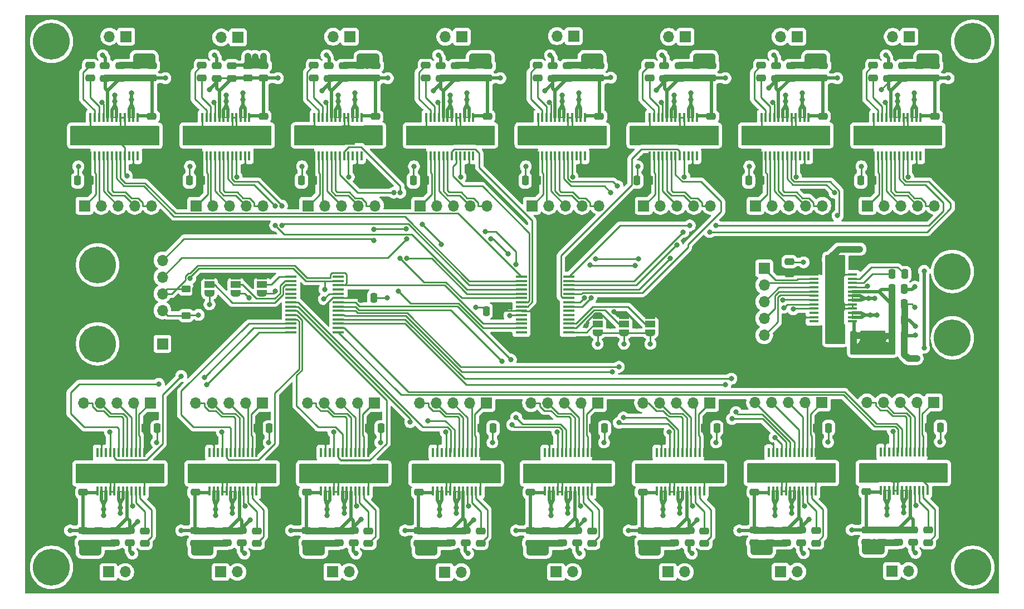
<source format=gbr>
%TF.GenerationSoftware,KiCad,Pcbnew,9.0.0*%
%TF.CreationDate,2025-03-04T09:43:35-08:00*%
%TF.ProjectId,Lattice Solenoid Driver,4c617474-6963-4652-9053-6f6c656e6f69,rev?*%
%TF.SameCoordinates,Original*%
%TF.FileFunction,Copper,L1,Top*%
%TF.FilePolarity,Positive*%
%FSLAX46Y46*%
G04 Gerber Fmt 4.6, Leading zero omitted, Abs format (unit mm)*
G04 Created by KiCad (PCBNEW 9.0.0) date 2025-03-04 09:43:35*
%MOMM*%
%LPD*%
G01*
G04 APERTURE LIST*
G04 Aperture macros list*
%AMRoundRect*
0 Rectangle with rounded corners*
0 $1 Rounding radius*
0 $2 $3 $4 $5 $6 $7 $8 $9 X,Y pos of 4 corners*
0 Add a 4 corners polygon primitive as box body*
4,1,4,$2,$3,$4,$5,$6,$7,$8,$9,$2,$3,0*
0 Add four circle primitives for the rounded corners*
1,1,$1+$1,$2,$3*
1,1,$1+$1,$4,$5*
1,1,$1+$1,$6,$7*
1,1,$1+$1,$8,$9*
0 Add four rect primitives between the rounded corners*
20,1,$1+$1,$2,$3,$4,$5,0*
20,1,$1+$1,$4,$5,$6,$7,0*
20,1,$1+$1,$6,$7,$8,$9,0*
20,1,$1+$1,$8,$9,$2,$3,0*%
%AMFreePoly0*
4,1,23,0.550000,-0.750000,0.000000,-0.750000,0.000000,-0.745722,-0.065263,-0.745722,-0.191342,-0.711940,-0.304381,-0.646677,-0.396677,-0.554381,-0.461940,-0.441342,-0.495722,-0.315263,-0.495722,-0.250000,-0.500000,-0.250000,-0.500000,0.250000,-0.495722,0.250000,-0.495722,0.315263,-0.461940,0.441342,-0.396677,0.554381,-0.304381,0.646677,-0.191342,0.711940,-0.065263,0.745722,0.000000,0.745722,
0.000000,0.750000,0.550000,0.750000,0.550000,-0.750000,0.550000,-0.750000,$1*%
%AMFreePoly1*
4,1,23,0.000000,0.745722,0.065263,0.745722,0.191342,0.711940,0.304381,0.646677,0.396677,0.554381,0.461940,0.441342,0.495722,0.315263,0.495722,0.250000,0.500000,0.250000,0.500000,-0.250000,0.495722,-0.250000,0.495722,-0.315263,0.461940,-0.441342,0.396677,-0.554381,0.304381,-0.646677,0.191342,-0.711940,0.065263,-0.745722,0.000000,-0.745722,0.000000,-0.750000,-0.550000,-0.750000,
-0.550000,0.750000,0.000000,0.750000,0.000000,0.745722,0.000000,0.745722,$1*%
G04 Aperture macros list end*
%TA.AperFunction,SMDPad,CuDef*%
%ADD10RoundRect,0.250000X-0.475000X0.250000X-0.475000X-0.250000X0.475000X-0.250000X0.475000X0.250000X0*%
%TD*%
%TA.AperFunction,SMDPad,CuDef*%
%ADD11RoundRect,0.250000X-0.250000X-0.475000X0.250000X-0.475000X0.250000X0.475000X-0.250000X0.475000X0*%
%TD*%
%TA.AperFunction,ComponentPad*%
%ADD12C,3.600000*%
%TD*%
%TA.AperFunction,ConnectorPad*%
%ADD13C,5.600000*%
%TD*%
%TA.AperFunction,SMDPad,CuDef*%
%ADD14RoundRect,0.250000X0.250000X0.475000X-0.250000X0.475000X-0.250000X-0.475000X0.250000X-0.475000X0*%
%TD*%
%TA.AperFunction,SMDPad,CuDef*%
%ADD15R,1.750000X0.450000*%
%TD*%
%TA.AperFunction,SMDPad,CuDef*%
%ADD16RoundRect,0.250000X0.475000X-0.250000X0.475000X0.250000X-0.475000X0.250000X-0.475000X-0.250000X0*%
%TD*%
%TA.AperFunction,ComponentPad*%
%ADD17R,1.700000X1.700000*%
%TD*%
%TA.AperFunction,ComponentPad*%
%ADD18O,1.700000X1.700000*%
%TD*%
%TA.AperFunction,SMDPad,CuDef*%
%ADD19R,0.355600X1.473200*%
%TD*%
%TA.AperFunction,SMDPad,CuDef*%
%ADD20R,5.283200X2.413000*%
%TD*%
%TA.AperFunction,SMDPad,CuDef*%
%ADD21FreePoly0,90.000000*%
%TD*%
%TA.AperFunction,SMDPad,CuDef*%
%ADD22R,1.500000X1.000000*%
%TD*%
%TA.AperFunction,SMDPad,CuDef*%
%ADD23FreePoly1,90.000000*%
%TD*%
%TA.AperFunction,SMDPad,CuDef*%
%ADD24RoundRect,0.250000X-0.450000X0.262500X-0.450000X-0.262500X0.450000X-0.262500X0.450000X0.262500X0*%
%TD*%
%TA.AperFunction,SMDPad,CuDef*%
%ADD25R,1.473200X0.355600*%
%TD*%
%TA.AperFunction,SMDPad,CuDef*%
%ADD26R,2.413000X5.283200*%
%TD*%
%TA.AperFunction,SMDPad,CuDef*%
%ADD27RoundRect,0.250000X0.450000X-0.262500X0.450000X0.262500X-0.450000X0.262500X-0.450000X-0.262500X0*%
%TD*%
%TA.AperFunction,ViaPad*%
%ADD28C,0.800000*%
%TD*%
%TA.AperFunction,Conductor*%
%ADD29C,0.500000*%
%TD*%
%TA.AperFunction,Conductor*%
%ADD30C,0.250000*%
%TD*%
%TA.AperFunction,Conductor*%
%ADD31C,1.000000*%
%TD*%
%TA.AperFunction,Conductor*%
%ADD32C,0.200000*%
%TD*%
G04 APERTURE END LIST*
D10*
%TO.P,C97,1*%
%TO.N,30V*%
X123915001Y-131492000D03*
%TO.P,C97,2*%
%TO.N,GND*%
X123915001Y-133392000D03*
%TD*%
%TO.P,C86,1*%
%TO.N,30V*%
X153065002Y-131500000D03*
%TO.P,C86,2*%
%TO.N,GND*%
X153065002Y-133400000D03*
%TD*%
D11*
%TO.P,C1,1*%
%TO.N,GND*%
X146355000Y-98100000D03*
%TO.P,C1,2*%
%TO.N,VDD*%
X148255000Y-98100000D03*
%TD*%
D10*
%TO.P,C62,1*%
%TO.N,30V*%
X208950001Y-131384000D03*
%TO.P,C62,2*%
%TO.N,GND*%
X208950001Y-133284000D03*
%TD*%
%TO.P,C19,1*%
%TO.N,Net-(U5-CPL)*%
X120180000Y-60750000D03*
%TO.P,C19,2*%
%TO.N,Net-(U5-CPH)*%
X120180000Y-62650000D03*
%TD*%
%TO.P,C53,1*%
%TO.N,30V*%
X214530001Y-68508000D03*
%TO.P,C53,2*%
%TO.N,GND*%
X214530001Y-70408000D03*
%TD*%
%TO.P,C54,1*%
%TO.N,Net-(U10-CPL)*%
X205180000Y-60750000D03*
%TO.P,C54,2*%
%TO.N,Net-(U10-CPH)*%
X205180000Y-62650000D03*
%TD*%
D12*
%TO.P,H5,1,1*%
%TO.N,GND*%
X220305000Y-57100000D03*
D13*
X220305000Y-57100000D03*
%TD*%
D14*
%TO.P,C119,1*%
%TO.N,Net-(U19-VCP)*%
X209897000Y-94750001D03*
%TO.P,C119,2*%
%TO.N,30V*%
X207997000Y-94750001D03*
%TD*%
D15*
%TO.P,U1,1,GPB0*%
%TO.N,PH1*%
X151705000Y-92875000D03*
%TO.P,U1,2,GPB1*%
%TO.N,EN1*%
X151705000Y-93525000D03*
%TO.P,U1,3,GPB2*%
%TO.N,PH2*%
X151705000Y-94175000D03*
%TO.P,U1,4,GPB3*%
%TO.N,EN2*%
X151705000Y-94825000D03*
%TO.P,U1,5,GPB4*%
%TO.N,PH3*%
X151705000Y-95475000D03*
%TO.P,U1,6,GPB5*%
%TO.N,EN3*%
X151705000Y-96125000D03*
%TO.P,U1,7,GPB6*%
%TO.N,PH4*%
X151705000Y-96775000D03*
%TO.P,U1,8,GPB7*%
%TO.N,EN4*%
X151705000Y-97425000D03*
%TO.P,U1,9,VDD*%
%TO.N,VDD*%
X151705000Y-98075000D03*
%TO.P,U1,10,VSS*%
%TO.N,GND*%
X151705000Y-98725000D03*
%TO.P,U1,11,NC*%
%TO.N,unconnected-(U1-NC-Pad11)*%
X151705000Y-99375000D03*
%TO.P,U1,12,SCK*%
%TO.N,SCL*%
X151705000Y-100025000D03*
%TO.P,U1,13,SDA*%
%TO.N,SDA*%
X151705000Y-100675000D03*
%TO.P,U1,14,NC*%
%TO.N,unconnected-(U1-NC-Pad14)*%
X151705000Y-101325000D03*
%TO.P,U1,15,A0*%
%TO.N,Net-(JP4-C)*%
X158905000Y-101325000D03*
%TO.P,U1,16,A1*%
%TO.N,Net-(JP1-C)*%
X158905000Y-100675000D03*
%TO.P,U1,17,A2*%
%TO.N,Net-(JP3-C)*%
X158905000Y-100025000D03*
%TO.P,U1,18,~{RESET}*%
%TO.N,unconnected-(U1-~{RESET}-Pad18)*%
X158905000Y-99375000D03*
%TO.P,U1,19,INTB*%
%TO.N,unconnected-(U1-INTB-Pad19)*%
X158905000Y-98725000D03*
%TO.P,U1,20,INTA*%
%TO.N,unconnected-(U1-INTA-Pad20)*%
X158905000Y-98075000D03*
%TO.P,U1,21,GPA0*%
%TO.N,PH5*%
X158905000Y-97425000D03*
%TO.P,U1,22,GPA1*%
%TO.N,EN5*%
X158905000Y-96775000D03*
%TO.P,U1,23,GPA2*%
%TO.N,PH6*%
X158905000Y-96125000D03*
%TO.P,U1,24,GPA3*%
%TO.N,EN6*%
X158905000Y-95475000D03*
%TO.P,U1,25,GPA4*%
%TO.N,PH7*%
X158905000Y-94825000D03*
%TO.P,U1,26,GPA5*%
%TO.N,EN7*%
X158905000Y-94175000D03*
%TO.P,U1,27,GPA6*%
%TO.N,PH8*%
X158905000Y-93525000D03*
%TO.P,U1,28,GPA7*%
%TO.N,EN8*%
X158905000Y-92875000D03*
%TD*%
D14*
%TO.P,C117,1*%
%TO.N,Net-(U19-CPL)*%
X209955000Y-92500000D03*
%TO.P,C117,2*%
%TO.N,Net-(U19-CPH)*%
X208055000Y-92500000D03*
%TD*%
D10*
%TO.P,C28,1*%
%TO.N,Net-(U6-VCP)*%
X139430001Y-60808000D03*
%TO.P,C28,2*%
%TO.N,30V*%
X139430001Y-62708000D03*
%TD*%
D16*
%TO.P,C68,1*%
%TO.N,Net-(U12-CPL)*%
X196500000Y-133400000D03*
%TO.P,C68,2*%
%TO.N,Net-(U12-CPH)*%
X196500000Y-131500000D03*
%TD*%
D11*
%TO.P,C31,1*%
%TO.N,GND*%
X152280002Y-78258000D03*
%TO.P,C31,2*%
%TO.N,VDD*%
X154180002Y-78258000D03*
%TD*%
D10*
%TO.P,C113,1*%
%TO.N,30V*%
X87465002Y-131500000D03*
%TO.P,C113,2*%
%TO.N,GND*%
X87465002Y-133400000D03*
%TD*%
D16*
%TO.P,C55,1*%
%TO.N,30V*%
X209730000Y-62708000D03*
%TO.P,C55,2*%
%TO.N,GND*%
X209730000Y-60808000D03*
%TD*%
D17*
%TO.P,J29,1,Pin_1*%
%TO.N,/H Bridge11/SOL-*%
X156990000Y-137800000D03*
D18*
%TO.P,J29,2,Pin_2*%
%TO.N,/H Bridge11/SOL+*%
X159530000Y-137800000D03*
%TD*%
D10*
%TO.P,C71,1*%
%TO.N,30V*%
X189500002Y-131450000D03*
%TO.P,C71,2*%
%TO.N,GND*%
X189500002Y-133350000D03*
%TD*%
D11*
%TO.P,C38,1*%
%TO.N,GND*%
X169280002Y-78258000D03*
%TO.P,C38,2*%
%TO.N,VDD*%
X171180002Y-78258000D03*
%TD*%
D16*
%TO.P,C37,1*%
%TO.N,30V*%
X163579999Y-62700000D03*
%TO.P,C37,2*%
%TO.N,GND*%
X163579999Y-60800000D03*
%TD*%
D10*
%TO.P,C35,1*%
%TO.N,Net-(U7-VCP)*%
X156430001Y-60808000D03*
%TO.P,C35,2*%
%TO.N,30V*%
X156430001Y-62708000D03*
%TD*%
D14*
%TO.P,C116,1*%
%TO.N,30V*%
X202197000Y-101850001D03*
%TO.P,C116,2*%
%TO.N,GND*%
X200297000Y-101850001D03*
%TD*%
%TO.P,C108,1*%
%TO.N,GND*%
X96364997Y-115942000D03*
%TO.P,C108,2*%
%TO.N,VDD*%
X94464997Y-115942000D03*
%TD*%
D16*
%TO.P,C74,1*%
%TO.N,30V*%
X170149999Y-125692000D03*
%TO.P,C74,2*%
%TO.N,GND*%
X170149999Y-123792000D03*
%TD*%
%TO.P,C8,1*%
%TO.N,30V*%
X93179999Y-62700000D03*
%TO.P,C8,2*%
%TO.N,GND*%
X93179999Y-60800000D03*
%TD*%
D19*
%TO.P,U5,1,DVDD*%
%TO.N,VDD*%
X120230002Y-74542000D03*
%TO.P,U5,2,NFAULT*%
%TO.N,Net-(J6-Pin_1)*%
X120880001Y-74542000D03*
%TO.P,U5,3,SDO*%
%TO.N,Net-(J6-Pin_2)*%
X121529999Y-74542000D03*
%TO.P,U5,4,SDI*%
%TO.N,Net-(J6-Pin_3)*%
X122180000Y-74542000D03*
%TO.P,U5,5,SCLK*%
%TO.N,Net-(J6-Pin_4)*%
X122829999Y-74542000D03*
%TO.P,U5,6,NSCS*%
%TO.N,Net-(J6-Pin_5)*%
X123480000Y-74542000D03*
%TO.P,U5,7,EN/IN1*%
%TO.N,EN3*%
X124129999Y-74542000D03*
%TO.P,U5,8,PH/IN2*%
%TO.N,PH3*%
X124780000Y-74542000D03*
%TO.P,U5,9,DISABLE*%
%TO.N,GND*%
X125429999Y-74542000D03*
%TO.P,U5,10,IPROPI1*%
%TO.N,unconnected-(U5-IPROPI1-Pad10)*%
X126080000Y-74542000D03*
%TO.P,U5,11,NSLEEP*%
%TO.N,VDD*%
X126729999Y-74542000D03*
%TO.P,U5,12,IPROPI2*%
%TO.N,unconnected-(U5-IPROPI2-Pad12)*%
X127380000Y-74542000D03*
%TO.P,U5,13,VM*%
%TO.N,30V*%
X127380000Y-68700000D03*
%TO.P,U5,14,OUT2*%
%TO.N,/H Bridge2/SOL-*%
X126730001Y-68700000D03*
%TO.P,U5,15,OUT2*%
X126080000Y-68700000D03*
%TO.P,U5,16,SRC*%
%TO.N,GND*%
X125430002Y-68700000D03*
%TO.P,U5,17,SRC*%
X124780000Y-68700000D03*
%TO.P,U5,18,OUT1*%
%TO.N,/H Bridge2/SOL+*%
X124130002Y-68700000D03*
%TO.P,U5,19,OUT1*%
X123480003Y-68700000D03*
%TO.P,U5,20,VM*%
%TO.N,30V*%
X122830002Y-68700000D03*
%TO.P,U5,21,VCP*%
%TO.N,Net-(U5-VCP)*%
X122180003Y-68700000D03*
%TO.P,U5,22,CPH*%
%TO.N,Net-(U5-CPH)*%
X121530002Y-68700000D03*
%TO.P,U5,23,CPL*%
%TO.N,Net-(U5-CPL)*%
X120880003Y-68700000D03*
%TO.P,U5,24,GND*%
%TO.N,GND*%
X120230002Y-68700000D03*
D20*
%TO.P,U5,EPAD,EPAD*%
X123805001Y-71621000D03*
%TD*%
D19*
%TO.P,U11,1,DVDD*%
%TO.N,VDD*%
X213449998Y-119550000D03*
%TO.P,U11,2,NFAULT*%
%TO.N,Net-(J12-Pin_1)*%
X212799999Y-119550000D03*
%TO.P,U11,3,SDO*%
%TO.N,Net-(J12-Pin_2)*%
X212150001Y-119550000D03*
%TO.P,U11,4,SDI*%
%TO.N,Net-(J12-Pin_3)*%
X211500000Y-119550000D03*
%TO.P,U11,5,SCLK*%
%TO.N,Net-(J12-Pin_4)*%
X210850001Y-119550000D03*
%TO.P,U11,6,NSCS*%
%TO.N,Net-(J12-Pin_5)*%
X210200000Y-119550000D03*
%TO.P,U11,7,EN/IN1*%
%TO.N,EN9*%
X209550001Y-119550000D03*
%TO.P,U11,8,PH/IN2*%
%TO.N,PH9*%
X208900000Y-119550000D03*
%TO.P,U11,9,DISABLE*%
%TO.N,GND*%
X208250001Y-119550000D03*
%TO.P,U11,10,IPROPI1*%
%TO.N,unconnected-(U11-IPROPI1-Pad10)*%
X207600000Y-119550000D03*
%TO.P,U11,11,NSLEEP*%
%TO.N,VDD*%
X206950001Y-119550000D03*
%TO.P,U11,12,IPROPI2*%
%TO.N,unconnected-(U11-IPROPI2-Pad12)*%
X206300000Y-119550000D03*
%TO.P,U11,13,VM*%
%TO.N,30V*%
X206300000Y-125392000D03*
%TO.P,U11,14,OUT2*%
%TO.N,/H Bridge8/SOL-*%
X206949999Y-125392000D03*
%TO.P,U11,15,OUT2*%
X207600000Y-125392000D03*
%TO.P,U11,16,SRC*%
%TO.N,GND*%
X208249998Y-125392000D03*
%TO.P,U11,17,SRC*%
X208900000Y-125392000D03*
%TO.P,U11,18,OUT1*%
%TO.N,/H Bridge8/SOL+*%
X209549998Y-125392000D03*
%TO.P,U11,19,OUT1*%
X210199997Y-125392000D03*
%TO.P,U11,20,VM*%
%TO.N,30V*%
X210849998Y-125392000D03*
%TO.P,U11,21,VCP*%
%TO.N,Net-(U11-VCP)*%
X211499997Y-125392000D03*
%TO.P,U11,22,CPH*%
%TO.N,Net-(U11-CPH)*%
X212149998Y-125392000D03*
%TO.P,U11,23,CPL*%
%TO.N,Net-(U11-CPL)*%
X212799997Y-125392000D03*
%TO.P,U11,24,GND*%
%TO.N,GND*%
X213449998Y-125392000D03*
D20*
%TO.P,U11,EPAD,EPAD*%
X209874999Y-122471000D03*
%TD*%
D10*
%TO.P,C64,1*%
%TO.N,30V*%
X206500002Y-131392000D03*
%TO.P,C64,2*%
%TO.N,GND*%
X206500002Y-133292000D03*
%TD*%
%TO.P,C21,1*%
%TO.N,Net-(U5-VCP)*%
X122430001Y-60808000D03*
%TO.P,C21,2*%
%TO.N,30V*%
X122430001Y-62708000D03*
%TD*%
D16*
%TO.P,C6,1*%
%TO.N,30V*%
X90730000Y-62708000D03*
%TO.P,C6,2*%
%TO.N,GND*%
X90730000Y-60808000D03*
%TD*%
D10*
%TO.P,C100,1*%
%TO.N,30V*%
X119065002Y-131500000D03*
%TO.P,C100,2*%
%TO.N,GND*%
X119065002Y-133400000D03*
%TD*%
D12*
%TO.P,H4,1,1*%
%TO.N,/Load Motor H Bridge/SOL-*%
X217205000Y-102200000D03*
D13*
X217205000Y-102200000D03*
%TD*%
D16*
%TO.P,C36,1*%
%TO.N,30V*%
X161179999Y-62700000D03*
%TO.P,C36,2*%
%TO.N,GND*%
X161179999Y-60800000D03*
%TD*%
D17*
%TO.P,J10,1,Pin_1*%
%TO.N,Net-(J10-Pin_1)*%
X187270001Y-82100000D03*
D18*
%TO.P,J10,2,Pin_2*%
%TO.N,Net-(J10-Pin_2)*%
X189810001Y-82100000D03*
%TO.P,J10,3,Pin_3*%
%TO.N,Net-(J10-Pin_3)*%
X192350001Y-82100000D03*
%TO.P,J10,4,Pin_4*%
%TO.N,Net-(J10-Pin_4)*%
X194890001Y-82100000D03*
%TO.P,J10,5,Pin_5*%
%TO.N,Net-(J10-Pin_5)*%
X197430001Y-82100000D03*
%TD*%
D10*
%TO.P,C83,1*%
%TO.N,30V*%
X157915001Y-131492000D03*
%TO.P,C83,2*%
%TO.N,GND*%
X157915001Y-133392000D03*
%TD*%
D16*
%TO.P,C109,1*%
%TO.N,30V*%
X85114999Y-125692000D03*
%TO.P,C109,2*%
%TO.N,GND*%
X85114999Y-123792000D03*
%TD*%
D10*
%TO.P,C115,1*%
%TO.N,GND*%
X192447000Y-90600002D03*
%TO.P,C115,2*%
%TO.N,VDD*%
X192447000Y-92500002D03*
%TD*%
D16*
%TO.P,C77,1*%
%TO.N,Net-(U13-VCP)*%
X177249999Y-133392000D03*
%TO.P,C77,2*%
%TO.N,30V*%
X177249999Y-131492000D03*
%TD*%
D17*
%TO.P,J27,1,Pin_1*%
%TO.N,/H Bridge9/SOL-*%
X191100000Y-137750000D03*
D18*
%TO.P,J27,2,Pin_2*%
%TO.N,/H Bridge9/SOL+*%
X193640000Y-137750000D03*
%TD*%
D16*
%TO.P,C102,1*%
%TO.N,30V*%
X102149999Y-125692000D03*
%TO.P,C102,2*%
%TO.N,GND*%
X102149999Y-123792000D03*
%TD*%
%TO.P,C34,1*%
%TO.N,30V*%
X158730000Y-62708000D03*
%TO.P,C34,2*%
%TO.N,GND*%
X158730000Y-60808000D03*
%TD*%
D17*
%TO.P,J4,1,Pin_1*%
%TO.N,Net-(J4-Pin_1)*%
X102270001Y-82100000D03*
D18*
%TO.P,J4,2,Pin_2*%
%TO.N,Net-(J4-Pin_2)*%
X104810001Y-82100000D03*
%TO.P,J4,3,Pin_3*%
%TO.N,Net-(J4-Pin_3)*%
X107350001Y-82100000D03*
%TO.P,J4,4,Pin_4*%
%TO.N,Net-(J4-Pin_4)*%
X109890001Y-82100000D03*
%TO.P,J4,5,Pin_5*%
%TO.N,Net-(J4-Pin_5)*%
X112430001Y-82100000D03*
%TD*%
D10*
%TO.P,C47,1*%
%TO.N,Net-(U9-CPL)*%
X188145000Y-60750000D03*
%TO.P,C47,2*%
%TO.N,Net-(U9-CPH)*%
X188145000Y-62650000D03*
%TD*%
D14*
%TO.P,C66,1*%
%TO.N,GND*%
X198399997Y-115892000D03*
%TO.P,C66,2*%
%TO.N,VDD*%
X196499997Y-115892000D03*
%TD*%
D21*
%TO.P,JP4,1,A*%
%TO.N,GND*%
X163305000Y-101400000D03*
D22*
%TO.P,JP4,2,C*%
%TO.N,Net-(JP4-C)*%
X163305000Y-100100000D03*
D23*
%TO.P,JP4,3,B*%
%TO.N,VDD*%
X163305000Y-98800000D03*
%TD*%
D10*
%TO.P,C14,1*%
%TO.N,Net-(U4-VCP)*%
X105395001Y-60808000D03*
%TO.P,C14,2*%
%TO.N,30V*%
X105395001Y-62708000D03*
%TD*%
%TO.P,C69,1*%
%TO.N,30V*%
X191950001Y-131442000D03*
%TO.P,C69,2*%
%TO.N,GND*%
X191950001Y-133342000D03*
%TD*%
%TO.P,C93,1*%
%TO.N,30V*%
X136100002Y-131500000D03*
%TO.P,C93,2*%
%TO.N,GND*%
X136100002Y-133400000D03*
%TD*%
D17*
%TO.P,J8,1,Pin_1*%
%TO.N,Net-(J8-Pin_1)*%
X153305001Y-82100000D03*
D18*
%TO.P,J8,2,Pin_2*%
%TO.N,Net-(J8-Pin_2)*%
X155845001Y-82100000D03*
%TO.P,J8,3,Pin_3*%
%TO.N,Net-(J8-Pin_3)*%
X158385001Y-82100000D03*
%TO.P,J8,4,Pin_4*%
%TO.N,Net-(J8-Pin_4)*%
X160925001Y-82100000D03*
%TO.P,J8,5,Pin_5*%
%TO.N,Net-(J8-Pin_5)*%
X163465001Y-82100000D03*
%TD*%
D12*
%TO.P,H7,1,1*%
%TO.N,GND*%
X80305000Y-137100000D03*
D13*
X80305000Y-137100000D03*
%TD*%
D16*
%TO.P,C44,1*%
%TO.N,30V*%
X180579999Y-62700000D03*
%TO.P,C44,2*%
%TO.N,GND*%
X180579999Y-60800000D03*
%TD*%
D10*
%TO.P,C46,1*%
%TO.N,30V*%
X197495001Y-68508000D03*
%TO.P,C46,2*%
%TO.N,GND*%
X197495001Y-70408000D03*
%TD*%
D16*
%TO.P,C58,1*%
%TO.N,30V*%
X214579999Y-62700000D03*
%TO.P,C58,2*%
%TO.N,GND*%
X214579999Y-60800000D03*
%TD*%
D10*
%TO.P,C32,1*%
%TO.N,30V*%
X163530001Y-68508000D03*
%TO.P,C32,2*%
%TO.N,GND*%
X163530001Y-70408000D03*
%TD*%
D15*
%TO.P,U2,1,GPB0*%
%TO.N,PH9*%
X123905000Y-101325000D03*
%TO.P,U2,2,GPB1*%
%TO.N,EN9*%
X123905000Y-100675000D03*
%TO.P,U2,3,GPB2*%
%TO.N,PH10*%
X123905000Y-100025000D03*
%TO.P,U2,4,GPB3*%
%TO.N,EN10*%
X123905000Y-99375000D03*
%TO.P,U2,5,GPB4*%
%TO.N,PH11*%
X123905000Y-98725000D03*
%TO.P,U2,6,GPB5*%
%TO.N,EN11*%
X123905000Y-98075000D03*
%TO.P,U2,7,GPB6*%
%TO.N,PH12*%
X123905000Y-97425000D03*
%TO.P,U2,8,GPB7*%
%TO.N,EN12*%
X123905000Y-96775000D03*
%TO.P,U2,9,VDD*%
%TO.N,VDD*%
X123905000Y-96125000D03*
%TO.P,U2,10,VSS*%
%TO.N,GND*%
X123905000Y-95475000D03*
%TO.P,U2,11,NC*%
%TO.N,unconnected-(U2-NC-Pad11)*%
X123905000Y-94825000D03*
%TO.P,U2,12,SCK*%
%TO.N,SCL*%
X123905000Y-94175000D03*
%TO.P,U2,13,SDA*%
%TO.N,SDA*%
X123905000Y-93525000D03*
%TO.P,U2,14,NC*%
%TO.N,unconnected-(U2-NC-Pad14)*%
X123905000Y-92875000D03*
%TO.P,U2,15,A0*%
%TO.N,Net-(JP6-C)*%
X116705000Y-92875000D03*
%TO.P,U2,16,A1*%
%TO.N,Net-(JP2-C)*%
X116705000Y-93525000D03*
%TO.P,U2,17,A2*%
%TO.N,Net-(JP5-C)*%
X116705000Y-94175000D03*
%TO.P,U2,18,~{RESET}*%
%TO.N,unconnected-(U2-~{RESET}-Pad18)*%
X116705000Y-94825000D03*
%TO.P,U2,19,INTB*%
%TO.N,unconnected-(U2-INTB-Pad19)*%
X116705000Y-95475000D03*
%TO.P,U2,20,INTA*%
%TO.N,unconnected-(U2-INTA-Pad20)*%
X116705000Y-96125000D03*
%TO.P,U2,21,GPA0*%
%TO.N,PH13*%
X116705000Y-96775000D03*
%TO.P,U2,22,GPA1*%
%TO.N,EN13*%
X116705000Y-97425000D03*
%TO.P,U2,23,GPA2*%
%TO.N,PH14*%
X116705000Y-98075000D03*
%TO.P,U2,24,GPA3*%
%TO.N,EN14*%
X116705000Y-98725000D03*
%TO.P,U2,25,GPA4*%
%TO.N,PH15*%
X116705000Y-99375000D03*
%TO.P,U2,26,GPA5*%
%TO.N,EN15*%
X116705000Y-100025000D03*
%TO.P,U2,27,GPA6*%
%TO.N,PH16*%
X116705000Y-100675000D03*
%TO.P,U2,28,GPA7*%
%TO.N,EN16*%
X116705000Y-101325000D03*
%TD*%
D10*
%TO.P,C49,1*%
%TO.N,Net-(U9-VCP)*%
X190395001Y-60808000D03*
%TO.P,C49,2*%
%TO.N,30V*%
X190395001Y-62708000D03*
%TD*%
%TO.P,C40,1*%
%TO.N,Net-(U8-CPL)*%
X171180000Y-60750000D03*
%TO.P,C40,2*%
%TO.N,Net-(U8-CPH)*%
X171180000Y-62650000D03*
%TD*%
D12*
%TO.P,H6,1,1*%
%TO.N,GND*%
X220305000Y-137100000D03*
D13*
X220305000Y-137100000D03*
%TD*%
D19*
%TO.P,U16,1,DVDD*%
%TO.N,VDD*%
X128414998Y-119658000D03*
%TO.P,U16,2,NFAULT*%
%TO.N,Net-(J17-Pin_1)*%
X127764999Y-119658000D03*
%TO.P,U16,3,SDO*%
%TO.N,Net-(J17-Pin_2)*%
X127115001Y-119658000D03*
%TO.P,U16,4,SDI*%
%TO.N,Net-(J17-Pin_3)*%
X126465000Y-119658000D03*
%TO.P,U16,5,SCLK*%
%TO.N,Net-(J17-Pin_4)*%
X125815001Y-119658000D03*
%TO.P,U16,6,NSCS*%
%TO.N,Net-(J17-Pin_5)*%
X125165000Y-119658000D03*
%TO.P,U16,7,EN/IN1*%
%TO.N,EN14*%
X124515001Y-119658000D03*
%TO.P,U16,8,PH/IN2*%
%TO.N,PH14*%
X123865000Y-119658000D03*
%TO.P,U16,9,DISABLE*%
%TO.N,GND*%
X123215001Y-119658000D03*
%TO.P,U16,10,IPROPI1*%
%TO.N,unconnected-(U16-IPROPI1-Pad10)*%
X122565000Y-119658000D03*
%TO.P,U16,11,NSLEEP*%
%TO.N,VDD*%
X121915001Y-119658000D03*
%TO.P,U16,12,IPROPI2*%
%TO.N,unconnected-(U16-IPROPI2-Pad12)*%
X121265000Y-119658000D03*
%TO.P,U16,13,VM*%
%TO.N,30V*%
X121265000Y-125500000D03*
%TO.P,U16,14,OUT2*%
%TO.N,/H Bridge13/SOL-*%
X121914999Y-125500000D03*
%TO.P,U16,15,OUT2*%
X122565000Y-125500000D03*
%TO.P,U16,16,SRC*%
%TO.N,GND*%
X123214998Y-125500000D03*
%TO.P,U16,17,SRC*%
X123865000Y-125500000D03*
%TO.P,U16,18,OUT1*%
%TO.N,/H Bridge13/SOL+*%
X124514998Y-125500000D03*
%TO.P,U16,19,OUT1*%
X125164997Y-125500000D03*
%TO.P,U16,20,VM*%
%TO.N,30V*%
X125814998Y-125500000D03*
%TO.P,U16,21,VCP*%
%TO.N,Net-(U16-VCP)*%
X126464997Y-125500000D03*
%TO.P,U16,22,CPH*%
%TO.N,Net-(U16-CPH)*%
X127114998Y-125500000D03*
%TO.P,U16,23,CPL*%
%TO.N,Net-(U16-CPL)*%
X127764997Y-125500000D03*
%TO.P,U16,24,GND*%
%TO.N,GND*%
X128414998Y-125500000D03*
D20*
%TO.P,U16,EPAD,EPAD*%
X124839999Y-122579000D03*
%TD*%
D10*
%TO.P,C4,1*%
%TO.N,30V*%
X95530001Y-68508000D03*
%TO.P,C4,2*%
%TO.N,GND*%
X95530001Y-70408000D03*
%TD*%
D16*
%TO.P,C89,1*%
%TO.N,Net-(U15-CPL)*%
X145500000Y-133450000D03*
%TO.P,C89,2*%
%TO.N,Net-(U15-CPH)*%
X145500000Y-131550000D03*
%TD*%
D10*
%TO.P,C79,1*%
%TO.N,30V*%
X170100002Y-131500000D03*
%TO.P,C79,2*%
%TO.N,GND*%
X170100002Y-133400000D03*
%TD*%
D17*
%TO.P,J19,1,Pin_1*%
%TO.N,Net-(J19-Pin_1)*%
X95339998Y-112100000D03*
D18*
%TO.P,J19,2,Pin_2*%
%TO.N,Net-(J19-Pin_2)*%
X92799998Y-112100000D03*
%TO.P,J19,3,Pin_3*%
%TO.N,Net-(J19-Pin_3)*%
X90259998Y-112100000D03*
%TO.P,J19,4,Pin_4*%
%TO.N,Net-(J19-Pin_4)*%
X87719998Y-112100000D03*
%TO.P,J19,5,Pin_5*%
%TO.N,Net-(J19-Pin_5)*%
X85179998Y-112100000D03*
%TD*%
D17*
%TO.P,J20,1,Pin_1*%
%TO.N,/H Bridge2/SOL-*%
X125630000Y-56385913D03*
D18*
%TO.P,J20,2,Pin_2*%
%TO.N,/H Bridge2/SOL+*%
X123090000Y-56385913D03*
%TD*%
D14*
%TO.P,C87,1*%
%TO.N,GND*%
X147399997Y-115942000D03*
%TO.P,C87,2*%
%TO.N,VDD*%
X145499997Y-115942000D03*
%TD*%
D17*
%TO.P,J14,1,Pin_1*%
%TO.N,Net-(J14-Pin_1)*%
X180374998Y-112100000D03*
D18*
%TO.P,J14,2,Pin_2*%
%TO.N,Net-(J14-Pin_2)*%
X177834998Y-112100000D03*
%TO.P,J14,3,Pin_3*%
%TO.N,Net-(J14-Pin_3)*%
X175294998Y-112100000D03*
%TO.P,J14,4,Pin_4*%
%TO.N,Net-(J14-Pin_4)*%
X172754998Y-112100000D03*
%TO.P,J14,5,Pin_5*%
%TO.N,Net-(J14-Pin_5)*%
X170214998Y-112100000D03*
%TD*%
D11*
%TO.P,C121,1*%
%TO.N,30V*%
X208005000Y-101899998D03*
%TO.P,C121,2*%
%TO.N,GND*%
X209905000Y-101899998D03*
%TD*%
D19*
%TO.P,U7,1,DVDD*%
%TO.N,VDD*%
X154230002Y-74542000D03*
%TO.P,U7,2,NFAULT*%
%TO.N,Net-(J8-Pin_1)*%
X154880001Y-74542000D03*
%TO.P,U7,3,SDO*%
%TO.N,Net-(J8-Pin_2)*%
X155529999Y-74542000D03*
%TO.P,U7,4,SDI*%
%TO.N,Net-(J8-Pin_3)*%
X156180000Y-74542000D03*
%TO.P,U7,5,SCLK*%
%TO.N,Net-(J8-Pin_4)*%
X156829999Y-74542000D03*
%TO.P,U7,6,NSCS*%
%TO.N,Net-(J8-Pin_5)*%
X157480000Y-74542000D03*
%TO.P,U7,7,EN/IN1*%
%TO.N,EN5*%
X158129999Y-74542000D03*
%TO.P,U7,8,PH/IN2*%
%TO.N,PH5*%
X158780000Y-74542000D03*
%TO.P,U7,9,DISABLE*%
%TO.N,GND*%
X159429999Y-74542000D03*
%TO.P,U7,10,IPROPI1*%
%TO.N,unconnected-(U7-IPROPI1-Pad10)*%
X160080000Y-74542000D03*
%TO.P,U7,11,NSLEEP*%
%TO.N,VDD*%
X160729999Y-74542000D03*
%TO.P,U7,12,IPROPI2*%
%TO.N,unconnected-(U7-IPROPI2-Pad12)*%
X161380000Y-74542000D03*
%TO.P,U7,13,VM*%
%TO.N,30V*%
X161380000Y-68700000D03*
%TO.P,U7,14,OUT2*%
%TO.N,/H Bridge4/SOL-*%
X160730001Y-68700000D03*
%TO.P,U7,15,OUT2*%
X160080000Y-68700000D03*
%TO.P,U7,16,SRC*%
%TO.N,GND*%
X159430002Y-68700000D03*
%TO.P,U7,17,SRC*%
X158780000Y-68700000D03*
%TO.P,U7,18,OUT1*%
%TO.N,/H Bridge4/SOL+*%
X158130002Y-68700000D03*
%TO.P,U7,19,OUT1*%
X157480003Y-68700000D03*
%TO.P,U7,20,VM*%
%TO.N,30V*%
X156830002Y-68700000D03*
%TO.P,U7,21,VCP*%
%TO.N,Net-(U7-VCP)*%
X156180003Y-68700000D03*
%TO.P,U7,22,CPH*%
%TO.N,Net-(U7-CPH)*%
X155530002Y-68700000D03*
%TO.P,U7,23,CPL*%
%TO.N,Net-(U7-CPL)*%
X154880003Y-68700000D03*
%TO.P,U7,24,GND*%
%TO.N,GND*%
X154230002Y-68700000D03*
D20*
%TO.P,U7,EPAD,EPAD*%
X157805001Y-71621000D03*
%TD*%
D17*
%TO.P,J21,1,Pin_1*%
%TO.N,/H Bridge3/SOL-*%
X142680000Y-56400000D03*
D18*
%TO.P,J21,2,Pin_2*%
%TO.N,/H Bridge3/SOL+*%
X140140000Y-56400000D03*
%TD*%
D19*
%TO.P,U8,1,DVDD*%
%TO.N,VDD*%
X171230002Y-74542000D03*
%TO.P,U8,2,NFAULT*%
%TO.N,Net-(J9-Pin_1)*%
X171880001Y-74542000D03*
%TO.P,U8,3,SDO*%
%TO.N,Net-(J9-Pin_2)*%
X172529999Y-74542000D03*
%TO.P,U8,4,SDI*%
%TO.N,Net-(J9-Pin_3)*%
X173180000Y-74542000D03*
%TO.P,U8,5,SCLK*%
%TO.N,Net-(J9-Pin_4)*%
X173829999Y-74542000D03*
%TO.P,U8,6,NSCS*%
%TO.N,Net-(J9-Pin_5)*%
X174480000Y-74542000D03*
%TO.P,U8,7,EN/IN1*%
%TO.N,EN6*%
X175129999Y-74542000D03*
%TO.P,U8,8,PH/IN2*%
%TO.N,PH6*%
X175780000Y-74542000D03*
%TO.P,U8,9,DISABLE*%
%TO.N,GND*%
X176429999Y-74542000D03*
%TO.P,U8,10,IPROPI1*%
%TO.N,unconnected-(U8-IPROPI1-Pad10)*%
X177080000Y-74542000D03*
%TO.P,U8,11,NSLEEP*%
%TO.N,VDD*%
X177729999Y-74542000D03*
%TO.P,U8,12,IPROPI2*%
%TO.N,unconnected-(U8-IPROPI2-Pad12)*%
X178380000Y-74542000D03*
%TO.P,U8,13,VM*%
%TO.N,30V*%
X178380000Y-68700000D03*
%TO.P,U8,14,OUT2*%
%TO.N,/H Bridge5/SOL-*%
X177730001Y-68700000D03*
%TO.P,U8,15,OUT2*%
X177080000Y-68700000D03*
%TO.P,U8,16,SRC*%
%TO.N,GND*%
X176430002Y-68700000D03*
%TO.P,U8,17,SRC*%
X175780000Y-68700000D03*
%TO.P,U8,18,OUT1*%
%TO.N,/H Bridge5/SOL+*%
X175130002Y-68700000D03*
%TO.P,U8,19,OUT1*%
X174480003Y-68700000D03*
%TO.P,U8,20,VM*%
%TO.N,30V*%
X173830002Y-68700000D03*
%TO.P,U8,21,VCP*%
%TO.N,Net-(U8-VCP)*%
X173180003Y-68700000D03*
%TO.P,U8,22,CPH*%
%TO.N,Net-(U8-CPH)*%
X172530002Y-68700000D03*
%TO.P,U8,23,CPL*%
%TO.N,Net-(U8-CPL)*%
X171880003Y-68700000D03*
%TO.P,U8,24,GND*%
%TO.N,GND*%
X171230002Y-68700000D03*
D20*
%TO.P,U8,EPAD,EPAD*%
X174805001Y-71621000D03*
%TD*%
D10*
%TO.P,C107,1*%
%TO.N,30V*%
X102100002Y-131500000D03*
%TO.P,C107,2*%
%TO.N,GND*%
X102100002Y-133400000D03*
%TD*%
D17*
%TO.P,J25,1,Pin_1*%
%TO.N,/H Bridge7/SOL-*%
X210680000Y-56400000D03*
D18*
%TO.P,J25,2,Pin_2*%
%TO.N,/H Bridge7/SOL+*%
X208140000Y-56400000D03*
%TD*%
D14*
%TO.P,C73,1*%
%TO.N,GND*%
X181399997Y-115942000D03*
%TO.P,C73,2*%
%TO.N,VDD*%
X179499997Y-115942000D03*
%TD*%
D11*
%TO.P,C24,1*%
%TO.N,GND*%
X135280002Y-78258000D03*
%TO.P,C24,2*%
%TO.N,VDD*%
X137180002Y-78258000D03*
%TD*%
D16*
%TO.P,C41,1*%
%TO.N,30V*%
X175730000Y-62708000D03*
%TO.P,C41,2*%
%TO.N,GND*%
X175730000Y-60808000D03*
%TD*%
%TO.P,C105,1*%
%TO.N,Net-(U17-VCP)*%
X109249999Y-133392000D03*
%TO.P,C105,2*%
%TO.N,30V*%
X109249999Y-131492000D03*
%TD*%
D21*
%TO.P,JP1,1,A*%
%TO.N,GND*%
X167305000Y-101400000D03*
D22*
%TO.P,JP1,2,C*%
%TO.N,Net-(JP1-C)*%
X167305000Y-100100000D03*
D23*
%TO.P,JP1,3,B*%
%TO.N,VDD*%
X167305000Y-98800000D03*
%TD*%
D16*
%TO.P,C61,1*%
%TO.N,Net-(U11-CPL)*%
X213500000Y-133342000D03*
%TO.P,C61,2*%
%TO.N,Net-(U11-CPH)*%
X213500000Y-131442000D03*
%TD*%
D10*
%TO.P,C42,1*%
%TO.N,Net-(U8-VCP)*%
X173430001Y-60808000D03*
%TO.P,C42,2*%
%TO.N,30V*%
X173430001Y-62708000D03*
%TD*%
D19*
%TO.P,U18,1,DVDD*%
%TO.N,VDD*%
X94414998Y-119658000D03*
%TO.P,U18,2,NFAULT*%
%TO.N,Net-(J19-Pin_1)*%
X93764999Y-119658000D03*
%TO.P,U18,3,SDO*%
%TO.N,Net-(J19-Pin_2)*%
X93115001Y-119658000D03*
%TO.P,U18,4,SDI*%
%TO.N,Net-(J19-Pin_3)*%
X92465000Y-119658000D03*
%TO.P,U18,5,SCLK*%
%TO.N,Net-(J19-Pin_4)*%
X91815001Y-119658000D03*
%TO.P,U18,6,NSCS*%
%TO.N,Net-(J19-Pin_5)*%
X91165000Y-119658000D03*
%TO.P,U18,7,EN/IN1*%
%TO.N,EN16*%
X90515001Y-119658000D03*
%TO.P,U18,8,PH/IN2*%
%TO.N,PH16*%
X89865000Y-119658000D03*
%TO.P,U18,9,DISABLE*%
%TO.N,GND*%
X89215001Y-119658000D03*
%TO.P,U18,10,IPROPI1*%
%TO.N,unconnected-(U18-IPROPI1-Pad10)*%
X88565000Y-119658000D03*
%TO.P,U18,11,NSLEEP*%
%TO.N,VDD*%
X87915001Y-119658000D03*
%TO.P,U18,12,IPROPI2*%
%TO.N,unconnected-(U18-IPROPI2-Pad12)*%
X87265000Y-119658000D03*
%TO.P,U18,13,VM*%
%TO.N,30V*%
X87265000Y-125500000D03*
%TO.P,U18,14,OUT2*%
%TO.N,/H Bridge15/SOL-*%
X87914999Y-125500000D03*
%TO.P,U18,15,OUT2*%
X88565000Y-125500000D03*
%TO.P,U18,16,SRC*%
%TO.N,GND*%
X89214998Y-125500000D03*
%TO.P,U18,17,SRC*%
X89865000Y-125500000D03*
%TO.P,U18,18,OUT1*%
%TO.N,/H Bridge15/SOL+*%
X90514998Y-125500000D03*
%TO.P,U18,19,OUT1*%
X91164997Y-125500000D03*
%TO.P,U18,20,VM*%
%TO.N,30V*%
X91814998Y-125500000D03*
%TO.P,U18,21,VCP*%
%TO.N,Net-(U18-VCP)*%
X92464997Y-125500000D03*
%TO.P,U18,22,CPH*%
%TO.N,Net-(U18-CPH)*%
X93114998Y-125500000D03*
%TO.P,U18,23,CPL*%
%TO.N,Net-(U18-CPL)*%
X93764997Y-125500000D03*
%TO.P,U18,24,GND*%
%TO.N,GND*%
X94414998Y-125500000D03*
D20*
%TO.P,U18,EPAD,EPAD*%
X90839999Y-122579000D03*
%TD*%
D16*
%TO.P,C60,1*%
%TO.N,30V*%
X204149999Y-125584000D03*
%TO.P,C60,2*%
%TO.N,GND*%
X204149999Y-123684000D03*
%TD*%
%TO.P,C110,1*%
%TO.N,Net-(U18-CPL)*%
X94465000Y-133450000D03*
%TO.P,C110,2*%
%TO.N,Net-(U18-CPH)*%
X94465000Y-131550000D03*
%TD*%
D10*
%TO.P,C12,1*%
%TO.N,Net-(U4-CPL)*%
X103145000Y-60750000D03*
%TO.P,C12,2*%
%TO.N,Net-(U4-CPH)*%
X103145000Y-62650000D03*
%TD*%
D17*
%TO.P,J30,1,Pin_1*%
%TO.N,/H Bridge12/SOL-*%
X140051508Y-137819491D03*
D18*
%TO.P,J30,2,Pin_2*%
%TO.N,/H Bridge12/SOL+*%
X142591508Y-137819491D03*
%TD*%
D19*
%TO.P,U17,1,DVDD*%
%TO.N,VDD*%
X111449998Y-119658000D03*
%TO.P,U17,2,NFAULT*%
%TO.N,Net-(J18-Pin_1)*%
X110799999Y-119658000D03*
%TO.P,U17,3,SDO*%
%TO.N,Net-(J18-Pin_2)*%
X110150001Y-119658000D03*
%TO.P,U17,4,SDI*%
%TO.N,Net-(J18-Pin_3)*%
X109500000Y-119658000D03*
%TO.P,U17,5,SCLK*%
%TO.N,Net-(J18-Pin_4)*%
X108850001Y-119658000D03*
%TO.P,U17,6,NSCS*%
%TO.N,Net-(J18-Pin_5)*%
X108200000Y-119658000D03*
%TO.P,U17,7,EN/IN1*%
%TO.N,EN15*%
X107550001Y-119658000D03*
%TO.P,U17,8,PH/IN2*%
%TO.N,PH15*%
X106900000Y-119658000D03*
%TO.P,U17,9,DISABLE*%
%TO.N,GND*%
X106250001Y-119658000D03*
%TO.P,U17,10,IPROPI1*%
%TO.N,unconnected-(U17-IPROPI1-Pad10)*%
X105600000Y-119658000D03*
%TO.P,U17,11,NSLEEP*%
%TO.N,VDD*%
X104950001Y-119658000D03*
%TO.P,U17,12,IPROPI2*%
%TO.N,unconnected-(U17-IPROPI2-Pad12)*%
X104300000Y-119658000D03*
%TO.P,U17,13,VM*%
%TO.N,30V*%
X104300000Y-125500000D03*
%TO.P,U17,14,OUT2*%
%TO.N,/H Bridge14/SOL-*%
X104949999Y-125500000D03*
%TO.P,U17,15,OUT2*%
X105600000Y-125500000D03*
%TO.P,U17,16,SRC*%
%TO.N,GND*%
X106249998Y-125500000D03*
%TO.P,U17,17,SRC*%
X106900000Y-125500000D03*
%TO.P,U17,18,OUT1*%
%TO.N,/H Bridge14/SOL+*%
X107549998Y-125500000D03*
%TO.P,U17,19,OUT1*%
X108199997Y-125500000D03*
%TO.P,U17,20,VM*%
%TO.N,30V*%
X108849998Y-125500000D03*
%TO.P,U17,21,VCP*%
%TO.N,Net-(U17-VCP)*%
X109499997Y-125500000D03*
%TO.P,U17,22,CPH*%
%TO.N,Net-(U17-CPH)*%
X110149998Y-125500000D03*
%TO.P,U17,23,CPL*%
%TO.N,Net-(U17-CPL)*%
X110799997Y-125500000D03*
%TO.P,U17,24,GND*%
%TO.N,GND*%
X111449998Y-125500000D03*
D20*
%TO.P,U17,EPAD,EPAD*%
X107874999Y-122579000D03*
%TD*%
D19*
%TO.P,U14,1,DVDD*%
%TO.N,VDD*%
X162414998Y-119658000D03*
%TO.P,U14,2,NFAULT*%
%TO.N,Net-(J15-Pin_1)*%
X161764999Y-119658000D03*
%TO.P,U14,3,SDO*%
%TO.N,Net-(J15-Pin_2)*%
X161115001Y-119658000D03*
%TO.P,U14,4,SDI*%
%TO.N,Net-(J15-Pin_3)*%
X160465000Y-119658000D03*
%TO.P,U14,5,SCLK*%
%TO.N,Net-(J15-Pin_4)*%
X159815001Y-119658000D03*
%TO.P,U14,6,NSCS*%
%TO.N,Net-(J15-Pin_5)*%
X159165000Y-119658000D03*
%TO.P,U14,7,EN/IN1*%
%TO.N,EN12*%
X158515001Y-119658000D03*
%TO.P,U14,8,PH/IN2*%
%TO.N,PH12*%
X157865000Y-119658000D03*
%TO.P,U14,9,DISABLE*%
%TO.N,GND*%
X157215001Y-119658000D03*
%TO.P,U14,10,IPROPI1*%
%TO.N,unconnected-(U14-IPROPI1-Pad10)*%
X156565000Y-119658000D03*
%TO.P,U14,11,NSLEEP*%
%TO.N,VDD*%
X155915001Y-119658000D03*
%TO.P,U14,12,IPROPI2*%
%TO.N,unconnected-(U14-IPROPI2-Pad12)*%
X155265000Y-119658000D03*
%TO.P,U14,13,VM*%
%TO.N,30V*%
X155265000Y-125500000D03*
%TO.P,U14,14,OUT2*%
%TO.N,/H Bridge11/SOL-*%
X155914999Y-125500000D03*
%TO.P,U14,15,OUT2*%
X156565000Y-125500000D03*
%TO.P,U14,16,SRC*%
%TO.N,GND*%
X157214998Y-125500000D03*
%TO.P,U14,17,SRC*%
X157865000Y-125500000D03*
%TO.P,U14,18,OUT1*%
%TO.N,/H Bridge11/SOL+*%
X158514998Y-125500000D03*
%TO.P,U14,19,OUT1*%
X159164997Y-125500000D03*
%TO.P,U14,20,VM*%
%TO.N,30V*%
X159814998Y-125500000D03*
%TO.P,U14,21,VCP*%
%TO.N,Net-(U14-VCP)*%
X160464997Y-125500000D03*
%TO.P,U14,22,CPH*%
%TO.N,Net-(U14-CPH)*%
X161114998Y-125500000D03*
%TO.P,U14,23,CPL*%
%TO.N,Net-(U14-CPL)*%
X161764997Y-125500000D03*
%TO.P,U14,24,GND*%
%TO.N,GND*%
X162414998Y-125500000D03*
D20*
%TO.P,U14,EPAD,EPAD*%
X158839999Y-122579000D03*
%TD*%
D17*
%TO.P,J12,1,Pin_1*%
%TO.N,Net-(J12-Pin_1)*%
X214374998Y-111992000D03*
D18*
%TO.P,J12,2,Pin_2*%
%TO.N,Net-(J12-Pin_2)*%
X211834998Y-111992000D03*
%TO.P,J12,3,Pin_3*%
%TO.N,Net-(J12-Pin_3)*%
X209294998Y-111992000D03*
%TO.P,J12,4,Pin_4*%
%TO.N,Net-(J12-Pin_4)*%
X206754998Y-111992000D03*
%TO.P,J12,5,Pin_5*%
%TO.N,Net-(J12-Pin_5)*%
X204214998Y-111992000D03*
%TD*%
D16*
%TO.P,C81,1*%
%TO.N,30V*%
X153114999Y-125692000D03*
%TO.P,C81,2*%
%TO.N,GND*%
X153114999Y-123792000D03*
%TD*%
D17*
%TO.P,J26,1,Pin_1*%
%TO.N,/H Bridge8/SOL-*%
X208025000Y-137650000D03*
D18*
%TO.P,J26,2,Pin_2*%
%TO.N,/H Bridge8/SOL+*%
X210565000Y-137650000D03*
%TD*%
D16*
%TO.P,C70,1*%
%TO.N,Net-(U12-VCP)*%
X194249999Y-133342000D03*
%TO.P,C70,2*%
%TO.N,30V*%
X194249999Y-131442000D03*
%TD*%
%TO.P,C20,1*%
%TO.N,30V*%
X124730000Y-62708000D03*
%TO.P,C20,2*%
%TO.N,GND*%
X124730000Y-60808000D03*
%TD*%
D10*
%TO.P,C99,1*%
%TO.N,30V*%
X121465002Y-131500000D03*
%TO.P,C99,2*%
%TO.N,GND*%
X121465002Y-133400000D03*
%TD*%
D16*
%TO.P,C63,1*%
%TO.N,Net-(U11-VCP)*%
X211249999Y-133284000D03*
%TO.P,C63,2*%
%TO.N,30V*%
X211249999Y-131384000D03*
%TD*%
D10*
%TO.P,C18,1*%
%TO.N,30V*%
X129530001Y-68508000D03*
%TO.P,C18,2*%
%TO.N,GND*%
X129530001Y-70408000D03*
%TD*%
D16*
%TO.P,C50,1*%
%TO.N,30V*%
X195144999Y-62700000D03*
%TO.P,C50,2*%
%TO.N,GND*%
X195144999Y-60800000D03*
%TD*%
%TO.P,C95,1*%
%TO.N,30V*%
X119114999Y-125692000D03*
%TO.P,C95,2*%
%TO.N,GND*%
X119114999Y-123792000D03*
%TD*%
D17*
%TO.P,J11,1,Pin_1*%
%TO.N,Net-(J11-Pin_1)*%
X204305001Y-82100000D03*
D18*
%TO.P,J11,2,Pin_2*%
%TO.N,Net-(J11-Pin_2)*%
X206845001Y-82100000D03*
%TO.P,J11,3,Pin_3*%
%TO.N,Net-(J11-Pin_3)*%
X209385001Y-82100000D03*
%TO.P,J11,4,Pin_4*%
%TO.N,Net-(J11-Pin_4)*%
X211925001Y-82100000D03*
%TO.P,J11,5,Pin_5*%
%TO.N,Net-(J11-Pin_5)*%
X214465001Y-82100000D03*
%TD*%
D19*
%TO.P,U15,1,DVDD*%
%TO.N,VDD*%
X145449998Y-119658000D03*
%TO.P,U15,2,NFAULT*%
%TO.N,Net-(J16-Pin_1)*%
X144799999Y-119658000D03*
%TO.P,U15,3,SDO*%
%TO.N,Net-(J16-Pin_2)*%
X144150001Y-119658000D03*
%TO.P,U15,4,SDI*%
%TO.N,Net-(J16-Pin_3)*%
X143500000Y-119658000D03*
%TO.P,U15,5,SCLK*%
%TO.N,Net-(J16-Pin_4)*%
X142850001Y-119658000D03*
%TO.P,U15,6,NSCS*%
%TO.N,Net-(J16-Pin_5)*%
X142200000Y-119658000D03*
%TO.P,U15,7,EN/IN1*%
%TO.N,EN13*%
X141550001Y-119658000D03*
%TO.P,U15,8,PH/IN2*%
%TO.N,PH13*%
X140900000Y-119658000D03*
%TO.P,U15,9,DISABLE*%
%TO.N,GND*%
X140250001Y-119658000D03*
%TO.P,U15,10,IPROPI1*%
%TO.N,unconnected-(U15-IPROPI1-Pad10)*%
X139600000Y-119658000D03*
%TO.P,U15,11,NSLEEP*%
%TO.N,VDD*%
X138950001Y-119658000D03*
%TO.P,U15,12,IPROPI2*%
%TO.N,unconnected-(U15-IPROPI2-Pad12)*%
X138300000Y-119658000D03*
%TO.P,U15,13,VM*%
%TO.N,30V*%
X138300000Y-125500000D03*
%TO.P,U15,14,OUT2*%
%TO.N,/H Bridge12/SOL-*%
X138949999Y-125500000D03*
%TO.P,U15,15,OUT2*%
X139600000Y-125500000D03*
%TO.P,U15,16,SRC*%
%TO.N,GND*%
X140249998Y-125500000D03*
%TO.P,U15,17,SRC*%
X140900000Y-125500000D03*
%TO.P,U15,18,OUT1*%
%TO.N,/H Bridge12/SOL+*%
X141549998Y-125500000D03*
%TO.P,U15,19,OUT1*%
X142199997Y-125500000D03*
%TO.P,U15,20,VM*%
%TO.N,30V*%
X142849998Y-125500000D03*
%TO.P,U15,21,VCP*%
%TO.N,Net-(U15-VCP)*%
X143499997Y-125500000D03*
%TO.P,U15,22,CPH*%
%TO.N,Net-(U15-CPH)*%
X144149998Y-125500000D03*
%TO.P,U15,23,CPL*%
%TO.N,Net-(U15-CPL)*%
X144799997Y-125500000D03*
%TO.P,U15,24,GND*%
%TO.N,GND*%
X145449998Y-125500000D03*
D20*
%TO.P,U15,EPAD,EPAD*%
X141874999Y-122579000D03*
%TD*%
D17*
%TO.P,J2,1,Pin_1*%
%TO.N,/H Bridge/SOL-*%
X91630001Y-56358000D03*
D18*
%TO.P,J2,2,Pin_2*%
%TO.N,/H Bridge/SOL+*%
X89090001Y-56358000D03*
%TD*%
D17*
%TO.P,J34,1,Pin_1*%
%TO.N,Net-(J34-Pin_1)*%
X188605000Y-91625002D03*
D18*
%TO.P,J34,2,Pin_2*%
%TO.N,Net-(J34-Pin_2)*%
X188605000Y-94165002D03*
%TO.P,J34,3,Pin_3*%
%TO.N,Net-(J34-Pin_3)*%
X188605000Y-96705002D03*
%TO.P,J34,4,Pin_4*%
%TO.N,Net-(J34-Pin_4)*%
X188605000Y-99245002D03*
%TO.P,J34,5,Pin_5*%
%TO.N,Net-(J34-Pin_5)*%
X188605000Y-101785002D03*
%TD*%
D10*
%TO.P,C25,1*%
%TO.N,30V*%
X146530001Y-68508000D03*
%TO.P,C25,2*%
%TO.N,GND*%
X146530001Y-70408000D03*
%TD*%
D11*
%TO.P,C45,1*%
%TO.N,GND*%
X186245002Y-78258000D03*
%TO.P,C45,2*%
%TO.N,VDD*%
X188145002Y-78258000D03*
%TD*%
D19*
%TO.P,U9,1,DVDD*%
%TO.N,VDD*%
X188195002Y-74542000D03*
%TO.P,U9,2,NFAULT*%
%TO.N,Net-(J10-Pin_1)*%
X188845001Y-74542000D03*
%TO.P,U9,3,SDO*%
%TO.N,Net-(J10-Pin_2)*%
X189494999Y-74542000D03*
%TO.P,U9,4,SDI*%
%TO.N,Net-(J10-Pin_3)*%
X190145000Y-74542000D03*
%TO.P,U9,5,SCLK*%
%TO.N,Net-(J10-Pin_4)*%
X190794999Y-74542000D03*
%TO.P,U9,6,NSCS*%
%TO.N,Net-(J10-Pin_5)*%
X191445000Y-74542000D03*
%TO.P,U9,7,EN/IN1*%
%TO.N,EN7*%
X192094999Y-74542000D03*
%TO.P,U9,8,PH/IN2*%
%TO.N,PH7*%
X192745000Y-74542000D03*
%TO.P,U9,9,DISABLE*%
%TO.N,GND*%
X193394999Y-74542000D03*
%TO.P,U9,10,IPROPI1*%
%TO.N,unconnected-(U9-IPROPI1-Pad10)*%
X194045000Y-74542000D03*
%TO.P,U9,11,NSLEEP*%
%TO.N,VDD*%
X194694999Y-74542000D03*
%TO.P,U9,12,IPROPI2*%
%TO.N,unconnected-(U9-IPROPI2-Pad12)*%
X195345000Y-74542000D03*
%TO.P,U9,13,VM*%
%TO.N,30V*%
X195345000Y-68700000D03*
%TO.P,U9,14,OUT2*%
%TO.N,/H Bridge6/SOL-*%
X194695001Y-68700000D03*
%TO.P,U9,15,OUT2*%
X194045000Y-68700000D03*
%TO.P,U9,16,SRC*%
%TO.N,GND*%
X193395002Y-68700000D03*
%TO.P,U9,17,SRC*%
X192745000Y-68700000D03*
%TO.P,U9,18,OUT1*%
%TO.N,/H Bridge6/SOL+*%
X192095002Y-68700000D03*
%TO.P,U9,19,OUT1*%
X191445003Y-68700000D03*
%TO.P,U9,20,VM*%
%TO.N,30V*%
X190795002Y-68700000D03*
%TO.P,U9,21,VCP*%
%TO.N,Net-(U9-VCP)*%
X190145003Y-68700000D03*
%TO.P,U9,22,CPH*%
%TO.N,Net-(U9-CPH)*%
X189495002Y-68700000D03*
%TO.P,U9,23,CPL*%
%TO.N,Net-(U9-CPL)*%
X188845003Y-68700000D03*
%TO.P,U9,24,GND*%
%TO.N,GND*%
X188195002Y-68700000D03*
D20*
%TO.P,U9,EPAD,EPAD*%
X191770001Y-71621000D03*
%TD*%
D16*
%TO.P,C112,1*%
%TO.N,Net-(U18-VCP)*%
X92214999Y-133392000D03*
%TO.P,C112,2*%
%TO.N,30V*%
X92214999Y-131492000D03*
%TD*%
D17*
%TO.P,J7,1,Pin_1*%
%TO.N,Net-(J7-Pin_1)*%
X136305001Y-82100000D03*
D18*
%TO.P,J7,2,Pin_2*%
%TO.N,Net-(J7-Pin_2)*%
X138845001Y-82100000D03*
%TO.P,J7,3,Pin_3*%
%TO.N,Net-(J7-Pin_3)*%
X141385001Y-82100000D03*
%TO.P,J7,4,Pin_4*%
%TO.N,Net-(J7-Pin_4)*%
X143925001Y-82100000D03*
%TO.P,J7,5,Pin_5*%
%TO.N,Net-(J7-Pin_5)*%
X146465001Y-82100000D03*
%TD*%
D11*
%TO.P,C10,1*%
%TO.N,GND*%
X101245002Y-78258000D03*
%TO.P,C10,2*%
%TO.N,VDD*%
X103145002Y-78258000D03*
%TD*%
D17*
%TO.P,J5,1,Pin_1*%
%TO.N,/H Bridge1/SOL-*%
X108620000Y-56500000D03*
D18*
%TO.P,J5,2,Pin_2*%
%TO.N,/H Bridge1/SOL+*%
X106080000Y-56500000D03*
%TD*%
D10*
%TO.P,C104,1*%
%TO.N,30V*%
X106950001Y-131492000D03*
%TO.P,C104,2*%
%TO.N,GND*%
X106950001Y-133392000D03*
%TD*%
D16*
%TO.P,C27,1*%
%TO.N,30V*%
X141730000Y-62708000D03*
%TO.P,C27,2*%
%TO.N,GND*%
X141730000Y-60808000D03*
%TD*%
D17*
%TO.P,J3,1,Pin_1*%
%TO.N,Net-(J3-Pin_1)*%
X85305001Y-82100000D03*
D18*
%TO.P,J3,2,Pin_2*%
%TO.N,Net-(J3-Pin_2)*%
X87845001Y-82100000D03*
%TO.P,J3,3,Pin_3*%
%TO.N,Net-(J3-Pin_3)*%
X90385001Y-82100000D03*
%TO.P,J3,4,Pin_4*%
%TO.N,Net-(J3-Pin_4)*%
X92925001Y-82100000D03*
%TO.P,J3,5,Pin_5*%
%TO.N,Net-(J3-Pin_5)*%
X95465001Y-82100000D03*
%TD*%
D16*
%TO.P,C9,1*%
%TO.N,30V*%
X95579999Y-62700000D03*
%TO.P,C9,2*%
%TO.N,GND*%
X95579999Y-60800000D03*
%TD*%
D12*
%TO.P,H2,1,1*%
%TO.N,GND*%
X87305000Y-91100000D03*
D13*
X87305000Y-91100000D03*
%TD*%
D24*
%TO.P,R1,1*%
%TO.N,SDA*%
X100755000Y-98800000D03*
%TO.P,R1,2*%
%TO.N,VDD*%
X100755000Y-100625000D03*
%TD*%
D17*
%TO.P,J13,1,Pin_1*%
%TO.N,Net-(J13-Pin_1)*%
X197374998Y-112050000D03*
D18*
%TO.P,J13,2,Pin_2*%
%TO.N,Net-(J13-Pin_2)*%
X194834998Y-112050000D03*
%TO.P,J13,3,Pin_3*%
%TO.N,Net-(J13-Pin_3)*%
X192294998Y-112050000D03*
%TO.P,J13,4,Pin_4*%
%TO.N,Net-(J13-Pin_4)*%
X189754998Y-112050000D03*
%TO.P,J13,5,Pin_5*%
%TO.N,Net-(J13-Pin_5)*%
X187214998Y-112050000D03*
%TD*%
D17*
%TO.P,J24,1,Pin_1*%
%TO.N,/H Bridge6/SOL-*%
X193620000Y-56400000D03*
D18*
%TO.P,J24,2,Pin_2*%
%TO.N,/H Bridge6/SOL+*%
X191080000Y-56400000D03*
%TD*%
D16*
%TO.P,C91,1*%
%TO.N,Net-(U15-VCP)*%
X143249999Y-133392000D03*
%TO.P,C91,2*%
%TO.N,30V*%
X143249999Y-131492000D03*
%TD*%
%TO.P,C48,1*%
%TO.N,30V*%
X192695000Y-62708000D03*
%TO.P,C48,2*%
%TO.N,GND*%
X192695000Y-60808000D03*
%TD*%
D12*
%TO.P,H3,1,1*%
%TO.N,/Load Motor H Bridge/SOL+*%
X217205000Y-92100000D03*
D13*
X217205000Y-92100000D03*
%TD*%
D10*
%TO.P,C92,1*%
%TO.N,30V*%
X138500002Y-131500000D03*
%TO.P,C92,2*%
%TO.N,GND*%
X138500002Y-133400000D03*
%TD*%
D17*
%TO.P,J9,1,Pin_1*%
%TO.N,Net-(J9-Pin_1)*%
X170305001Y-82100000D03*
D18*
%TO.P,J9,2,Pin_2*%
%TO.N,Net-(J9-Pin_2)*%
X172845001Y-82100000D03*
%TO.P,J9,3,Pin_3*%
%TO.N,Net-(J9-Pin_3)*%
X175385001Y-82100000D03*
%TO.P,J9,4,Pin_4*%
%TO.N,Net-(J9-Pin_4)*%
X177925001Y-82100000D03*
%TO.P,J9,5,Pin_5*%
%TO.N,Net-(J9-Pin_5)*%
X180465001Y-82100000D03*
%TD*%
D16*
%TO.P,C96,1*%
%TO.N,Net-(U16-CPL)*%
X128465000Y-133450000D03*
%TO.P,C96,2*%
%TO.N,Net-(U16-CPH)*%
X128465000Y-131550000D03*
%TD*%
D11*
%TO.P,C17,1*%
%TO.N,GND*%
X118280002Y-78258000D03*
%TO.P,C17,2*%
%TO.N,VDD*%
X120180002Y-78258000D03*
%TD*%
D10*
%TO.P,C85,1*%
%TO.N,30V*%
X155465002Y-131500000D03*
%TO.P,C85,2*%
%TO.N,GND*%
X155465002Y-133400000D03*
%TD*%
D14*
%TO.P,C59,1*%
%TO.N,GND*%
X215399997Y-115834000D03*
%TO.P,C59,2*%
%TO.N,VDD*%
X213499997Y-115834000D03*
%TD*%
D10*
%TO.P,C11,1*%
%TO.N,30V*%
X112495001Y-68508000D03*
%TO.P,C11,2*%
%TO.N,GND*%
X112495001Y-70408000D03*
%TD*%
D17*
%TO.P,J16,1,Pin_1*%
%TO.N,Net-(J16-Pin_1)*%
X146374998Y-112100000D03*
D18*
%TO.P,J16,2,Pin_2*%
%TO.N,Net-(J16-Pin_2)*%
X143834998Y-112100000D03*
%TO.P,J16,3,Pin_3*%
%TO.N,Net-(J16-Pin_3)*%
X141294998Y-112100000D03*
%TO.P,J16,4,Pin_4*%
%TO.N,Net-(J16-Pin_4)*%
X138754998Y-112100000D03*
%TO.P,J16,5,Pin_5*%
%TO.N,Net-(J16-Pin_5)*%
X136214998Y-112100000D03*
%TD*%
D19*
%TO.P,U10,1,DVDD*%
%TO.N,VDD*%
X205230002Y-74542000D03*
%TO.P,U10,2,NFAULT*%
%TO.N,Net-(J11-Pin_1)*%
X205880001Y-74542000D03*
%TO.P,U10,3,SDO*%
%TO.N,Net-(J11-Pin_2)*%
X206529999Y-74542000D03*
%TO.P,U10,4,SDI*%
%TO.N,Net-(J11-Pin_3)*%
X207180000Y-74542000D03*
%TO.P,U10,5,SCLK*%
%TO.N,Net-(J11-Pin_4)*%
X207829999Y-74542000D03*
%TO.P,U10,6,NSCS*%
%TO.N,Net-(J11-Pin_5)*%
X208480000Y-74542000D03*
%TO.P,U10,7,EN/IN1*%
%TO.N,EN8*%
X209129999Y-74542000D03*
%TO.P,U10,8,PH/IN2*%
%TO.N,PH8*%
X209780000Y-74542000D03*
%TO.P,U10,9,DISABLE*%
%TO.N,GND*%
X210429999Y-74542000D03*
%TO.P,U10,10,IPROPI1*%
%TO.N,unconnected-(U10-IPROPI1-Pad10)*%
X211080000Y-74542000D03*
%TO.P,U10,11,NSLEEP*%
%TO.N,VDD*%
X211729999Y-74542000D03*
%TO.P,U10,12,IPROPI2*%
%TO.N,unconnected-(U10-IPROPI2-Pad12)*%
X212380000Y-74542000D03*
%TO.P,U10,13,VM*%
%TO.N,30V*%
X212380000Y-68700000D03*
%TO.P,U10,14,OUT2*%
%TO.N,/H Bridge7/SOL-*%
X211730001Y-68700000D03*
%TO.P,U10,15,OUT2*%
X211080000Y-68700000D03*
%TO.P,U10,16,SRC*%
%TO.N,GND*%
X210430002Y-68700000D03*
%TO.P,U10,17,SRC*%
X209780000Y-68700000D03*
%TO.P,U10,18,OUT1*%
%TO.N,/H Bridge7/SOL+*%
X209130002Y-68700000D03*
%TO.P,U10,19,OUT1*%
X208480003Y-68700000D03*
%TO.P,U10,20,VM*%
%TO.N,30V*%
X207830002Y-68700000D03*
%TO.P,U10,21,VCP*%
%TO.N,Net-(U10-VCP)*%
X207180003Y-68700000D03*
%TO.P,U10,22,CPH*%
%TO.N,Net-(U10-CPH)*%
X206530002Y-68700000D03*
%TO.P,U10,23,CPL*%
%TO.N,Net-(U10-CPL)*%
X205880003Y-68700000D03*
%TO.P,U10,24,GND*%
%TO.N,GND*%
X205230002Y-68700000D03*
D20*
%TO.P,U10,EPAD,EPAD*%
X208805001Y-71621000D03*
%TD*%
D10*
%TO.P,C72,1*%
%TO.N,30V*%
X187100002Y-131450000D03*
%TO.P,C72,2*%
%TO.N,GND*%
X187100002Y-133350000D03*
%TD*%
D16*
%TO.P,C23,1*%
%TO.N,30V*%
X129579999Y-62700000D03*
%TO.P,C23,2*%
%TO.N,GND*%
X129579999Y-60800000D03*
%TD*%
D12*
%TO.P,H1,1,1*%
%TO.N,30V*%
X87305000Y-103100000D03*
D13*
X87305000Y-103100000D03*
%TD*%
D17*
%TO.P,J18,1,Pin_1*%
%TO.N,Net-(J18-Pin_1)*%
X112374998Y-112100000D03*
D18*
%TO.P,J18,2,Pin_2*%
%TO.N,Net-(J18-Pin_2)*%
X109834998Y-112100000D03*
%TO.P,J18,3,Pin_3*%
%TO.N,Net-(J18-Pin_3)*%
X107294998Y-112100000D03*
%TO.P,J18,4,Pin_4*%
%TO.N,Net-(J18-Pin_4)*%
X104754998Y-112100000D03*
%TO.P,J18,5,Pin_5*%
%TO.N,Net-(J18-Pin_5)*%
X102214998Y-112100000D03*
%TD*%
D16*
%TO.P,C67,1*%
%TO.N,30V*%
X187149999Y-125642000D03*
%TO.P,C67,2*%
%TO.N,GND*%
X187149999Y-123742000D03*
%TD*%
D10*
%TO.P,C26,1*%
%TO.N,Net-(U6-CPL)*%
X137180000Y-60750000D03*
%TO.P,C26,2*%
%TO.N,Net-(U6-CPH)*%
X137180000Y-62650000D03*
%TD*%
D16*
%TO.P,C22,1*%
%TO.N,30V*%
X127179999Y-62700000D03*
%TO.P,C22,2*%
%TO.N,GND*%
X127179999Y-60800000D03*
%TD*%
D19*
%TO.P,U4,1,DVDD*%
%TO.N,VDD*%
X103195002Y-74542000D03*
%TO.P,U4,2,NFAULT*%
%TO.N,Net-(J4-Pin_1)*%
X103845001Y-74542000D03*
%TO.P,U4,3,SDO*%
%TO.N,Net-(J4-Pin_2)*%
X104494999Y-74542000D03*
%TO.P,U4,4,SDI*%
%TO.N,Net-(J4-Pin_3)*%
X105145000Y-74542000D03*
%TO.P,U4,5,SCLK*%
%TO.N,Net-(J4-Pin_4)*%
X105794999Y-74542000D03*
%TO.P,U4,6,NSCS*%
%TO.N,Net-(J4-Pin_5)*%
X106445000Y-74542000D03*
%TO.P,U4,7,EN/IN1*%
%TO.N,EN2*%
X107094999Y-74542000D03*
%TO.P,U4,8,PH/IN2*%
%TO.N,PH2*%
X107745000Y-74542000D03*
%TO.P,U4,9,DISABLE*%
%TO.N,GND*%
X108394999Y-74542000D03*
%TO.P,U4,10,IPROPI1*%
%TO.N,unconnected-(U4-IPROPI1-Pad10)*%
X109045000Y-74542000D03*
%TO.P,U4,11,NSLEEP*%
%TO.N,VDD*%
X109694999Y-74542000D03*
%TO.P,U4,12,IPROPI2*%
%TO.N,unconnected-(U4-IPROPI2-Pad12)*%
X110345000Y-74542000D03*
%TO.P,U4,13,VM*%
%TO.N,30V*%
X110345000Y-68700000D03*
%TO.P,U4,14,OUT2*%
%TO.N,/H Bridge1/SOL-*%
X109695001Y-68700000D03*
%TO.P,U4,15,OUT2*%
X109045000Y-68700000D03*
%TO.P,U4,16,SRC*%
%TO.N,GND*%
X108395002Y-68700000D03*
%TO.P,U4,17,SRC*%
X107745000Y-68700000D03*
%TO.P,U4,18,OUT1*%
%TO.N,/H Bridge1/SOL+*%
X107095002Y-68700000D03*
%TO.P,U4,19,OUT1*%
X106445003Y-68700000D03*
%TO.P,U4,20,VM*%
%TO.N,30V*%
X105795002Y-68700000D03*
%TO.P,U4,21,VCP*%
%TO.N,Net-(U4-VCP)*%
X105145003Y-68700000D03*
%TO.P,U4,22,CPH*%
%TO.N,Net-(U4-CPH)*%
X104495002Y-68700000D03*
%TO.P,U4,23,CPL*%
%TO.N,Net-(U4-CPL)*%
X103845003Y-68700000D03*
%TO.P,U4,24,GND*%
%TO.N,GND*%
X103195002Y-68700000D03*
D20*
%TO.P,U4,EPAD,EPAD*%
X106770001Y-71621000D03*
%TD*%
D10*
%TO.P,C111,1*%
%TO.N,30V*%
X89915001Y-131492000D03*
%TO.P,C111,2*%
%TO.N,GND*%
X89915001Y-133392000D03*
%TD*%
D11*
%TO.P,C52,1*%
%TO.N,GND*%
X203280002Y-78258000D03*
%TO.P,C52,2*%
%TO.N,VDD*%
X205180002Y-78258000D03*
%TD*%
D10*
%TO.P,C65,1*%
%TO.N,30V*%
X204100002Y-131392000D03*
%TO.P,C65,2*%
%TO.N,GND*%
X204100002Y-133292000D03*
%TD*%
D16*
%TO.P,C98,1*%
%TO.N,Net-(U16-VCP)*%
X126214999Y-133392000D03*
%TO.P,C98,2*%
%TO.N,30V*%
X126214999Y-131492000D03*
%TD*%
%TO.P,C29,1*%
%TO.N,30V*%
X144179999Y-62700000D03*
%TO.P,C29,2*%
%TO.N,GND*%
X144179999Y-60800000D03*
%TD*%
%TO.P,C82,1*%
%TO.N,Net-(U14-CPL)*%
X162465000Y-133450000D03*
%TO.P,C82,2*%
%TO.N,Net-(U14-CPH)*%
X162465000Y-131550000D03*
%TD*%
D19*
%TO.P,U12,1,DVDD*%
%TO.N,VDD*%
X196449998Y-119608000D03*
%TO.P,U12,2,NFAULT*%
%TO.N,Net-(J13-Pin_1)*%
X195799999Y-119608000D03*
%TO.P,U12,3,SDO*%
%TO.N,Net-(J13-Pin_2)*%
X195150001Y-119608000D03*
%TO.P,U12,4,SDI*%
%TO.N,Net-(J13-Pin_3)*%
X194500000Y-119608000D03*
%TO.P,U12,5,SCLK*%
%TO.N,Net-(J13-Pin_4)*%
X193850001Y-119608000D03*
%TO.P,U12,6,NSCS*%
%TO.N,Net-(J13-Pin_5)*%
X193200000Y-119608000D03*
%TO.P,U12,7,EN/IN1*%
%TO.N,EN10*%
X192550001Y-119608000D03*
%TO.P,U12,8,PH/IN2*%
%TO.N,PH10*%
X191900000Y-119608000D03*
%TO.P,U12,9,DISABLE*%
%TO.N,GND*%
X191250001Y-119608000D03*
%TO.P,U12,10,IPROPI1*%
%TO.N,unconnected-(U12-IPROPI1-Pad10)*%
X190600000Y-119608000D03*
%TO.P,U12,11,NSLEEP*%
%TO.N,VDD*%
X189950001Y-119608000D03*
%TO.P,U12,12,IPROPI2*%
%TO.N,unconnected-(U12-IPROPI2-Pad12)*%
X189300000Y-119608000D03*
%TO.P,U12,13,VM*%
%TO.N,30V*%
X189300000Y-125450000D03*
%TO.P,U12,14,OUT2*%
%TO.N,/H Bridge9/SOL-*%
X189949999Y-125450000D03*
%TO.P,U12,15,OUT2*%
X190600000Y-125450000D03*
%TO.P,U12,16,SRC*%
%TO.N,GND*%
X191249998Y-125450000D03*
%TO.P,U12,17,SRC*%
X191900000Y-125450000D03*
%TO.P,U12,18,OUT1*%
%TO.N,/H Bridge9/SOL+*%
X192549998Y-125450000D03*
%TO.P,U12,19,OUT1*%
X193199997Y-125450000D03*
%TO.P,U12,20,VM*%
%TO.N,30V*%
X193849998Y-125450000D03*
%TO.P,U12,21,VCP*%
%TO.N,Net-(U12-VCP)*%
X194499997Y-125450000D03*
%TO.P,U12,22,CPH*%
%TO.N,Net-(U12-CPH)*%
X195149998Y-125450000D03*
%TO.P,U12,23,CPL*%
%TO.N,Net-(U12-CPL)*%
X195799997Y-125450000D03*
%TO.P,U12,24,GND*%
%TO.N,GND*%
X196449998Y-125450000D03*
D20*
%TO.P,U12,EPAD,EPAD*%
X192874999Y-122529000D03*
%TD*%
D16*
%TO.P,C43,1*%
%TO.N,30V*%
X178179999Y-62700000D03*
%TO.P,C43,2*%
%TO.N,GND*%
X178179999Y-60800000D03*
%TD*%
%TO.P,C15,1*%
%TO.N,30V*%
X110144999Y-62700000D03*
%TO.P,C15,2*%
%TO.N,GND*%
X110144999Y-60800000D03*
%TD*%
%TO.P,C13,1*%
%TO.N,30V*%
X107695000Y-62708000D03*
%TO.P,C13,2*%
%TO.N,GND*%
X107695000Y-60808000D03*
%TD*%
D17*
%TO.P,J33,1,Pin_1*%
%TO.N,/H Bridge15/SOL-*%
X88965000Y-137800000D03*
D18*
%TO.P,J33,2,Pin_2*%
%TO.N,/H Bridge15/SOL+*%
X91505000Y-137800000D03*
%TD*%
D17*
%TO.P,J6,1,Pin_1*%
%TO.N,Net-(J6-Pin_1)*%
X119305001Y-82100000D03*
D18*
%TO.P,J6,2,Pin_2*%
%TO.N,Net-(J6-Pin_2)*%
X121845001Y-82100000D03*
%TO.P,J6,3,Pin_3*%
%TO.N,Net-(J6-Pin_3)*%
X124385001Y-82100000D03*
%TO.P,J6,4,Pin_4*%
%TO.N,Net-(J6-Pin_4)*%
X126925001Y-82100000D03*
%TO.P,J6,5,Pin_5*%
%TO.N,Net-(J6-Pin_5)*%
X129465001Y-82100000D03*
%TD*%
D11*
%TO.P,C118,1*%
%TO.N,30V*%
X207997000Y-97049999D03*
%TO.P,C118,2*%
%TO.N,GND*%
X209897000Y-97049999D03*
%TD*%
D17*
%TO.P,J23,1,Pin_1*%
%TO.N,/H Bridge5/SOL-*%
X176655000Y-56400000D03*
D18*
%TO.P,J23,2,Pin_2*%
%TO.N,/H Bridge5/SOL+*%
X174115000Y-56400000D03*
%TD*%
D11*
%TO.P,C3,1*%
%TO.N,GND*%
X84280002Y-78258000D03*
%TO.P,C3,2*%
%TO.N,VDD*%
X86180002Y-78258000D03*
%TD*%
D14*
%TO.P,C101,1*%
%TO.N,GND*%
X113399997Y-115942000D03*
%TO.P,C101,2*%
%TO.N,VDD*%
X111499997Y-115942000D03*
%TD*%
D16*
%TO.P,C51,1*%
%TO.N,30V*%
X197544999Y-62700000D03*
%TO.P,C51,2*%
%TO.N,GND*%
X197544999Y-60800000D03*
%TD*%
D10*
%TO.P,C90,1*%
%TO.N,30V*%
X140950001Y-131492000D03*
%TO.P,C90,2*%
%TO.N,GND*%
X140950001Y-133392000D03*
%TD*%
D11*
%TO.P,C120,1*%
%TO.N,30V*%
X208005000Y-99499998D03*
%TO.P,C120,2*%
%TO.N,GND*%
X209905000Y-99499998D03*
%TD*%
D10*
%TO.P,C114,1*%
%TO.N,30V*%
X85065002Y-131500000D03*
%TO.P,C114,2*%
%TO.N,GND*%
X85065002Y-133400000D03*
%TD*%
D16*
%TO.P,C16,1*%
%TO.N,30V*%
X112544999Y-62700000D03*
%TO.P,C16,2*%
%TO.N,GND*%
X112544999Y-60800000D03*
%TD*%
D10*
%TO.P,C39,1*%
%TO.N,30V*%
X180530001Y-68508000D03*
%TO.P,C39,2*%
%TO.N,GND*%
X180530001Y-70408000D03*
%TD*%
D21*
%TO.P,JP2,1,A*%
%TO.N,GND*%
X108305000Y-95400000D03*
D22*
%TO.P,JP2,2,C*%
%TO.N,Net-(JP2-C)*%
X108305000Y-94100000D03*
D23*
%TO.P,JP2,3,B*%
%TO.N,VDD*%
X108305000Y-92800000D03*
%TD*%
D17*
%TO.P,J32,1,Pin_1*%
%TO.N,/H Bridge14/SOL-*%
X106000000Y-137800000D03*
D18*
%TO.P,J32,2,Pin_2*%
%TO.N,/H Bridge14/SOL+*%
X108540000Y-137800000D03*
%TD*%
D10*
%TO.P,C33,1*%
%TO.N,Net-(U7-CPL)*%
X154180000Y-60750000D03*
%TO.P,C33,2*%
%TO.N,Net-(U7-CPH)*%
X154180000Y-62650000D03*
%TD*%
D21*
%TO.P,JP6,1,A*%
%TO.N,GND*%
X112305000Y-95400000D03*
D22*
%TO.P,JP6,2,C*%
%TO.N,Net-(JP6-C)*%
X112305000Y-94100000D03*
D23*
%TO.P,JP6,3,B*%
%TO.N,VDD*%
X112305000Y-92800000D03*
%TD*%
D12*
%TO.P,H8,1,1*%
%TO.N,GND*%
X80305000Y-57100000D03*
D13*
X80305000Y-57100000D03*
%TD*%
D14*
%TO.P,C94,1*%
%TO.N,GND*%
X130364997Y-115942000D03*
%TO.P,C94,2*%
%TO.N,VDD*%
X128464997Y-115942000D03*
%TD*%
D17*
%TO.P,J15,1,Pin_1*%
%TO.N,Net-(J15-Pin_1)*%
X163339998Y-112100000D03*
D18*
%TO.P,J15,2,Pin_2*%
%TO.N,Net-(J15-Pin_2)*%
X160799998Y-112100000D03*
%TO.P,J15,3,Pin_3*%
%TO.N,Net-(J15-Pin_3)*%
X158259998Y-112100000D03*
%TO.P,J15,4,Pin_4*%
%TO.N,Net-(J15-Pin_4)*%
X155719998Y-112100000D03*
%TO.P,J15,5,Pin_5*%
%TO.N,Net-(J15-Pin_5)*%
X153179998Y-112100000D03*
%TD*%
D17*
%TO.P,J22,1,Pin_1*%
%TO.N,/H Bridge4/SOL-*%
X159642500Y-56299326D03*
D18*
%TO.P,J22,2,Pin_2*%
%TO.N,/H Bridge4/SOL+*%
X157102500Y-56299326D03*
%TD*%
D16*
%TO.P,C88,1*%
%TO.N,30V*%
X136149999Y-125692000D03*
%TO.P,C88,2*%
%TO.N,GND*%
X136149999Y-123792000D03*
%TD*%
D10*
%TO.P,C76,1*%
%TO.N,30V*%
X174950001Y-131492000D03*
%TO.P,C76,2*%
%TO.N,GND*%
X174950001Y-133392000D03*
%TD*%
D21*
%TO.P,JP3,1,A*%
%TO.N,GND*%
X171305000Y-101400000D03*
D22*
%TO.P,JP3,2,C*%
%TO.N,Net-(JP3-C)*%
X171305000Y-100100000D03*
D23*
%TO.P,JP3,3,B*%
%TO.N,VDD*%
X171305000Y-98800000D03*
%TD*%
D21*
%TO.P,JP5,1,A*%
%TO.N,GND*%
X104305000Y-95400000D03*
D22*
%TO.P,JP5,2,C*%
%TO.N,Net-(JP5-C)*%
X104305000Y-94100000D03*
D23*
%TO.P,JP5,3,B*%
%TO.N,VDD*%
X104305000Y-92800000D03*
%TD*%
D16*
%TO.P,C84,1*%
%TO.N,Net-(U14-VCP)*%
X160214999Y-133392000D03*
%TO.P,C84,2*%
%TO.N,30V*%
X160214999Y-131492000D03*
%TD*%
D19*
%TO.P,U6,1,DVDD*%
%TO.N,VDD*%
X137230002Y-74542000D03*
%TO.P,U6,2,NFAULT*%
%TO.N,Net-(J7-Pin_1)*%
X137880001Y-74542000D03*
%TO.P,U6,3,SDO*%
%TO.N,Net-(J7-Pin_2)*%
X138529999Y-74542000D03*
%TO.P,U6,4,SDI*%
%TO.N,Net-(J7-Pin_3)*%
X139180000Y-74542000D03*
%TO.P,U6,5,SCLK*%
%TO.N,Net-(J7-Pin_4)*%
X139829999Y-74542000D03*
%TO.P,U6,6,NSCS*%
%TO.N,Net-(J7-Pin_5)*%
X140480000Y-74542000D03*
%TO.P,U6,7,EN/IN1*%
%TO.N,EN4*%
X141129999Y-74542000D03*
%TO.P,U6,8,PH/IN2*%
%TO.N,PH4*%
X141780000Y-74542000D03*
%TO.P,U6,9,DISABLE*%
%TO.N,GND*%
X142429999Y-74542000D03*
%TO.P,U6,10,IPROPI1*%
%TO.N,unconnected-(U6-IPROPI1-Pad10)*%
X143080000Y-74542000D03*
%TO.P,U6,11,NSLEEP*%
%TO.N,VDD*%
X143729999Y-74542000D03*
%TO.P,U6,12,IPROPI2*%
%TO.N,unconnected-(U6-IPROPI2-Pad12)*%
X144380000Y-74542000D03*
%TO.P,U6,13,VM*%
%TO.N,30V*%
X144380000Y-68700000D03*
%TO.P,U6,14,OUT2*%
%TO.N,/H Bridge3/SOL-*%
X143730001Y-68700000D03*
%TO.P,U6,15,OUT2*%
X143080000Y-68700000D03*
%TO.P,U6,16,SRC*%
%TO.N,GND*%
X142430002Y-68700000D03*
%TO.P,U6,17,SRC*%
X141780000Y-68700000D03*
%TO.P,U6,18,OUT1*%
%TO.N,/H Bridge3/SOL+*%
X141130002Y-68700000D03*
%TO.P,U6,19,OUT1*%
X140480003Y-68700000D03*
%TO.P,U6,20,VM*%
%TO.N,30V*%
X139830002Y-68700000D03*
%TO.P,U6,21,VCP*%
%TO.N,Net-(U6-VCP)*%
X139180003Y-68700000D03*
%TO.P,U6,22,CPH*%
%TO.N,Net-(U6-CPH)*%
X138530002Y-68700000D03*
%TO.P,U6,23,CPL*%
%TO.N,Net-(U6-CPL)*%
X137880003Y-68700000D03*
%TO.P,U6,24,GND*%
%TO.N,GND*%
X137230002Y-68700000D03*
D20*
%TO.P,U6,EPAD,EPAD*%
X140805001Y-71621000D03*
%TD*%
D17*
%TO.P,J28,1,Pin_1*%
%TO.N,/H Bridge10/SOL-*%
X174000000Y-137800000D03*
D18*
%TO.P,J28,2,Pin_2*%
%TO.N,/H Bridge10/SOL+*%
X176540000Y-137800000D03*
%TD*%
D10*
%TO.P,C56,1*%
%TO.N,Net-(U10-VCP)*%
X207430001Y-60808000D03*
%TO.P,C56,2*%
%TO.N,30V*%
X207430001Y-62708000D03*
%TD*%
D14*
%TO.P,C80,1*%
%TO.N,GND*%
X164364997Y-115942000D03*
%TO.P,C80,2*%
%TO.N,VDD*%
X162464997Y-115942000D03*
%TD*%
D25*
%TO.P,U19,1,DVDD*%
%TO.N,VDD*%
X196163000Y-92550002D03*
%TO.P,U19,2,NFAULT*%
%TO.N,Net-(J34-Pin_1)*%
X196163000Y-93200001D03*
%TO.P,U19,3,SDO*%
%TO.N,Net-(J34-Pin_2)*%
X196163000Y-93849999D03*
%TO.P,U19,4,SDI*%
%TO.N,Net-(J34-Pin_3)*%
X196163000Y-94500000D03*
%TO.P,U19,5,SCLK*%
%TO.N,Net-(J34-Pin_4)*%
X196163000Y-95149999D03*
%TO.P,U19,6,NSCS*%
%TO.N,Net-(J34-Pin_5)*%
X196163000Y-95800000D03*
%TO.P,U19,7,EN/IN1*%
%TO.N,LOAD EN*%
X196163000Y-96449999D03*
%TO.P,U19,8,PH/IN2*%
%TO.N,LOAD PH*%
X196163000Y-97100000D03*
%TO.P,U19,9,DISABLE*%
%TO.N,GND*%
X196163000Y-97749999D03*
%TO.P,U19,10,IPROPI1*%
%TO.N,unconnected-(U19-IPROPI1-Pad10)*%
X196163000Y-98400000D03*
%TO.P,U19,11,NSLEEP*%
%TO.N,VDD*%
X196163000Y-99049999D03*
%TO.P,U19,12,IPROPI2*%
%TO.N,unconnected-(U19-IPROPI2-Pad12)*%
X196163000Y-99700000D03*
%TO.P,U19,13,VM*%
%TO.N,30V*%
X202005000Y-99700000D03*
%TO.P,U19,14,OUT2*%
%TO.N,/Load Motor H Bridge/SOL-*%
X202005000Y-99050001D03*
%TO.P,U19,15,OUT2*%
X202005000Y-98400000D03*
%TO.P,U19,16,SRC*%
%TO.N,GND*%
X202005000Y-97750002D03*
%TO.P,U19,17,SRC*%
X202005000Y-97100000D03*
%TO.P,U19,18,OUT1*%
%TO.N,/Load Motor H Bridge/SOL+*%
X202005000Y-96450002D03*
%TO.P,U19,19,OUT1*%
X202005000Y-95800003D03*
%TO.P,U19,20,VM*%
%TO.N,30V*%
X202005000Y-95150002D03*
%TO.P,U19,21,VCP*%
%TO.N,Net-(U19-VCP)*%
X202005000Y-94500003D03*
%TO.P,U19,22,CPH*%
%TO.N,Net-(U19-CPH)*%
X202005000Y-93850002D03*
%TO.P,U19,23,CPL*%
%TO.N,Net-(U19-CPL)*%
X202005000Y-93200003D03*
%TO.P,U19,24,GND*%
%TO.N,GND*%
X202005000Y-92550002D03*
D26*
%TO.P,U19,EPAD,EPAD*%
X199084000Y-96125001D03*
%TD*%
D17*
%TO.P,J31,1,Pin_1*%
%TO.N,/H Bridge13/SOL-*%
X122990000Y-137800000D03*
D18*
%TO.P,J31,2,Pin_2*%
%TO.N,/H Bridge13/SOL+*%
X125530000Y-137800000D03*
%TD*%
D17*
%TO.P,J1,1,Pin_1*%
%TO.N,GND*%
X97155000Y-103100000D03*
D18*
%TO.P,J1,2,Pin_2*%
%TO.N,VDD*%
X97155000Y-100560000D03*
%TO.P,J1,3,Pin_3*%
%TO.N,SDA*%
X97155000Y-98020000D03*
%TO.P,J1,4,Pin_4*%
%TO.N,SCL*%
X97155000Y-95480000D03*
%TO.P,J1,5,Pin_5*%
%TO.N,LOAD EN*%
X97155000Y-92940000D03*
%TO.P,J1,6,Pin_6*%
%TO.N,LOAD PH*%
X97155000Y-90400000D03*
%TD*%
D27*
%TO.P,R2,1*%
%TO.N,VDD*%
X100755000Y-96612500D03*
%TO.P,R2,2*%
%TO.N,SCL*%
X100755000Y-94787500D03*
%TD*%
D10*
%TO.P,C106,1*%
%TO.N,30V*%
X104500002Y-131500000D03*
%TO.P,C106,2*%
%TO.N,GND*%
X104500002Y-133400000D03*
%TD*%
D16*
%TO.P,C103,1*%
%TO.N,Net-(U17-CPL)*%
X111500000Y-133450000D03*
%TO.P,C103,2*%
%TO.N,Net-(U17-CPH)*%
X111500000Y-131550000D03*
%TD*%
D10*
%TO.P,C5,1*%
%TO.N,Net-(U3-CPL)*%
X86180000Y-60750000D03*
%TO.P,C5,2*%
%TO.N,Net-(U3-CPH)*%
X86180000Y-62650000D03*
%TD*%
D19*
%TO.P,U13,1,DVDD*%
%TO.N,VDD*%
X179449998Y-119658000D03*
%TO.P,U13,2,NFAULT*%
%TO.N,Net-(J14-Pin_1)*%
X178799999Y-119658000D03*
%TO.P,U13,3,SDO*%
%TO.N,Net-(J14-Pin_2)*%
X178150001Y-119658000D03*
%TO.P,U13,4,SDI*%
%TO.N,Net-(J14-Pin_3)*%
X177500000Y-119658000D03*
%TO.P,U13,5,SCLK*%
%TO.N,Net-(J14-Pin_4)*%
X176850001Y-119658000D03*
%TO.P,U13,6,NSCS*%
%TO.N,Net-(J14-Pin_5)*%
X176200000Y-119658000D03*
%TO.P,U13,7,EN/IN1*%
%TO.N,EN11*%
X175550001Y-119658000D03*
%TO.P,U13,8,PH/IN2*%
%TO.N,PH11*%
X174900000Y-119658000D03*
%TO.P,U13,9,DISABLE*%
%TO.N,GND*%
X174250001Y-119658000D03*
%TO.P,U13,10,IPROPI1*%
%TO.N,unconnected-(U13-IPROPI1-Pad10)*%
X173600000Y-119658000D03*
%TO.P,U13,11,NSLEEP*%
%TO.N,VDD*%
X172950001Y-119658000D03*
%TO.P,U13,12,IPROPI2*%
%TO.N,unconnected-(U13-IPROPI2-Pad12)*%
X172300000Y-119658000D03*
%TO.P,U13,13,VM*%
%TO.N,30V*%
X172300000Y-125500000D03*
%TO.P,U13,14,OUT2*%
%TO.N,/H Bridge10/SOL-*%
X172949999Y-125500000D03*
%TO.P,U13,15,OUT2*%
X173600000Y-125500000D03*
%TO.P,U13,16,SRC*%
%TO.N,GND*%
X174249998Y-125500000D03*
%TO.P,U13,17,SRC*%
X174900000Y-125500000D03*
%TO.P,U13,18,OUT1*%
%TO.N,/H Bridge10/SOL+*%
X175549998Y-125500000D03*
%TO.P,U13,19,OUT1*%
X176199997Y-125500000D03*
%TO.P,U13,20,VM*%
%TO.N,30V*%
X176849998Y-125500000D03*
%TO.P,U13,21,VCP*%
%TO.N,Net-(U13-VCP)*%
X177499997Y-125500000D03*
%TO.P,U13,22,CPH*%
%TO.N,Net-(U13-CPH)*%
X178149998Y-125500000D03*
%TO.P,U13,23,CPL*%
%TO.N,Net-(U13-CPL)*%
X178799997Y-125500000D03*
%TO.P,U13,24,GND*%
%TO.N,GND*%
X179449998Y-125500000D03*
D20*
%TO.P,U13,EPAD,EPAD*%
X175874999Y-122579000D03*
%TD*%
D14*
%TO.P,C2,1*%
%TO.N,GND*%
X129255000Y-96100000D03*
%TO.P,C2,2*%
%TO.N,VDD*%
X127355000Y-96100000D03*
%TD*%
D16*
%TO.P,C30,1*%
%TO.N,30V*%
X146579999Y-62700000D03*
%TO.P,C30,2*%
%TO.N,GND*%
X146579999Y-60800000D03*
%TD*%
%TO.P,C57,1*%
%TO.N,30V*%
X212179999Y-62700000D03*
%TO.P,C57,2*%
%TO.N,GND*%
X212179999Y-60800000D03*
%TD*%
D19*
%TO.P,U3,1,DVDD*%
%TO.N,VDD*%
X86230002Y-74542000D03*
%TO.P,U3,2,NFAULT*%
%TO.N,Net-(J3-Pin_1)*%
X86880001Y-74542000D03*
%TO.P,U3,3,SDO*%
%TO.N,Net-(J3-Pin_2)*%
X87529999Y-74542000D03*
%TO.P,U3,4,SDI*%
%TO.N,Net-(J3-Pin_3)*%
X88180000Y-74542000D03*
%TO.P,U3,5,SCLK*%
%TO.N,Net-(J3-Pin_4)*%
X88829999Y-74542000D03*
%TO.P,U3,6,NSCS*%
%TO.N,Net-(J3-Pin_5)*%
X89480000Y-74542000D03*
%TO.P,U3,7,EN/IN1*%
%TO.N,EN1*%
X90129999Y-74542000D03*
%TO.P,U3,8,PH/IN2*%
%TO.N,PH1*%
X90780000Y-74542000D03*
%TO.P,U3,9,DISABLE*%
%TO.N,GND*%
X91429999Y-74542000D03*
%TO.P,U3,10,IPROPI1*%
%TO.N,unconnected-(U3-IPROPI1-Pad10)*%
X92080000Y-74542000D03*
%TO.P,U3,11,NSLEEP*%
%TO.N,VDD*%
X92729999Y-74542000D03*
%TO.P,U3,12,IPROPI2*%
%TO.N,unconnected-(U3-IPROPI2-Pad12)*%
X93380000Y-74542000D03*
%TO.P,U3,13,VM*%
%TO.N,30V*%
X93380000Y-68700000D03*
%TO.P,U3,14,OUT2*%
%TO.N,/H Bridge/SOL-*%
X92730001Y-68700000D03*
%TO.P,U3,15,OUT2*%
X92080000Y-68700000D03*
%TO.P,U3,16,SRC*%
%TO.N,GND*%
X91430002Y-68700000D03*
%TO.P,U3,17,SRC*%
X90780000Y-68700000D03*
%TO.P,U3,18,OUT1*%
%TO.N,/H Bridge/SOL+*%
X90130002Y-68700000D03*
%TO.P,U3,19,OUT1*%
X89480003Y-68700000D03*
%TO.P,U3,20,VM*%
%TO.N,30V*%
X88830002Y-68700000D03*
%TO.P,U3,21,VCP*%
%TO.N,Net-(U3-VCP)*%
X88180003Y-68700000D03*
%TO.P,U3,22,CPH*%
%TO.N,Net-(U3-CPH)*%
X87530002Y-68700000D03*
%TO.P,U3,23,CPL*%
%TO.N,Net-(U3-CPL)*%
X86880003Y-68700000D03*
%TO.P,U3,24,GND*%
%TO.N,GND*%
X86230002Y-68700000D03*
D20*
%TO.P,U3,EPAD,EPAD*%
X89805001Y-71621000D03*
%TD*%
D10*
%TO.P,C7,1*%
%TO.N,Net-(U3-VCP)*%
X88430001Y-60808000D03*
%TO.P,C7,2*%
%TO.N,30V*%
X88430001Y-62708000D03*
%TD*%
D16*
%TO.P,C75,1*%
%TO.N,Net-(U13-CPL)*%
X179500000Y-133450000D03*
%TO.P,C75,2*%
%TO.N,Net-(U13-CPH)*%
X179500000Y-131550000D03*
%TD*%
D17*
%TO.P,J17,1,Pin_1*%
%TO.N,Net-(J17-Pin_1)*%
X129339998Y-112100000D03*
D18*
%TO.P,J17,2,Pin_2*%
%TO.N,Net-(J17-Pin_2)*%
X126799998Y-112100000D03*
%TO.P,J17,3,Pin_3*%
%TO.N,Net-(J17-Pin_3)*%
X124259998Y-112100000D03*
%TO.P,J17,4,Pin_4*%
%TO.N,Net-(J17-Pin_4)*%
X121719998Y-112100000D03*
%TO.P,J17,5,Pin_5*%
%TO.N,Net-(J17-Pin_5)*%
X119179998Y-112100000D03*
%TD*%
D10*
%TO.P,C78,1*%
%TO.N,30V*%
X172500002Y-131500000D03*
%TO.P,C78,2*%
%TO.N,GND*%
X172500002Y-133400000D03*
%TD*%
D28*
%TO.N,GND*%
X135980000Y-71442000D03*
X147700000Y-122758000D03*
X95280000Y-72342000D03*
X212280000Y-59400000D03*
X146700000Y-122758000D03*
X136980000Y-71442000D03*
X187945000Y-72342000D03*
X86265000Y-134800000D03*
X199263000Y-92300000D03*
X131305000Y-96100000D03*
X101945000Y-72342000D03*
X187400000Y-121808000D03*
X87365000Y-134800000D03*
X215700000Y-123550000D03*
X214680000Y-59400000D03*
X198363000Y-91300000D03*
X203500000Y-121950000D03*
X136400000Y-121858000D03*
X145700000Y-121858000D03*
X186945000Y-71442000D03*
X180700000Y-123658000D03*
X167305000Y-103100000D03*
X144280000Y-59400000D03*
X211555000Y-101800000D03*
X178280000Y-59400000D03*
X170980000Y-71442000D03*
X186945000Y-70542000D03*
X163280000Y-72342000D03*
X102945000Y-72342000D03*
X211530000Y-97500000D03*
X135980000Y-72342000D03*
X117980000Y-71442000D03*
X213700000Y-121750000D03*
X163305000Y-103100000D03*
X169980000Y-70542000D03*
X185945000Y-70542000D03*
X196700000Y-123608000D03*
X196445000Y-71742000D03*
X204980000Y-70542000D03*
X170980000Y-72342000D03*
X111255101Y-59381600D03*
X118965000Y-134800000D03*
X205200000Y-122350000D03*
X108445000Y-77700000D03*
X172400000Y-134800000D03*
X101345000Y-76100000D03*
X180280000Y-72342000D03*
X136051508Y-134819491D03*
X171305000Y-103100000D03*
X164665000Y-121858000D03*
X110305000Y-96100000D03*
X147700000Y-123658000D03*
X120165000Y-122458000D03*
X96665000Y-122758000D03*
X215300000Y-117992000D03*
X129665000Y-121858000D03*
X152380000Y-76100000D03*
X214700000Y-121750000D03*
X198145000Y-72142000D03*
X154165000Y-122458000D03*
X164665000Y-122758000D03*
X211880000Y-105375000D03*
X186945000Y-72342000D03*
X104400000Y-134800000D03*
X168980000Y-70542000D03*
X112700000Y-121858000D03*
X101945000Y-71442000D03*
X152980000Y-70542000D03*
X152980000Y-71442000D03*
X169980000Y-71442000D03*
X85980000Y-70542000D03*
X151980000Y-70542000D03*
X186345000Y-76100000D03*
X202980000Y-70542000D03*
X113300000Y-118100000D03*
X119980000Y-70542000D03*
X130665000Y-123658000D03*
X210480000Y-77700000D03*
X100945000Y-71442000D03*
X135980000Y-70542000D03*
X179700000Y-122758000D03*
X162665000Y-121858000D03*
X94480000Y-71742000D03*
X162480000Y-71742000D03*
X197700000Y-123608000D03*
X111700000Y-123658000D03*
X119980000Y-71442000D03*
X140200000Y-116500000D03*
X195245000Y-59400000D03*
X181180000Y-72142000D03*
X196700000Y-122708000D03*
X189400000Y-134750000D03*
X174200000Y-116500000D03*
X198363000Y-90300000D03*
X188300000Y-134750000D03*
X118980000Y-72342000D03*
X119365000Y-121858000D03*
X102945000Y-71442000D03*
X185945000Y-71442000D03*
X197645000Y-59400000D03*
X100945000Y-70542000D03*
X147300000Y-118100000D03*
X198700000Y-121808000D03*
X181700000Y-121858000D03*
X91755000Y-77600000D03*
X136980000Y-72342000D03*
X84465000Y-122058000D03*
X145380000Y-59400000D03*
X139555000Y-88000000D03*
X157165000Y-116500000D03*
X200163000Y-90300000D03*
X171200000Y-122458000D03*
X213700000Y-123550000D03*
X125480000Y-77700000D03*
X168980000Y-71442000D03*
X96665000Y-121858000D03*
X179700000Y-121858000D03*
X164180000Y-72142000D03*
X204000000Y-134650000D03*
X180700000Y-122758000D03*
X200163000Y-91300000D03*
X103300000Y-134800000D03*
X208200000Y-116392000D03*
X179380000Y-59400000D03*
X103200000Y-122458000D03*
X134980000Y-72342000D03*
X130265000Y-118100000D03*
X111700000Y-121858000D03*
X129665000Y-123658000D03*
X130665000Y-121858000D03*
X134980000Y-70542000D03*
X169500000Y-122058000D03*
X199263000Y-91300000D03*
X119980000Y-72342000D03*
X203980000Y-71442000D03*
X198300000Y-118050000D03*
X152965000Y-134800000D03*
X85980000Y-71442000D03*
X153980000Y-70542000D03*
X211555000Y-100400000D03*
X196700000Y-121808000D03*
X176480000Y-77700000D03*
X129605000Y-59435913D03*
X164665000Y-123658000D03*
X198963000Y-100800000D03*
X168980000Y-72342000D03*
X94280000Y-59400000D03*
X203980000Y-70542000D03*
X205300000Y-134650000D03*
X118380000Y-76100000D03*
X203155000Y-88700000D03*
X94665000Y-123658000D03*
X138451508Y-134819491D03*
X113700000Y-122758000D03*
X197245000Y-72342000D03*
X162665000Y-122758000D03*
X181300000Y-118100000D03*
X204980000Y-71442000D03*
X213700000Y-122650000D03*
X144741549Y-97538451D03*
X190216257Y-117349357D03*
X146700000Y-121858000D03*
X197700000Y-121808000D03*
X213380000Y-59400000D03*
X96665000Y-123658000D03*
X164265000Y-118100000D03*
X210530000Y-105325000D03*
X101500000Y-122058000D03*
X95665000Y-123658000D03*
X187945000Y-70542000D03*
X134980000Y-71442000D03*
X129665000Y-122758000D03*
X146280000Y-72342000D03*
X214700000Y-122650000D03*
X84980000Y-70542000D03*
X118980000Y-70542000D03*
X197700000Y-122708000D03*
X215700000Y-121750000D03*
X193002469Y-97825000D03*
X117980000Y-70542000D03*
X170400000Y-121858000D03*
X214700000Y-123550000D03*
X198563000Y-102500000D03*
X206400000Y-134650000D03*
X135380000Y-76100000D03*
X163665000Y-123658000D03*
X196345000Y-59400000D03*
X179480000Y-71742000D03*
X169380000Y-76100000D03*
X85980000Y-72342000D03*
X95665000Y-122758000D03*
X198363000Y-101600000D03*
X169980000Y-72342000D03*
X198700000Y-122708000D03*
X159480000Y-77700000D03*
X112700000Y-122758000D03*
X202980000Y-71442000D03*
X204400000Y-121750000D03*
X170000000Y-134800000D03*
X154265000Y-134800000D03*
X145700000Y-122758000D03*
X204980000Y-72342000D03*
X202980000Y-72342000D03*
X110155101Y-59381600D03*
X181700000Y-123658000D03*
X215700000Y-122650000D03*
X83980000Y-71442000D03*
X114305000Y-95100000D03*
X95580000Y-59400000D03*
X163665000Y-121858000D03*
X128665000Y-121858000D03*
X187000000Y-134750000D03*
X153980000Y-71442000D03*
X162367500Y-59424326D03*
X121705000Y-96300000D03*
X112700000Y-123658000D03*
X128665000Y-122758000D03*
X137351508Y-134819491D03*
X89165000Y-116500000D03*
X149905000Y-98800000D03*
X96180000Y-72142000D03*
X112245000Y-72342000D03*
X137200000Y-122458000D03*
X163665000Y-122758000D03*
X153365000Y-121858000D03*
X145700000Y-123658000D03*
X147700000Y-121858000D03*
X151980000Y-71442000D03*
X93180000Y-59400000D03*
X203980000Y-72342000D03*
X146700000Y-123658000D03*
X187945000Y-71442000D03*
X101945000Y-70542000D03*
X215180000Y-72142000D03*
X130180000Y-72142000D03*
X155365000Y-134800000D03*
X117980000Y-72342000D03*
X113700000Y-121858000D03*
X111700000Y-122758000D03*
X198700000Y-123608000D03*
X102945000Y-70542000D03*
X181700000Y-122758000D03*
X85365000Y-121858000D03*
X214280000Y-72342000D03*
X198363000Y-92300000D03*
X185945000Y-72342000D03*
X118465000Y-122058000D03*
X180700000Y-121858000D03*
X163667500Y-59424326D03*
X128305000Y-59435913D03*
X102400000Y-121858000D03*
X95665000Y-121858000D03*
X136655000Y-84900000D03*
X118980000Y-71442000D03*
X111445000Y-71742000D03*
X170980000Y-70542000D03*
X153980000Y-72342000D03*
X186500000Y-122008000D03*
X188200000Y-122408000D03*
X180680000Y-59400000D03*
X130665000Y-122758000D03*
X94665000Y-122758000D03*
X203380000Y-76100000D03*
X106200000Y-116500000D03*
X135500000Y-122058000D03*
X171300000Y-134800000D03*
X83980000Y-70542000D03*
X84980000Y-72342000D03*
X100945000Y-72342000D03*
X127205000Y-59435913D03*
X123165000Y-116500000D03*
X213480000Y-71742000D03*
X86165000Y-122458000D03*
X199263000Y-90300000D03*
X179700000Y-123658000D03*
X96265000Y-118100000D03*
X113145000Y-72142000D03*
X84380000Y-76100000D03*
X146680000Y-59400000D03*
X161267500Y-59424326D03*
X128480000Y-71742000D03*
X84965000Y-134800000D03*
X94665000Y-121858000D03*
X112555101Y-59381600D03*
X129280000Y-72342000D03*
X120265000Y-134800000D03*
X145480000Y-71742000D03*
X84980000Y-71442000D03*
X104305000Y-97100000D03*
X152980000Y-72342000D03*
X151980000Y-72342000D03*
X121365000Y-134800000D03*
X142480000Y-77700000D03*
X136980000Y-70542000D03*
X152465000Y-122058000D03*
X194605000Y-90700000D03*
X200163000Y-92300000D03*
X162665000Y-123658000D03*
X147180000Y-72142000D03*
X193445000Y-77700000D03*
X128665000Y-123658000D03*
X83980000Y-72342000D03*
X102000000Y-134800000D03*
X113700000Y-123658000D03*
%TO.N,VDD*%
X117405000Y-80100000D03*
X169255000Y-100400000D03*
X121605000Y-97800000D03*
X87455000Y-116900000D03*
X112455000Y-114100000D03*
X146955000Y-75200000D03*
X178405000Y-76925000D03*
X118655000Y-74125000D03*
X129455000Y-114200000D03*
X169980000Y-74875000D03*
X169755000Y-97500000D03*
X127405000Y-76625000D03*
X154055000Y-98100000D03*
X120555000Y-117200000D03*
X95555000Y-114300000D03*
X165755000Y-98200000D03*
X104455000Y-117100000D03*
X165255000Y-100400000D03*
X143955000Y-76700000D03*
X161555000Y-100300000D03*
%TO.N,SDA*%
X102655000Y-98700000D03*
X133005000Y-95100000D03*
X101385851Y-93130851D03*
X121805000Y-94800000D03*
%TO.N,Net-(U3-VCP)*%
X88080000Y-59200000D03*
X87980000Y-66400000D03*
%TO.N,PH2*%
X115305000Y-82100000D03*
X115317653Y-85087347D03*
%TO.N,EN2*%
X114305000Y-85100000D03*
X114305000Y-82100000D03*
%TO.N,PH3*%
X133305000Y-80100000D03*
X134317653Y-90087347D03*
%TO.N,EN3*%
X132305000Y-80100000D03*
X133305000Y-90100000D03*
%TO.N,PH5*%
X166305000Y-79100000D03*
X162305000Y-96100000D03*
%TO.N,EN5*%
X161292347Y-96087347D03*
X165305000Y-80100000D03*
%TO.N,PH7*%
X199755000Y-83600000D03*
X174305000Y-90100000D03*
%TO.N,EN7*%
X175305000Y-88100000D03*
X199292347Y-80112653D03*
%TO.N,PH8*%
X176305000Y-86100000D03*
X180305000Y-86100000D03*
%TO.N,EN8*%
X181305000Y-85100000D03*
X177305000Y-85100000D03*
%TO.N,PH10*%
X182705000Y-109300000D03*
X183705000Y-114500000D03*
%TO.N,EN10*%
X184305000Y-113500000D03*
X183605000Y-108400000D03*
%TO.N,PH11*%
X165505000Y-107400000D03*
X166505000Y-115100000D03*
%TO.N,EN11*%
X166505000Y-106600000D03*
X167205000Y-114300000D03*
%TO.N,PH12*%
X150305000Y-115400000D03*
X148748397Y-105723701D03*
%TO.N,EN12*%
X150105000Y-105500000D03*
X150905000Y-114300000D03*
%TO.N,EN13*%
X137505000Y-114800000D03*
X134805000Y-115000000D03*
%TO.N,PH16*%
X100005000Y-108000000D03*
X103505000Y-108200000D03*
%TO.N,EN16*%
X103905000Y-109300000D03*
X96605000Y-109200000D03*
%TO.N,30V*%
X202305000Y-103200000D03*
X134005000Y-131500000D03*
X184805000Y-131500000D03*
X161305000Y-129900000D03*
X199705000Y-62700000D03*
X148505000Y-62700000D03*
X206305000Y-101600000D03*
X203805000Y-102300000D03*
X201905000Y-131400000D03*
X216605000Y-62700000D03*
X172205000Y-64500000D03*
X203305000Y-104100000D03*
X189305000Y-64200000D03*
X182705000Y-62700000D03*
X104305000Y-64400000D03*
X121405000Y-64600000D03*
X212905000Y-92000000D03*
X150905000Y-131500000D03*
X206305000Y-104100000D03*
X144405000Y-129900000D03*
X116705000Y-131500000D03*
X206405000Y-64400000D03*
X205805000Y-102400000D03*
X93405000Y-130100000D03*
X205305000Y-104100000D03*
X212905000Y-103700000D03*
X206305000Y-103200000D03*
X195405000Y-129800000D03*
X155305000Y-64600000D03*
X100005000Y-131500000D03*
X203305000Y-103200000D03*
X205305000Y-101600000D03*
X207305000Y-104100000D03*
X204305000Y-103200000D03*
X127305000Y-129800000D03*
X205305000Y-103200000D03*
X178405000Y-129900000D03*
X83105000Y-131500000D03*
X206805000Y-102400000D03*
X97605000Y-62700000D03*
X207305000Y-103200000D03*
X202305000Y-104100000D03*
X204305000Y-104100000D03*
X138305000Y-64600000D03*
X165305000Y-62600000D03*
X131405000Y-62700000D03*
X110505000Y-129900000D03*
X204305000Y-101600000D03*
X168005000Y-131500000D03*
X204805000Y-102300000D03*
X114705000Y-62700000D03*
%TO.N,Net-(U4-VCP)*%
X104945000Y-66400000D03*
X105045000Y-59200000D03*
%TO.N,/H Bridge/SOL-*%
X92430001Y-66958000D03*
X92430001Y-65958000D03*
X92430001Y-64958000D03*
%TO.N,/H Bridge/SOL+*%
X89880000Y-67100000D03*
X89880000Y-65300000D03*
X89880000Y-66200000D03*
%TO.N,/H Bridge1/SOL-*%
X109395001Y-65958000D03*
X109395001Y-64958000D03*
X109395001Y-66958000D03*
%TO.N,/H Bridge1/SOL+*%
X106845000Y-66200000D03*
X106845000Y-67100000D03*
X106845000Y-65300000D03*
%TO.N,Net-(U5-VCP)*%
X122080000Y-59200000D03*
X121980000Y-66400000D03*
%TO.N,Net-(U6-VCP)*%
X139080000Y-59200000D03*
X138980000Y-66400000D03*
%TO.N,Net-(U7-VCP)*%
X156080000Y-59200000D03*
X155980000Y-66400000D03*
%TO.N,Net-(U8-VCP)*%
X172980000Y-66400000D03*
X173080000Y-59200000D03*
%TO.N,Net-(U9-VCP)*%
X190045000Y-59200000D03*
X189945000Y-66400000D03*
%TO.N,Net-(U10-VCP)*%
X206980000Y-66400000D03*
X207080000Y-59200000D03*
%TO.N,Net-(U11-VCP)*%
X211700000Y-127692000D03*
X211600000Y-134892000D03*
%TO.N,Net-(U12-VCP)*%
X194700000Y-127750000D03*
X194600000Y-134950000D03*
%TO.N,Net-(U13-VCP)*%
X177700000Y-127800000D03*
X177600000Y-135000000D03*
%TO.N,Net-(U14-VCP)*%
X160665000Y-127800000D03*
X160565000Y-135000000D03*
%TO.N,Net-(U15-VCP)*%
X143600000Y-135000000D03*
X143700000Y-127800000D03*
%TO.N,Net-(U16-VCP)*%
X126565000Y-135000000D03*
X126665000Y-127800000D03*
%TO.N,Net-(U17-VCP)*%
X109700000Y-127800000D03*
X109600000Y-135000000D03*
%TO.N,Net-(U18-VCP)*%
X92565000Y-135000000D03*
X92665000Y-127800000D03*
%TO.N,/H Bridge2/SOL-*%
X126430001Y-66958000D03*
X126430001Y-64958000D03*
X126430001Y-65958000D03*
%TO.N,/H Bridge2/SOL+*%
X123880000Y-65300000D03*
X123880000Y-67100000D03*
X123880000Y-66200000D03*
%TO.N,/H Bridge3/SOL-*%
X143430001Y-65958000D03*
X143430001Y-64958000D03*
X143430001Y-66958000D03*
%TO.N,/H Bridge3/SOL+*%
X140880000Y-67100000D03*
X140880000Y-65300000D03*
X140880000Y-66200000D03*
%TO.N,/H Bridge4/SOL-*%
X160430001Y-65958000D03*
X160430001Y-64958000D03*
X160430001Y-66958000D03*
%TO.N,/H Bridge4/SOL+*%
X157880000Y-67100000D03*
X157880000Y-66200000D03*
X157880000Y-65300000D03*
%TO.N,/H Bridge5/SOL-*%
X177430001Y-64958000D03*
X177430001Y-66958000D03*
X177430001Y-65958000D03*
%TO.N,/H Bridge5/SOL+*%
X174880000Y-67100000D03*
X174880000Y-66200000D03*
X174880000Y-65300000D03*
%TO.N,/H Bridge6/SOL-*%
X194395001Y-66958000D03*
X194395001Y-65958000D03*
X194395001Y-64958000D03*
%TO.N,/H Bridge6/SOL+*%
X191845000Y-66200000D03*
X191845000Y-67100000D03*
X191845000Y-65300000D03*
%TO.N,/H Bridge7/SOL-*%
X211430001Y-66958000D03*
X211430001Y-64958000D03*
X211430001Y-65958000D03*
%TO.N,/H Bridge7/SOL+*%
X208880000Y-67100000D03*
X208880000Y-65300000D03*
X208880000Y-66200000D03*
%TO.N,/H Bridge8/SOL-*%
X207249999Y-129134000D03*
X207249999Y-128134000D03*
X207249999Y-127134000D03*
%TO.N,/H Bridge8/SOL+*%
X209800000Y-128792000D03*
X209800000Y-126992000D03*
X209800000Y-127892000D03*
%TO.N,/H Bridge9/SOL-*%
X190249999Y-127192000D03*
X190249999Y-128192000D03*
X190249999Y-129192000D03*
%TO.N,/H Bridge9/SOL+*%
X192800000Y-128850000D03*
X192800000Y-127050000D03*
X192800000Y-127950000D03*
%TO.N,/H Bridge10/SOL-*%
X173249999Y-129242000D03*
X173249999Y-127242000D03*
X173249999Y-128242000D03*
%TO.N,/H Bridge10/SOL+*%
X175800000Y-127100000D03*
X175800000Y-128900000D03*
X175800000Y-128000000D03*
%TO.N,/H Bridge11/SOL-*%
X156214999Y-129242000D03*
X156214999Y-127242000D03*
X156214999Y-128242000D03*
%TO.N,/H Bridge11/SOL+*%
X158765000Y-128900000D03*
X158765000Y-128000000D03*
X158765000Y-127100000D03*
%TO.N,/H Bridge12/SOL-*%
X139249999Y-127242000D03*
X139249999Y-128242000D03*
X139249999Y-129242000D03*
%TO.N,/H Bridge12/SOL+*%
X141800000Y-128000000D03*
X141800000Y-128900000D03*
X141800000Y-127100000D03*
%TO.N,/H Bridge13/SOL-*%
X122214999Y-127242000D03*
X122214999Y-128242000D03*
X122214999Y-129242000D03*
%TO.N,/H Bridge13/SOL+*%
X124765000Y-128000000D03*
X124765000Y-127100000D03*
X124765000Y-128900000D03*
%TO.N,/H Bridge14/SOL-*%
X105249999Y-129242000D03*
X105249999Y-128242000D03*
X105249999Y-127242000D03*
%TO.N,/H Bridge14/SOL+*%
X107800000Y-128900000D03*
X107800000Y-128000000D03*
X107800000Y-127100000D03*
%TO.N,/H Bridge15/SOL-*%
X88214999Y-128242000D03*
X88214999Y-129242000D03*
X88214999Y-127242000D03*
%TO.N,/H Bridge15/SOL+*%
X90765000Y-127100000D03*
X90765000Y-128000000D03*
X90765000Y-128900000D03*
%TO.N,Net-(U19-VCP)*%
X211505000Y-94400000D03*
X204305000Y-94300000D03*
%TO.N,/Load Motor H Bridge/SOL+*%
X204505000Y-96200000D03*
X203605000Y-96200000D03*
X205405000Y-96200000D03*
%TO.N,/Load Motor H Bridge/SOL-*%
X205747000Y-98750001D03*
X204705000Y-98700000D03*
X203747000Y-98750001D03*
%TO.N,LOAD EN*%
X163005000Y-90200000D03*
X169505000Y-90200000D03*
X149705000Y-89400000D03*
X147105000Y-87100000D03*
X191405000Y-96400000D03*
X134299052Y-87150000D03*
%TO.N,LOAD PH*%
X191605000Y-97600000D03*
X169005000Y-91200000D03*
X150905000Y-91000000D03*
X134205000Y-85600000D03*
X129305000Y-85700000D03*
X146205000Y-86000000D03*
X162105000Y-91100000D03*
X129305000Y-87400002D03*
%TD*%
D29*
%TO.N,GND*%
X104500000Y-133450000D02*
X104500000Y-133700000D01*
X153065000Y-133450000D02*
X153065000Y-133700000D01*
D30*
X124779999Y-68658000D02*
X125430001Y-68658000D01*
X209905000Y-101900000D02*
X210105000Y-101900000D01*
X203330000Y-76150000D02*
X203380000Y-76100000D01*
D31*
X137351508Y-133469491D02*
X137351508Y-134819491D01*
D30*
X161180000Y-60800000D02*
X161180000Y-60400000D01*
D29*
X111255101Y-59381600D02*
X111226600Y-59381600D01*
X204100000Y-133342000D02*
X204100000Y-133392000D01*
D31*
X214580000Y-60750000D02*
X213280000Y-60750000D01*
X103300000Y-133450000D02*
X103300000Y-134800000D01*
D30*
X208900001Y-125434000D02*
X208249999Y-125434000D01*
D31*
X204100000Y-133342000D02*
X205400000Y-133342000D01*
X212180000Y-60750000D02*
X209780000Y-60750000D01*
D30*
X191249999Y-125492000D02*
X191249999Y-124196001D01*
X200751001Y-97750001D02*
X199126000Y-96125000D01*
X145449998Y-123908002D02*
X145700000Y-123658000D01*
D31*
X87365000Y-134800000D02*
X84965000Y-134800000D01*
X146680000Y-60750000D02*
X146680000Y-59400000D01*
X129605000Y-60785913D02*
X129605000Y-59435913D01*
D30*
X108394998Y-74500000D02*
X108394998Y-77649998D01*
D29*
X104400000Y-133700000D02*
X103300000Y-134800000D01*
X112445000Y-70350000D02*
X107999000Y-70350000D01*
D30*
X174250002Y-119700000D02*
X174250002Y-116550002D01*
D29*
X136100000Y-133450000D02*
X136100000Y-133700000D01*
D30*
X85065000Y-133400000D02*
X85065000Y-133600000D01*
D31*
X180580000Y-60750000D02*
X179280000Y-60750000D01*
X154365000Y-133450000D02*
X155465000Y-133450000D01*
D30*
X140249999Y-125542000D02*
X140249999Y-124246001D01*
D29*
X172400000Y-133700000D02*
X171300000Y-134800000D01*
D30*
X191646000Y-123800000D02*
X192875000Y-122571000D01*
D29*
X119065000Y-133450000D02*
X119115000Y-133450000D01*
D30*
X153065000Y-133400000D02*
X153065000Y-133600000D01*
X130315000Y-118050000D02*
X130265000Y-118100000D01*
D29*
X180480000Y-70350000D02*
X176034000Y-70350000D01*
D30*
X108305000Y-95400000D02*
X109605000Y-95400000D01*
D29*
X95580000Y-60750000D02*
X95530000Y-60750000D01*
X87465000Y-133450000D02*
X87465000Y-133700000D01*
D31*
X180680000Y-60750000D02*
X180680000Y-59400000D01*
D30*
X145793451Y-97538451D02*
X144741549Y-97538451D01*
X192744999Y-68658000D02*
X192744999Y-70604001D01*
X140249999Y-124246001D02*
X141875000Y-122621000D01*
D29*
X95480000Y-70350000D02*
X91034000Y-70350000D01*
D31*
X86265000Y-133450000D02*
X86265000Y-134800000D01*
D29*
X180580000Y-60750000D02*
X180580000Y-60500000D01*
D30*
X118330000Y-77900000D02*
X118330000Y-76150000D01*
X167305000Y-101400000D02*
X171305000Y-101400000D01*
X106900001Y-125542000D02*
X106900001Y-123595999D01*
X146580000Y-60800000D02*
X146580000Y-60600000D01*
X140900001Y-125542000D02*
X140249999Y-125542000D01*
X109605000Y-95400000D02*
X110305000Y-96100000D01*
D29*
X121465000Y-133450000D02*
X121465000Y-133700000D01*
D31*
X188300000Y-133400000D02*
X188300000Y-134750000D01*
D30*
X106900001Y-125542000D02*
X106249999Y-125542000D01*
D29*
X170100000Y-133450000D02*
X170150000Y-133450000D01*
X180680000Y-60700000D02*
X179380000Y-59400000D01*
D31*
X178280000Y-60800000D02*
X178280000Y-59400000D01*
D30*
X162414998Y-125500000D02*
X162414998Y-123908002D01*
X215350000Y-117942000D02*
X215300000Y-117992000D01*
X96315000Y-116300000D02*
X96315000Y-118050000D01*
X86230002Y-70291998D02*
X85980000Y-70542000D01*
X192744999Y-68658000D02*
X193395001Y-68658000D01*
X175779999Y-68658000D02*
X175779999Y-70604001D01*
D31*
X178180000Y-60750000D02*
X175780000Y-60750000D01*
D30*
X91429999Y-74542000D02*
X91429999Y-77274999D01*
D31*
X94280000Y-60750000D02*
X94280000Y-59400000D01*
D30*
X181350000Y-116300000D02*
X181350000Y-118050000D01*
D31*
X206400000Y-134650000D02*
X204000000Y-134650000D01*
X172500000Y-133450000D02*
X174900000Y-133450000D01*
X127180000Y-60750000D02*
X124780000Y-60750000D01*
D30*
X203330000Y-77900000D02*
X203330000Y-76150000D01*
X186295000Y-76150000D02*
X186345000Y-76100000D01*
X135330000Y-77900000D02*
X135330000Y-76150000D01*
X147350000Y-116300000D02*
X147350000Y-118050000D01*
X141779999Y-68658000D02*
X141779999Y-70604001D01*
D31*
X162367500Y-60774326D02*
X162367500Y-59424326D01*
D30*
X171230002Y-70291998D02*
X170980000Y-70542000D01*
X89215002Y-119700000D02*
X89215002Y-116550002D01*
X163305000Y-101400000D02*
X167305000Y-101400000D01*
X142430001Y-68658000D02*
X142430001Y-69953999D01*
X147350000Y-118050000D02*
X147300000Y-118100000D01*
D31*
X136051508Y-133469491D02*
X136051508Y-134819491D01*
D29*
X112545000Y-60750000D02*
X110145000Y-60750000D01*
D30*
X157865001Y-125542000D02*
X157865001Y-123595999D01*
X101295000Y-76150000D02*
X101345000Y-76100000D01*
D31*
X189500000Y-133400000D02*
X191900000Y-133400000D01*
D30*
X110145000Y-60800000D02*
X110145000Y-60600000D01*
X152330000Y-76150000D02*
X152380000Y-76100000D01*
X214580000Y-60800000D02*
X214580000Y-60600000D01*
X125430001Y-68658000D02*
X125430001Y-69953999D01*
X209779999Y-68658000D02*
X209779999Y-70604001D01*
D31*
X93180000Y-60800000D02*
X93180000Y-59400000D01*
D29*
X214480000Y-70350000D02*
X210034000Y-70350000D01*
D31*
X144280000Y-59400000D02*
X146680000Y-59400000D01*
D29*
X85065000Y-133450000D02*
X85065000Y-133700000D01*
D30*
X111449998Y-123908002D02*
X111700000Y-123658000D01*
X159429998Y-74500000D02*
X159429998Y-77649998D01*
D31*
X170100000Y-133450000D02*
X171400000Y-133450000D01*
X120265000Y-133450000D02*
X120265000Y-134800000D01*
D30*
X159430001Y-68658000D02*
X159430001Y-69953999D01*
D29*
X136100000Y-133450000D02*
X136100000Y-133500000D01*
D31*
X119065000Y-133450000D02*
X120365000Y-133450000D01*
D30*
X174249999Y-125542000D02*
X174249999Y-124246001D01*
D31*
X93180000Y-59400000D02*
X95580000Y-59400000D01*
D29*
X163580000Y-60750000D02*
X163580000Y-60700000D01*
X214580000Y-60750000D02*
X214580000Y-60500000D01*
D31*
X104400000Y-134800000D02*
X102000000Y-134800000D01*
D30*
X120230002Y-68700000D02*
X120230002Y-70291998D01*
X172500000Y-133400000D02*
X172500000Y-133800000D01*
X139555000Y-88000000D02*
X139555000Y-87800000D01*
D29*
X136200000Y-123850000D02*
X140646000Y-123850000D01*
X170000000Y-133500000D02*
X171300000Y-134800000D01*
X187100000Y-133400000D02*
X187100000Y-133650000D01*
D30*
X211830000Y-105325000D02*
X211880000Y-105375000D01*
D29*
X146580000Y-60750000D02*
X146580000Y-60500000D01*
D30*
X187100000Y-133350000D02*
X187100000Y-133550000D01*
X171305000Y-101400000D02*
X171305000Y-103100000D01*
D31*
X199963000Y-88700000D02*
X203155000Y-88700000D01*
D30*
X146355000Y-98100000D02*
X145793451Y-97538451D01*
X108394998Y-77649998D02*
X108445000Y-77700000D01*
D29*
X102100000Y-133450000D02*
X102100000Y-133700000D01*
X206400000Y-133550000D02*
X205300000Y-134650000D01*
D30*
X208249999Y-125434000D02*
X208249999Y-124138001D01*
D31*
X86365000Y-133450000D02*
X87465000Y-133450000D01*
D30*
X84330000Y-77900000D02*
X84330000Y-76150000D01*
X136100000Y-133400000D02*
X136100000Y-133600000D01*
D31*
X84965000Y-133450000D02*
X84965000Y-134800000D01*
X209955000Y-100600000D02*
X209955000Y-99500000D01*
D29*
X110145000Y-60750000D02*
X110145000Y-60500000D01*
X85065000Y-133450000D02*
X85065000Y-133500000D01*
D30*
X193395001Y-68658000D02*
X193395001Y-69953999D01*
D31*
X145280000Y-60750000D02*
X144180000Y-60750000D01*
D30*
X120230002Y-70291998D02*
X119980000Y-70542000D01*
X211253017Y-122471000D02*
X209874999Y-122471000D01*
X192805000Y-90650000D02*
X194555000Y-90650000D01*
X95580000Y-60800000D02*
X95580000Y-60600000D01*
X91034000Y-70350000D02*
X89805000Y-71579000D01*
X106249999Y-125542000D02*
X106249999Y-124246001D01*
D29*
X204000000Y-133350000D02*
X205300000Y-134650000D01*
X204100000Y-133342000D02*
X204100000Y-133592000D01*
D31*
X112545000Y-60750000D02*
X112545000Y-59410101D01*
X161267500Y-60824326D02*
X161267500Y-59424326D01*
D29*
X212280000Y-60500000D02*
X213380000Y-59400000D01*
D30*
X176430001Y-69953999D02*
X174805000Y-71579000D01*
X90779999Y-68658000D02*
X91430001Y-68658000D01*
X93180000Y-60800000D02*
X93180000Y-60400000D01*
D29*
X197545000Y-60750000D02*
X197545000Y-60500000D01*
D30*
X145449998Y-125500000D02*
X145449998Y-123908002D01*
D31*
X152965000Y-133450000D02*
X152965000Y-134800000D01*
D29*
X195245000Y-60500000D02*
X196345000Y-59400000D01*
D30*
X127180000Y-60800000D02*
X127180000Y-60400000D01*
X200413002Y-92550002D02*
X200163000Y-92300000D01*
D29*
X144280000Y-60500000D02*
X145380000Y-59400000D01*
X84965000Y-133500000D02*
X86265000Y-134800000D01*
D31*
X171400000Y-133450000D02*
X172500000Y-133450000D01*
D29*
X209955000Y-99500000D02*
X210205000Y-99500000D01*
D30*
X198350000Y-118000000D02*
X198300000Y-118050000D01*
D29*
X129580000Y-60750000D02*
X129580000Y-60500000D01*
X180580000Y-60750000D02*
X180580000Y-60700000D01*
X187100000Y-133400000D02*
X187100000Y-133450000D01*
D30*
X101295000Y-77900000D02*
X101295000Y-76150000D01*
D31*
X178280000Y-59400000D02*
X180680000Y-59400000D01*
D29*
X170100000Y-133450000D02*
X170100000Y-133700000D01*
X163480000Y-70350000D02*
X159034000Y-70350000D01*
D31*
X121365000Y-134800000D02*
X118965000Y-134800000D01*
D30*
X123905000Y-95475000D02*
X122530000Y-95475000D01*
D31*
X205400000Y-133342000D02*
X206500000Y-133342000D01*
D30*
X129580000Y-60800000D02*
X129580000Y-60600000D01*
D29*
X204200000Y-123742000D02*
X208646000Y-123742000D01*
D30*
X128414998Y-125500000D02*
X128414998Y-123908002D01*
X210429998Y-77649998D02*
X210480000Y-77700000D01*
D29*
X87365000Y-133700000D02*
X86265000Y-134800000D01*
D30*
X89214999Y-125542000D02*
X89214999Y-124246001D01*
X122530000Y-95475000D02*
X121705000Y-96300000D01*
D31*
X103400000Y-133450000D02*
X104500000Y-133450000D01*
D30*
X102100000Y-133400000D02*
X102100000Y-133600000D01*
X157215002Y-116550002D02*
X157165000Y-116500000D01*
X157214999Y-125542000D02*
X157214999Y-124246001D01*
X188195002Y-68700000D02*
X188195002Y-70291998D01*
D31*
X104500000Y-133450000D02*
X106900000Y-133450000D01*
D30*
X202047000Y-97099999D02*
X202047000Y-97750001D01*
X192999000Y-70350000D02*
X191770000Y-71579000D01*
D31*
X111245000Y-60750000D02*
X110145000Y-60750000D01*
D30*
X176429998Y-74500000D02*
X176429998Y-77649998D01*
D29*
X187000000Y-133450000D02*
X188300000Y-134750000D01*
X210655000Y-99500000D02*
X211555000Y-100400000D01*
D31*
X204000000Y-133300000D02*
X204000000Y-134650000D01*
D30*
X191250002Y-118383102D02*
X190216257Y-117349357D01*
X193394998Y-74500000D02*
X193394998Y-77649998D01*
X138500000Y-133400000D02*
X138500000Y-133800000D01*
D29*
X102100000Y-133450000D02*
X102150000Y-133450000D01*
D30*
X176430001Y-68658000D02*
X176430001Y-69953999D01*
X191900001Y-125492000D02*
X191249999Y-125492000D01*
X123611000Y-123850000D02*
X124840000Y-122621000D01*
X186295000Y-77900000D02*
X186295000Y-76150000D01*
X157215002Y-119700000D02*
X157215002Y-116550002D01*
X174250002Y-116550002D02*
X174200000Y-116500000D01*
X181350000Y-118050000D02*
X181300000Y-118100000D01*
D31*
X163667500Y-60774326D02*
X163667500Y-59424326D01*
D30*
X163305000Y-101400000D02*
X163305000Y-103100000D01*
D31*
X111245000Y-60700000D02*
X111245000Y-60750000D01*
D30*
X179449998Y-123908002D02*
X179700000Y-123658000D01*
D31*
X102000000Y-133450000D02*
X102000000Y-134800000D01*
D29*
X200355000Y-101800000D02*
X200355000Y-97354000D01*
D30*
X208250002Y-119592000D02*
X208250002Y-116442002D01*
D29*
X161180000Y-60750000D02*
X161180000Y-60500000D01*
D30*
X191900001Y-125492000D02*
X191900001Y-123545999D01*
X191249999Y-124196001D02*
X192875000Y-122571000D01*
D31*
X172400000Y-134800000D02*
X170000000Y-134800000D01*
D30*
X108395001Y-69953999D02*
X106770000Y-71579000D01*
X123865001Y-125542000D02*
X123865001Y-123595999D01*
D29*
X110145000Y-60750000D02*
X107745000Y-60750000D01*
D31*
X95580000Y-60750000D02*
X95580000Y-59400000D01*
D29*
X206500000Y-133342000D02*
X206500000Y-133592000D01*
D30*
X169330000Y-76150000D02*
X169380000Y-76100000D01*
X213449999Y-124667982D02*
X211253017Y-122471000D01*
D29*
X163580000Y-60750000D02*
X163580000Y-60500000D01*
D30*
X86230002Y-68700000D02*
X86230002Y-70291998D01*
D31*
X112545000Y-59389899D02*
X112545000Y-59400000D01*
D29*
X211455000Y-101900000D02*
X211555000Y-101800000D01*
X121365000Y-133700000D02*
X120265000Y-134800000D01*
D30*
X210430001Y-68658000D02*
X210430001Y-69953999D01*
D31*
X138451508Y-134819491D02*
X136051508Y-134819491D01*
D30*
X91429999Y-77274999D02*
X91755000Y-77600000D01*
D31*
X128280000Y-60750000D02*
X127180000Y-60750000D01*
X146580000Y-60750000D02*
X145280000Y-60750000D01*
D30*
X157865001Y-125542000D02*
X157214999Y-125542000D01*
X206500000Y-133292000D02*
X206500000Y-133692000D01*
D29*
X197445000Y-70350000D02*
X192999000Y-70350000D01*
D31*
X136100000Y-133450000D02*
X137400000Y-133450000D01*
D29*
X111255101Y-59410101D02*
X111255101Y-59381600D01*
D30*
X123215002Y-119700000D02*
X123215002Y-116550002D01*
X159429998Y-77649998D02*
X159480000Y-77700000D01*
D29*
X153165000Y-123850000D02*
X157611000Y-123850000D01*
D30*
X196449998Y-123858002D02*
X196700000Y-123608000D01*
D31*
X198363000Y-90300000D02*
X199963000Y-88700000D01*
D29*
X209955000Y-101900000D02*
X210005000Y-101900000D01*
X95580000Y-60700000D02*
X94280000Y-59400000D01*
D31*
X145380000Y-60750000D02*
X145380000Y-59400000D01*
X212280000Y-59400000D02*
X214680000Y-59400000D01*
D30*
X163580000Y-60800000D02*
X163580000Y-60600000D01*
X108395001Y-68658000D02*
X108395001Y-69953999D01*
X193394998Y-77649998D02*
X193445000Y-77700000D01*
D31*
X112555101Y-59381600D02*
X112545000Y-59389899D01*
D29*
X170200000Y-123850000D02*
X174646000Y-123850000D01*
D30*
X210430001Y-69953999D02*
X208805000Y-71579000D01*
D31*
X179280000Y-60750000D02*
X178180000Y-60750000D01*
D30*
X106250002Y-119700000D02*
X106250002Y-116550002D01*
D29*
X144180000Y-60750000D02*
X144180000Y-60500000D01*
D30*
X212180000Y-60800000D02*
X212180000Y-60400000D01*
D31*
X129580000Y-60750000D02*
X128280000Y-60750000D01*
X209905000Y-104700000D02*
X210530000Y-105325000D01*
D29*
X163580000Y-60750000D02*
X163530000Y-60750000D01*
X153065000Y-133450000D02*
X153065000Y-133500000D01*
D31*
X137400000Y-133450000D02*
X138500000Y-133450000D01*
D29*
X212180000Y-60750000D02*
X212180000Y-60500000D01*
D31*
X144180000Y-60750000D02*
X141780000Y-60750000D01*
D30*
X123214999Y-125542000D02*
X123214999Y-124246001D01*
D31*
X153065000Y-133450000D02*
X154365000Y-133450000D01*
X196245000Y-60750000D02*
X195145000Y-60750000D01*
D30*
X142034000Y-70350000D02*
X140805000Y-71579000D01*
D31*
X111245000Y-60750000D02*
X111245000Y-59400000D01*
D29*
X138500000Y-133450000D02*
X138500000Y-133700000D01*
X129580000Y-60750000D02*
X129530000Y-60750000D01*
D30*
X94414998Y-125500000D02*
X94414998Y-123908002D01*
X191250002Y-119650000D02*
X191250002Y-118383102D01*
D31*
X188400000Y-133400000D02*
X189500000Y-133400000D01*
D30*
X129255000Y-96100000D02*
X131305000Y-96100000D01*
X193395001Y-69953999D02*
X191770000Y-71579000D01*
D31*
X161180000Y-60750000D02*
X158780000Y-60750000D01*
D30*
X154230002Y-68700000D02*
X154230002Y-70291998D01*
D29*
X112545000Y-60750000D02*
X112545000Y-60700000D01*
D31*
X209955000Y-101900000D02*
X209955000Y-100600000D01*
D29*
X170100000Y-133450000D02*
X170100000Y-133500000D01*
D30*
X107744999Y-68658000D02*
X107744999Y-70604001D01*
D29*
X118965000Y-133500000D02*
X120265000Y-134800000D01*
D30*
X128414998Y-123908002D02*
X128665000Y-123658000D01*
D31*
X155465000Y-133450000D02*
X157865000Y-133450000D01*
D30*
X123865001Y-125542000D02*
X123214999Y-125542000D01*
D29*
X178180000Y-60750000D02*
X178180000Y-60500000D01*
D31*
X110145000Y-60800000D02*
X110145000Y-59410101D01*
X189400000Y-133350000D02*
X189400000Y-134750000D01*
D30*
X196205000Y-97749998D02*
X193077471Y-97749998D01*
D31*
X104400000Y-133400000D02*
X104400000Y-134800000D01*
D29*
X102200000Y-123850000D02*
X106646000Y-123850000D01*
X197645000Y-60700000D02*
X196345000Y-59400000D01*
X197545000Y-60750000D02*
X197545000Y-60700000D01*
D31*
X94280000Y-60750000D02*
X93180000Y-60750000D01*
D30*
X89215002Y-116550002D02*
X89165000Y-116500000D01*
X89865001Y-125542000D02*
X89865001Y-123595999D01*
D31*
X102100000Y-133450000D02*
X103400000Y-133450000D01*
D30*
X113350000Y-118050000D02*
X113300000Y-118100000D01*
D31*
X206500000Y-133342000D02*
X208900000Y-133342000D01*
D30*
X195145000Y-60800000D02*
X195145000Y-60400000D01*
D31*
X118965000Y-133450000D02*
X118965000Y-134800000D01*
D30*
X84330000Y-76150000D02*
X84380000Y-76100000D01*
X141779999Y-68658000D02*
X142430001Y-68658000D01*
D29*
X180580000Y-60750000D02*
X180530000Y-60750000D01*
D31*
X210530000Y-105325000D02*
X211830000Y-105325000D01*
D30*
X170100000Y-133400000D02*
X170100000Y-133600000D01*
X175779999Y-68658000D02*
X176430001Y-68658000D01*
D29*
X112545000Y-60700000D02*
X111255101Y-59410101D01*
D30*
X164315000Y-118050000D02*
X164265000Y-118100000D01*
D31*
X205300000Y-133300000D02*
X205300000Y-134650000D01*
D29*
X204100000Y-133342000D02*
X204150000Y-133342000D01*
X111226600Y-59381600D02*
X111245000Y-59400000D01*
D30*
X144180000Y-60800000D02*
X144180000Y-60400000D01*
X113350000Y-116300000D02*
X113350000Y-118050000D01*
D31*
X138451508Y-133419491D02*
X138451508Y-134819491D01*
D29*
X102000000Y-133500000D02*
X103300000Y-134800000D01*
X102100000Y-133450000D02*
X102100000Y-133500000D01*
D30*
X205230002Y-68700000D02*
X205230002Y-70291998D01*
X107999000Y-70350000D02*
X106770000Y-71579000D01*
D31*
X197645000Y-60750000D02*
X197645000Y-59400000D01*
X209905000Y-101899998D02*
X209905000Y-104700000D01*
X213380000Y-60750000D02*
X213380000Y-59400000D01*
D30*
X89611000Y-123850000D02*
X90840000Y-122621000D01*
X142430001Y-69953999D02*
X140805000Y-71579000D01*
X202047000Y-97099999D02*
X200100999Y-97099999D01*
D31*
X155365000Y-134800000D02*
X152965000Y-134800000D01*
D30*
X152330000Y-77900000D02*
X152330000Y-76150000D01*
X202047000Y-97750001D02*
X200751001Y-97750001D01*
X103195002Y-70291998D02*
X102945000Y-70542000D01*
D31*
X170000000Y-133450000D02*
X170000000Y-134800000D01*
D30*
X139555000Y-87800000D02*
X136655000Y-84900000D01*
X112545000Y-60800000D02*
X112545000Y-60600000D01*
X202005000Y-92550002D02*
X200413002Y-92550002D01*
D29*
X119165000Y-123850000D02*
X123611000Y-123850000D01*
X110145000Y-60500000D02*
X111245000Y-59400000D01*
D30*
X157214999Y-124246001D02*
X158840000Y-122621000D01*
D29*
X155365000Y-133700000D02*
X154265000Y-134800000D01*
D30*
X159430001Y-69953999D02*
X157805000Y-71579000D01*
X91430001Y-68658000D02*
X91430001Y-69953999D01*
D29*
X112545000Y-60750000D02*
X112495000Y-60750000D01*
D30*
X209779999Y-68658000D02*
X210430001Y-68658000D01*
D29*
X95580000Y-60750000D02*
X95580000Y-60500000D01*
D31*
X195245000Y-60800000D02*
X195245000Y-59400000D01*
D29*
X93180000Y-60500000D02*
X94280000Y-59400000D01*
D30*
X104305000Y-95400000D02*
X104305000Y-97100000D01*
X179449998Y-125500000D02*
X179449998Y-123908002D01*
X171230002Y-68700000D02*
X171230002Y-70291998D01*
D29*
X209955000Y-101900000D02*
X210205000Y-101900000D01*
D30*
X140646000Y-123850000D02*
X141875000Y-122621000D01*
X112305000Y-95400000D02*
X114005000Y-95400000D01*
D31*
X171300000Y-133450000D02*
X171300000Y-134800000D01*
D30*
X91429999Y-74542000D02*
X91429999Y-73245998D01*
D29*
X187200000Y-123800000D02*
X191646000Y-123800000D01*
D30*
X121465000Y-133400000D02*
X121465000Y-133800000D01*
X211079999Y-97049999D02*
X211530000Y-97500000D01*
X91429999Y-73245998D02*
X89805001Y-71621000D01*
X164315000Y-116300000D02*
X164315000Y-118050000D01*
X204100000Y-133292000D02*
X204100000Y-133492000D01*
X123215002Y-116550002D02*
X123165000Y-116500000D01*
D29*
X146580000Y-60750000D02*
X146530000Y-60750000D01*
D30*
X188195002Y-70291998D02*
X187945000Y-70542000D01*
D29*
X189500000Y-133400000D02*
X189500000Y-133650000D01*
D30*
X189500000Y-133350000D02*
X189500000Y-133750000D01*
D29*
X85065000Y-133450000D02*
X85115000Y-133450000D01*
D31*
X110145000Y-59410101D02*
X110155101Y-59381600D01*
X187000000Y-133400000D02*
X187000000Y-134750000D01*
X197545000Y-60750000D02*
X196245000Y-60750000D01*
D30*
X208250002Y-116442002D02*
X208200000Y-116392000D01*
X106646000Y-123850000D02*
X107875000Y-122621000D01*
X210034000Y-70350000D02*
X208805000Y-71579000D01*
D31*
X162280000Y-60750000D02*
X161180000Y-60750000D01*
D30*
X167305000Y-101400000D02*
X167305000Y-103100000D01*
X176034000Y-70350000D02*
X174805000Y-71579000D01*
D29*
X178280000Y-60500000D02*
X179380000Y-59400000D01*
X214580000Y-60750000D02*
X214530000Y-60750000D01*
D30*
X198350000Y-116250000D02*
X198350000Y-118000000D01*
D29*
X93180000Y-60750000D02*
X93180000Y-60500000D01*
D30*
X208900001Y-125434000D02*
X208900001Y-123487999D01*
D29*
X214680000Y-60700000D02*
X213380000Y-59400000D01*
X163667500Y-60724326D02*
X162367500Y-59424326D01*
D30*
X210429998Y-74500000D02*
X210429998Y-77649998D01*
D31*
X196345000Y-60750000D02*
X196345000Y-59400000D01*
D30*
X125034000Y-70350000D02*
X123805000Y-71579000D01*
X87465000Y-133400000D02*
X87465000Y-133800000D01*
D31*
X128305000Y-60785913D02*
X128305000Y-59435913D01*
D30*
X174900001Y-125542000D02*
X174900001Y-123595999D01*
D29*
X161267500Y-60524326D02*
X162367500Y-59424326D01*
D30*
X125430001Y-69953999D02*
X123805000Y-71579000D01*
D31*
X161267500Y-59424326D02*
X163667500Y-59424326D01*
X195245000Y-59400000D02*
X197645000Y-59400000D01*
D30*
X106250002Y-116550002D02*
X106200000Y-116500000D01*
D31*
X189400000Y-134750000D02*
X187000000Y-134750000D01*
D29*
X146480000Y-70350000D02*
X142034000Y-70350000D01*
D30*
X180580000Y-60800000D02*
X180580000Y-60600000D01*
X94414998Y-123908002D02*
X94665000Y-123658000D01*
D31*
X120365000Y-133450000D02*
X121465000Y-133450000D01*
D29*
X95580000Y-60750000D02*
X95580000Y-60700000D01*
D30*
X142429998Y-77649998D02*
X142480000Y-77700000D01*
D31*
X95580000Y-60750000D02*
X94280000Y-60750000D01*
D30*
X196449998Y-125450000D02*
X196449998Y-123858002D01*
X154230002Y-70291998D02*
X153980000Y-70542000D01*
X215350000Y-116192000D02*
X215350000Y-117942000D01*
X157611000Y-123850000D02*
X158840000Y-122621000D01*
X125429998Y-77649998D02*
X125480000Y-77700000D01*
X123214999Y-124246001D02*
X124840000Y-122621000D01*
X205230002Y-70291998D02*
X204980000Y-70542000D01*
X159034000Y-70350000D02*
X157805000Y-71579000D01*
D31*
X112545000Y-60750000D02*
X111245000Y-60750000D01*
X155365000Y-133400000D02*
X155365000Y-134800000D01*
D30*
X140250002Y-119700000D02*
X140250002Y-116550002D01*
X137230002Y-68700000D02*
X137230002Y-70291998D01*
D31*
X172400000Y-133400000D02*
X172400000Y-134800000D01*
X154265000Y-133450000D02*
X154265000Y-134800000D01*
D29*
X129580000Y-60750000D02*
X129580000Y-60700000D01*
X129480000Y-70350000D02*
X125034000Y-70350000D01*
D30*
X140250002Y-116550002D02*
X140200000Y-116500000D01*
X209905000Y-99500000D02*
X210305000Y-99500000D01*
D29*
X195145000Y-60750000D02*
X195145000Y-60500000D01*
X112545000Y-60750000D02*
X112545000Y-60500000D01*
D31*
X121465000Y-133450000D02*
X123865000Y-133450000D01*
X144280000Y-60800000D02*
X144280000Y-59400000D01*
D29*
X119065000Y-133450000D02*
X119065000Y-133700000D01*
X172500000Y-133450000D02*
X172500000Y-133700000D01*
D31*
X87365000Y-133400000D02*
X87365000Y-134800000D01*
D29*
X85165000Y-123850000D02*
X89611000Y-123850000D01*
D30*
X158779999Y-68658000D02*
X158779999Y-70604001D01*
X89865001Y-125542000D02*
X89214999Y-125542000D01*
D29*
X209955000Y-101900000D02*
X211455000Y-101900000D01*
D31*
X206400000Y-133250000D02*
X206400000Y-134650000D01*
X93180000Y-60750000D02*
X90780000Y-60750000D01*
D30*
X107744999Y-68658000D02*
X108395001Y-68658000D01*
X174646000Y-123850000D02*
X175875000Y-122621000D01*
X104500000Y-133400000D02*
X104500000Y-133800000D01*
X213449999Y-125434000D02*
X213449999Y-124667982D01*
D31*
X85065000Y-133450000D02*
X86365000Y-133450000D01*
D30*
X194555000Y-90650000D02*
X194605000Y-90700000D01*
D29*
X138451508Y-133719491D02*
X137351508Y-134819491D01*
D31*
X212280000Y-60800000D02*
X212280000Y-59400000D01*
D29*
X127180000Y-60750000D02*
X127180000Y-60500000D01*
D31*
X187100000Y-133400000D02*
X188400000Y-133400000D01*
D29*
X197545000Y-60750000D02*
X197495000Y-60750000D01*
X136051508Y-133519491D02*
X137351508Y-134819491D01*
D30*
X89214999Y-124246001D02*
X90840000Y-122621000D01*
X208646000Y-123742000D02*
X209875000Y-122513000D01*
D29*
X209955000Y-101900000D02*
X209955000Y-101850000D01*
X209955000Y-99500000D02*
X210655000Y-99500000D01*
D31*
X214680000Y-60750000D02*
X214680000Y-59400000D01*
D30*
X103195002Y-68700000D02*
X103195002Y-70291998D01*
D29*
X189400000Y-133650000D02*
X188300000Y-134750000D01*
D30*
X208249999Y-124138001D02*
X209875000Y-122513000D01*
D31*
X179380000Y-60750000D02*
X179380000Y-59400000D01*
D30*
X209897000Y-97049999D02*
X211079999Y-97049999D01*
X162414998Y-123908002D02*
X162665000Y-123658000D01*
X174249999Y-124246001D02*
X175875000Y-122621000D01*
X142429998Y-74500000D02*
X142429998Y-77649998D01*
X149980000Y-98725000D02*
X149905000Y-98800000D01*
D29*
X110145000Y-60750000D02*
X110145000Y-60700000D01*
D30*
X118330000Y-76150000D02*
X118380000Y-76100000D01*
X119065000Y-133400000D02*
X119065000Y-133600000D01*
X96315000Y-118050000D02*
X96265000Y-118100000D01*
D31*
X110145000Y-59389899D02*
X110145000Y-59400000D01*
X213280000Y-60750000D02*
X212180000Y-60750000D01*
D30*
X151705000Y-98725000D02*
X149980000Y-98725000D01*
D31*
X127205000Y-60835913D02*
X127205000Y-59435913D01*
D30*
X176429998Y-77649998D02*
X176480000Y-77700000D01*
X135330000Y-76150000D02*
X135380000Y-76100000D01*
D31*
X87465000Y-133450000D02*
X89865000Y-133450000D01*
D30*
X125429998Y-74500000D02*
X125429998Y-77649998D01*
X130315000Y-116300000D02*
X130315000Y-118050000D01*
X110145000Y-60800000D02*
X110145000Y-60400000D01*
X193077471Y-97749998D02*
X193002469Y-97825000D01*
D31*
X127205000Y-59435913D02*
X129605000Y-59435913D01*
D30*
X200355000Y-97354000D02*
X199126000Y-96125000D01*
D31*
X121365000Y-133400000D02*
X121365000Y-134800000D01*
D29*
X152965000Y-133500000D02*
X154265000Y-134800000D01*
D30*
X197545000Y-60800000D02*
X197545000Y-60600000D01*
X158779999Y-68658000D02*
X159430001Y-68658000D01*
D29*
X119065000Y-133450000D02*
X119065000Y-133500000D01*
D30*
X106249999Y-124246001D02*
X107875000Y-122621000D01*
D29*
X155465000Y-133450000D02*
X155465000Y-133700000D01*
D30*
X90779999Y-68658000D02*
X90779999Y-70604001D01*
D29*
X146680000Y-60700000D02*
X145380000Y-59400000D01*
X127205000Y-60535913D02*
X128305000Y-59435913D01*
D30*
X140900001Y-125542000D02*
X140900001Y-123595999D01*
X91430001Y-69953999D02*
X89805000Y-71579000D01*
D29*
X146580000Y-60750000D02*
X146580000Y-60700000D01*
X187100000Y-133400000D02*
X187150000Y-133400000D01*
D31*
X138500000Y-133450000D02*
X140900000Y-133450000D01*
D30*
X124779999Y-68658000D02*
X124779999Y-70604001D01*
D31*
X163580000Y-60750000D02*
X162280000Y-60750000D01*
D30*
X114005000Y-95400000D02*
X114305000Y-95100000D01*
D31*
X110155101Y-59381600D02*
X110145000Y-59389899D01*
D30*
X178180000Y-60800000D02*
X178180000Y-60400000D01*
D29*
X214580000Y-60750000D02*
X214580000Y-60700000D01*
D31*
X209955000Y-99500000D02*
X209955000Y-97100000D01*
D30*
X111449998Y-125500000D02*
X111449998Y-123908002D01*
X169330000Y-77900000D02*
X169330000Y-76150000D01*
D31*
X112545000Y-59410101D02*
X112555101Y-59381600D01*
D29*
X129605000Y-60735913D02*
X128305000Y-59435913D01*
D30*
X155465000Y-133400000D02*
X155465000Y-133800000D01*
D29*
X136100000Y-133450000D02*
X136150000Y-133450000D01*
X153065000Y-133450000D02*
X153115000Y-133450000D01*
D31*
X195145000Y-60750000D02*
X192745000Y-60750000D01*
D30*
X137230002Y-70291998D02*
X136980000Y-70542000D01*
X174900001Y-125542000D02*
X174249999Y-125542000D01*
%TO.N,VDD*%
X151705000Y-98075000D02*
X148280000Y-98075000D01*
X160729998Y-74500000D02*
X160729998Y-75949998D01*
X162560089Y-98800000D02*
X161555000Y-99805089D01*
X92729998Y-74500000D02*
X92729998Y-75949998D01*
X103560089Y-92800000D02*
X101780000Y-94580089D01*
X196205000Y-92550001D02*
X194854999Y-92550001D01*
X127405000Y-76625000D02*
X126729998Y-75949998D01*
X117405000Y-80100000D02*
X118338002Y-80100000D01*
X155915002Y-119700000D02*
X155915002Y-118250002D01*
X112305000Y-92800000D02*
X108305000Y-92800000D01*
X104455000Y-117755000D02*
X104950002Y-118250002D01*
X155865000Y-118200000D02*
X155915002Y-118250002D01*
X172950002Y-119700000D02*
X172950002Y-118250002D01*
X120230001Y-74500000D02*
X120230001Y-75850001D01*
X145449999Y-119700000D02*
X145449999Y-118349999D01*
X101780000Y-95587500D02*
X100755000Y-96612500D01*
X178405000Y-76925000D02*
X178405000Y-76625000D01*
X154230000Y-77900000D02*
X154230001Y-74500000D01*
X168049911Y-98800000D02*
X167305000Y-98800000D01*
X188195000Y-77900000D02*
X188195001Y-74500000D01*
X205230000Y-77900000D02*
X205230001Y-74500000D01*
X108305000Y-92800000D02*
X104305000Y-92800000D01*
X165255000Y-100005089D02*
X164049911Y-98800000D01*
X189950002Y-119650000D02*
X189950002Y-118200002D01*
X194694998Y-74500000D02*
X194694998Y-75949998D01*
X86230000Y-77900000D02*
X86230001Y-74500000D01*
X213449999Y-119592000D02*
X213449999Y-118241999D01*
X111499997Y-115055003D02*
X112455000Y-114100000D01*
X172900000Y-118200000D02*
X172950002Y-118250002D01*
X120865000Y-117200000D02*
X121915002Y-118250002D01*
X94414999Y-119700000D02*
X94414999Y-118349999D01*
X101780000Y-94580089D02*
X101780000Y-95587500D01*
X87455000Y-116900000D02*
X87455000Y-117939998D01*
X151730000Y-98100000D02*
X151705000Y-98075000D01*
X160780000Y-76000000D02*
X160729998Y-75949998D01*
X154230001Y-74500000D02*
X154230001Y-75850001D01*
X211780000Y-76000000D02*
X211729998Y-75949998D01*
X103195001Y-74500000D02*
X103195001Y-75850001D01*
X100755000Y-100625000D02*
X97220000Y-100625000D01*
X111450000Y-116300000D02*
X111449999Y-119700000D01*
X162414999Y-119700000D02*
X162414999Y-118349999D01*
X104455000Y-117100000D02*
X104455000Y-117755000D01*
X104950002Y-119700000D02*
X104950002Y-118250002D01*
X205230001Y-74500000D02*
X205230001Y-75850001D01*
X120230000Y-77900000D02*
X120230001Y-74500000D01*
X171230002Y-74542000D02*
X170313000Y-74542000D01*
X189900000Y-118150000D02*
X189950002Y-118200002D01*
X179450000Y-116300000D02*
X179449999Y-119700000D01*
X103195000Y-77900000D02*
X103195001Y-74500000D01*
X126729998Y-75949998D02*
X126729998Y-74500000D01*
X143729999Y-76474999D02*
X143955000Y-76700000D01*
X179449999Y-119700000D02*
X179449999Y-118349999D01*
X128464997Y-115190003D02*
X129455000Y-114200000D01*
X166355000Y-98800000D02*
X165755000Y-98200000D01*
X92780000Y-76000000D02*
X92729998Y-75949998D01*
X148280000Y-98075000D02*
X148255000Y-98100000D01*
X94415000Y-116300000D02*
X94414999Y-119700000D01*
X123905000Y-96125000D02*
X122995380Y-96125000D01*
X137230000Y-77900000D02*
X137230001Y-74500000D01*
X171230001Y-74500000D02*
X171230001Y-75850001D01*
X161555000Y-99805089D02*
X161555000Y-100300000D01*
X169255000Y-100400000D02*
X169255000Y-100005089D01*
X188195001Y-74500000D02*
X188195001Y-75850001D01*
X170313000Y-74542000D02*
X169980000Y-74875000D01*
X87915002Y-119700000D02*
X87915002Y-118400000D01*
X123905000Y-96125000D02*
X127330000Y-96125000D01*
X145450000Y-116300000D02*
X145449999Y-119700000D01*
X167305000Y-98800000D02*
X166355000Y-98800000D01*
X213450000Y-116192000D02*
X213449999Y-119592000D01*
X120555000Y-117200000D02*
X120865000Y-117200000D01*
X86230001Y-74500000D02*
X86230001Y-75850001D01*
X177729998Y-75949998D02*
X177729998Y-74500000D01*
X128415000Y-116300000D02*
X128414999Y-119700000D01*
X87455000Y-117939998D02*
X87915002Y-118400000D01*
X163305000Y-98800000D02*
X162560089Y-98800000D01*
X171305000Y-98800000D02*
X171055000Y-98800000D01*
X194755001Y-99049999D02*
X194705000Y-99100000D01*
X111449999Y-119700000D02*
X111449999Y-118349999D01*
X104305000Y-92800000D02*
X103560089Y-92800000D01*
X138900000Y-118200000D02*
X138950002Y-118250002D01*
X97220000Y-100625000D02*
X97155000Y-100560000D01*
X109694998Y-74500000D02*
X109694998Y-75949998D01*
X206950002Y-119592000D02*
X206950002Y-118142002D01*
X143729999Y-74542000D02*
X143729999Y-76474999D01*
X121605000Y-97515380D02*
X121605000Y-97800000D01*
X119072000Y-74542000D02*
X118655000Y-74125000D01*
X94464997Y-115942000D02*
X94464997Y-115390003D01*
X109745000Y-76000000D02*
X109694998Y-75949998D01*
X164049911Y-98800000D02*
X163305000Y-98800000D01*
X137230001Y-74500000D02*
X137230001Y-75850001D01*
X128464997Y-115942000D02*
X128464997Y-115190003D01*
X196163000Y-99049999D02*
X194755001Y-99049999D01*
X211729998Y-74500000D02*
X211729998Y-75949998D01*
X169255000Y-100005089D02*
X168049911Y-98800000D01*
X206900000Y-118092000D02*
X206950002Y-118142002D01*
X171230000Y-77900000D02*
X171230001Y-74500000D01*
X118338002Y-80100000D02*
X120180002Y-78258000D01*
X128414999Y-119700000D02*
X128414999Y-118349999D01*
X121915002Y-119700000D02*
X121915002Y-118250002D01*
X111499997Y-115942000D02*
X111499997Y-115055003D01*
X122995380Y-96125000D02*
X121605000Y-97515380D01*
X178405000Y-76625000D02*
X177729998Y-75949998D01*
X196450000Y-116250000D02*
X196449999Y-119650000D01*
X192805000Y-92550000D02*
X196205000Y-92550001D01*
X165255000Y-100400000D02*
X165255000Y-100005089D01*
X194745000Y-76000000D02*
X194694998Y-75949998D01*
X171055000Y-98800000D02*
X169755000Y-97500000D01*
X94464997Y-115390003D02*
X95555000Y-114300000D01*
X196449999Y-119650000D02*
X196449999Y-118299999D01*
X127330000Y-96125000D02*
X127355000Y-96100000D01*
X162415000Y-116300000D02*
X162414999Y-119700000D01*
X120230002Y-74542000D02*
X119072000Y-74542000D01*
X138950002Y-119700000D02*
X138950002Y-118250002D01*
X154055000Y-98100000D02*
X151730000Y-98100000D01*
%TO.N,Net-(JP1-C)*%
X162702792Y-97975000D02*
X164404695Y-97975000D01*
X164404695Y-97975000D02*
X166529695Y-100100000D01*
X158905000Y-100675000D02*
X160002792Y-100675000D01*
X166529695Y-100100000D02*
X167305000Y-100100000D01*
X160002792Y-100675000D02*
X162702792Y-97975000D01*
%TO.N,Net-(JP2-C)*%
X115030000Y-95400305D02*
X114205305Y-96225000D01*
X111455305Y-96225000D02*
X109330305Y-94100000D01*
X115030000Y-94225000D02*
X115030000Y-95400305D01*
X109330305Y-94100000D02*
X108305000Y-94100000D01*
X116705000Y-93525000D02*
X115730000Y-93525000D01*
X114205305Y-96225000D02*
X111455305Y-96225000D01*
X115730000Y-93525000D02*
X115030000Y-94225000D01*
%TO.N,Net-(JP3-C)*%
X167930000Y-97475000D02*
X170555000Y-100100000D01*
X170555000Y-100100000D02*
X171305000Y-100100000D01*
X160016396Y-100025000D02*
X162566396Y-97475000D01*
X158905000Y-100025000D02*
X160016396Y-100025000D01*
X162566396Y-97475000D02*
X167930000Y-97475000D01*
%TO.N,SCL*%
X100660851Y-92830546D02*
X100660851Y-93390000D01*
X101312753Y-92405851D02*
X101085546Y-92405851D01*
X145902792Y-100025000D02*
X140052792Y-94175000D01*
X123905000Y-94175000D02*
X124814620Y-94175000D01*
X119101016Y-93075000D02*
X117226016Y-91200000D01*
X151705000Y-100025000D02*
X145902792Y-100025000D01*
X98570851Y-95480000D02*
X97155000Y-95480000D01*
X125105000Y-92515380D02*
X124914620Y-92325000D01*
X122895380Y-92325000D02*
X122705000Y-92515380D01*
X100755000Y-94787500D02*
X97847500Y-94787500D01*
X125105000Y-93884620D02*
X125105000Y-92515380D01*
X140052792Y-94175000D02*
X123905000Y-94175000D01*
X97847500Y-94787500D02*
X97155000Y-95480000D01*
X101085546Y-92405851D02*
X100660851Y-92830546D01*
X124914620Y-92325000D02*
X122895380Y-92325000D01*
X122705000Y-93075000D02*
X119101016Y-93075000D01*
X102518604Y-91200000D02*
X101312753Y-92405851D01*
X124814620Y-94175000D02*
X125105000Y-93884620D01*
X100660851Y-93390000D02*
X98570851Y-95480000D01*
X117226016Y-91200000D02*
X102518604Y-91200000D01*
X122705000Y-92515380D02*
X122705000Y-93075000D01*
%TO.N,SDA*%
X101385851Y-92969149D02*
X101385851Y-93130851D01*
X151705000Y-100675000D02*
X145916396Y-100675000D01*
X121805000Y-93525000D02*
X118914620Y-93525000D01*
X102705000Y-91650000D02*
X101385851Y-92969149D01*
X121805000Y-94800000D02*
X121805000Y-93525000D01*
X100755000Y-98800000D02*
X97935000Y-98800000D01*
X142191396Y-96950000D02*
X134855000Y-96950000D01*
X100855000Y-98700000D02*
X100755000Y-98800000D01*
X123905000Y-93525000D02*
X121805000Y-93525000D01*
X134855000Y-96950000D02*
X133005000Y-95100000D01*
X97935000Y-98800000D02*
X97155000Y-98020000D01*
X118914620Y-93525000D02*
X117039620Y-91650000D01*
X102655000Y-98700000D02*
X100855000Y-98700000D01*
X145916396Y-100675000D02*
X142191396Y-96950000D01*
X117039620Y-91650000D02*
X102705000Y-91650000D01*
%TO.N,Net-(JP4-C)*%
X158905000Y-101325000D02*
X161620380Y-101325000D01*
X161620380Y-101325000D02*
X162845380Y-100100000D01*
X162845380Y-100100000D02*
X163305000Y-100100000D01*
%TO.N,Net-(JP5-C)*%
X116705000Y-94175000D02*
X115795380Y-94175000D01*
X105055000Y-94100000D02*
X104305000Y-94100000D01*
X114241701Y-96825000D02*
X107780000Y-96825000D01*
X107780000Y-96825000D02*
X105055000Y-94100000D01*
X115795380Y-94175000D02*
X115480000Y-94490380D01*
X115480000Y-94490380D02*
X115480000Y-95586701D01*
X115480000Y-95586701D02*
X114241701Y-96825000D01*
%TO.N,Net-(JP6-C)*%
X113680000Y-94100000D02*
X114905000Y-92875000D01*
X112305000Y-94100000D02*
X113680000Y-94100000D01*
X114905000Y-92875000D02*
X116705000Y-92875000D01*
%TO.N,PH1*%
X91491397Y-78650000D02*
X90780000Y-77938603D01*
X99116396Y-83275000D02*
X94491396Y-78650000D01*
X151705000Y-92875000D02*
X142105000Y-83275000D01*
X142105000Y-83275000D02*
X99116396Y-83275000D01*
X94491396Y-78650000D02*
X91491397Y-78650000D01*
X90780000Y-77938603D02*
X90780000Y-74542000D01*
%TO.N,EN1*%
X151705000Y-93525000D02*
X143791701Y-93525000D01*
X98930000Y-83725000D02*
X94305000Y-79100000D01*
X133991701Y-83725000D02*
X98930000Y-83725000D01*
X94305000Y-79100000D02*
X91305001Y-79100000D01*
X143791701Y-93525000D02*
X133991701Y-83725000D01*
X91305001Y-79100000D02*
X90129999Y-77924998D01*
X90129999Y-77924998D02*
X90129999Y-74542000D01*
%TO.N,Net-(U4-CPL)*%
X102095000Y-61800000D02*
X102095000Y-65850000D01*
X103845002Y-67600002D02*
X103845002Y-68658000D01*
X103145000Y-60750000D02*
X102095000Y-61800000D01*
X102095000Y-65850000D02*
X103845002Y-67600002D01*
%TO.N,Net-(U4-CPH)*%
X104495002Y-68700000D02*
X104495002Y-66975307D01*
X104495002Y-66975307D02*
X103145000Y-65625305D01*
X103145000Y-65625305D02*
X103145000Y-62650000D01*
D29*
%TO.N,Net-(U3-VCP)*%
X88480000Y-60750000D02*
X88480000Y-59600000D01*
D30*
X88180002Y-66600002D02*
X88180002Y-68658000D01*
X87980000Y-66400000D02*
X88180002Y-66600002D01*
D29*
X88480000Y-59600000D02*
X88080000Y-59200000D01*
D30*
%TO.N,Net-(U3-CPL)*%
X85130000Y-61800000D02*
X85130000Y-65850000D01*
X86880002Y-67600002D02*
X86880002Y-68658000D01*
X86180000Y-60750000D02*
X85130000Y-61800000D01*
X85130000Y-65850000D02*
X86880002Y-67600002D01*
%TO.N,Net-(U3-CPH)*%
X87530002Y-66975307D02*
X86180000Y-65625305D01*
X86180000Y-65625305D02*
X86180000Y-62650000D01*
X87530002Y-68700000D02*
X87530002Y-66975307D01*
%TO.N,PH2*%
X107720000Y-78000305D02*
X107720000Y-74567000D01*
X151705000Y-94175000D02*
X143805305Y-94175000D01*
X134505305Y-84875000D02*
X115530000Y-84875000D01*
X115305000Y-82074695D02*
X111655305Y-78425000D01*
X107720000Y-74567000D02*
X107745000Y-74542000D01*
X111655305Y-78425000D02*
X108144695Y-78425000D01*
X143805305Y-94175000D02*
X134505305Y-84875000D01*
X115530000Y-84875000D02*
X115317653Y-85087347D01*
X115305000Y-82100000D02*
X115305000Y-82074695D01*
X108144695Y-78425000D02*
X107720000Y-78000305D01*
%TO.N,EN2*%
X143451014Y-94825000D02*
X135051014Y-86425000D01*
X135051014Y-86425000D02*
X115630000Y-86425000D01*
X107094999Y-78011700D02*
X107094999Y-74542000D01*
X111080000Y-78875000D02*
X107958299Y-78875000D01*
X114305000Y-82100000D02*
X111080000Y-78875000D01*
X115630000Y-86425000D02*
X114305000Y-85100000D01*
X107958299Y-78875000D02*
X107094999Y-78011700D01*
X151705000Y-94825000D02*
X143451014Y-94825000D01*
%TO.N,PH3*%
X143464618Y-95475000D02*
X138076965Y-90087347D01*
X124780000Y-73805400D02*
X124780000Y-74542000D01*
X151705000Y-95475000D02*
X143464618Y-95475000D01*
X125432900Y-73152500D02*
X124780000Y-73805400D01*
X133305000Y-80100000D02*
X133305000Y-79092980D01*
X133305000Y-79092980D02*
X127364520Y-73152500D01*
X138076965Y-90087347D02*
X134317653Y-90087347D01*
X127364520Y-73152500D02*
X125432900Y-73152500D01*
%TO.N,EN3*%
X124129999Y-77375304D02*
X124129999Y-74542000D01*
X142639188Y-96125000D02*
X140239188Y-93725000D01*
X140239188Y-93725000D02*
X136930000Y-93725000D01*
X132305000Y-80100000D02*
X126854695Y-80100000D01*
X126854695Y-80100000D02*
X124129999Y-77375304D01*
X151705000Y-96125000D02*
X142639188Y-96125000D01*
X136930000Y-93725000D02*
X133305000Y-90100000D01*
%TO.N,PH4*%
X141780000Y-75625000D02*
X141780000Y-74542000D01*
X152905000Y-86250000D02*
X145755000Y-79100000D01*
X141305000Y-76100000D02*
X141780000Y-75625000D01*
X152614620Y-96775000D02*
X152905000Y-96484620D01*
X152905000Y-96484620D02*
X152905000Y-86250000D01*
X145755000Y-79100000D02*
X142854695Y-79100000D01*
X141305000Y-77550305D02*
X141305000Y-76100000D01*
X151705000Y-96775000D02*
X152614620Y-96775000D01*
X142854695Y-79100000D02*
X141305000Y-77550305D01*
%TO.N,EN4*%
X152614620Y-97425000D02*
X153355000Y-96684620D01*
X153355000Y-84309620D02*
X145305000Y-76259620D01*
X141129999Y-73817981D02*
X141129999Y-74542000D01*
X145305000Y-74092980D02*
X144692420Y-73480400D01*
X145305000Y-76259620D02*
X145305000Y-74092980D01*
X144692420Y-73480400D02*
X141467580Y-73480400D01*
X141467580Y-73480400D02*
X141129999Y-73817981D01*
X151705000Y-97425000D02*
X152614620Y-97425000D01*
X153355000Y-96684620D02*
X153355000Y-84309620D01*
%TO.N,PH5*%
X158755000Y-78000305D02*
X159179695Y-78425000D01*
X160980000Y-97425000D02*
X162305000Y-96100000D01*
X165630000Y-78425000D02*
X166305000Y-79100000D01*
X159179695Y-78425000D02*
X165630000Y-78425000D01*
X158780000Y-74542000D02*
X158755000Y-74567000D01*
X158755000Y-74567000D02*
X158755000Y-78000305D01*
X158905000Y-97425000D02*
X160980000Y-97425000D01*
%TO.N,EN5*%
X160604694Y-96775000D02*
X161292347Y-96087347D01*
X158905000Y-96775000D02*
X160604694Y-96775000D01*
X158129999Y-74542000D02*
X158129999Y-78011700D01*
X158129999Y-78011700D02*
X159218299Y-79100000D01*
X164305000Y-79100000D02*
X165305000Y-80100000D01*
X159218299Y-79100000D02*
X164305000Y-79100000D01*
%TO.N,PH6*%
X168455001Y-74949999D02*
X169924600Y-73480400D01*
X168455001Y-78949999D02*
X168455001Y-74949999D01*
X175455000Y-73480400D02*
X175780000Y-73805400D01*
X175780000Y-73805400D02*
X175780000Y-74542000D01*
X157705000Y-95834620D02*
X157705000Y-89700000D01*
X158905000Y-96125000D02*
X157995380Y-96125000D01*
X169924600Y-73480400D02*
X175455000Y-73480400D01*
X157705000Y-89700000D02*
X168455001Y-78949999D01*
X157995380Y-96125000D02*
X157705000Y-95834620D01*
%TO.N,EN6*%
X160879389Y-95475000D02*
X160992042Y-95362347D01*
X160992042Y-95362347D02*
X170067958Y-95362347D01*
X179012999Y-78425000D02*
X176179695Y-78425000D01*
X170067958Y-95362347D02*
X177030000Y-88400305D01*
X177030000Y-88011396D02*
X182055000Y-82986396D01*
X182055000Y-81467001D02*
X179012999Y-78425000D01*
X182055000Y-82986396D02*
X182055000Y-81467001D01*
X176179695Y-78425000D02*
X175129999Y-77375304D01*
X175129999Y-77375304D02*
X175129999Y-74542000D01*
X177030000Y-88400305D02*
X177030000Y-88011396D01*
X158905000Y-95475000D02*
X160879389Y-95475000D01*
%TO.N,PH7*%
X169580000Y-94825000D02*
X174305000Y-90100000D01*
X158905000Y-94825000D02*
X169580000Y-94825000D01*
X199755000Y-83600000D02*
X200017347Y-83337653D01*
X192720000Y-78000305D02*
X192720000Y-74567000D01*
X200017347Y-79812348D02*
X198629999Y-78425000D01*
X200017347Y-83337653D02*
X200017347Y-79812348D01*
X198629999Y-78425000D02*
X193144695Y-78425000D01*
X193144695Y-78425000D02*
X192720000Y-78000305D01*
X192720000Y-74567000D02*
X192745000Y-74542000D01*
%TO.N,EN7*%
X158905000Y-94175000D02*
X169204695Y-94175000D01*
X198054694Y-78875000D02*
X199292347Y-80112653D01*
X192094999Y-78011700D02*
X192958299Y-78875000D01*
X192958299Y-78875000D02*
X198054694Y-78875000D01*
X169204695Y-94175000D02*
X175279695Y-88100000D01*
X175279695Y-88100000D02*
X175305000Y-88100000D01*
X192094999Y-74542000D02*
X192094999Y-78011700D01*
%TO.N,PH8*%
X213630000Y-78425000D02*
X210179695Y-78425000D01*
X216955000Y-81750000D02*
X213630000Y-78425000D01*
X176279695Y-86100000D02*
X176305000Y-86100000D01*
X180305000Y-86100000D02*
X213355000Y-86100000D01*
X158905000Y-93525000D02*
X168854695Y-93525000D01*
X216955000Y-82500000D02*
X216955000Y-81750000D01*
X209755000Y-74567000D02*
X209780000Y-74542000D01*
X213355000Y-86100000D02*
X216955000Y-82500000D01*
X168854695Y-93525000D02*
X176279695Y-86100000D01*
X209755000Y-78000305D02*
X209755000Y-74567000D01*
X210179695Y-78425000D02*
X209755000Y-78000305D01*
%TO.N,EN8*%
X213080000Y-78875000D02*
X209993299Y-78875000D01*
X158905000Y-92875000D02*
X166680000Y-85100000D01*
X166680000Y-85100000D02*
X177305000Y-85100000D01*
X215855000Y-82900000D02*
X215855000Y-81650000D01*
X209129999Y-78011700D02*
X209129999Y-74542000D01*
X215855000Y-81650000D02*
X213080000Y-78875000D01*
X213655000Y-85100000D02*
X215855000Y-82900000D01*
X181305000Y-85100000D02*
X213655000Y-85100000D01*
X209993299Y-78875000D02*
X209129999Y-78011700D01*
%TO.N,PH9*%
X208925000Y-119525000D02*
X208900000Y-119550000D01*
X123905000Y-101325000D02*
X133455000Y-110875000D01*
X208925000Y-116091695D02*
X208925000Y-119525000D01*
X208500305Y-115667000D02*
X208925000Y-116091695D01*
X133455000Y-110875000D02*
X200643604Y-110875000D01*
X200643604Y-110875000D02*
X205435604Y-115667000D01*
X205435604Y-115667000D02*
X208500305Y-115667000D01*
%TO.N,EN9*%
X123905000Y-100675000D02*
X124814620Y-100675000D01*
X208686701Y-115217000D02*
X209550001Y-116080300D01*
X205622000Y-115217000D02*
X208686701Y-115217000D01*
X124814620Y-100675000D02*
X134564620Y-110425000D01*
X209550001Y-116080300D02*
X209550001Y-119550000D01*
X134564620Y-110425000D02*
X200830000Y-110425000D01*
X200830000Y-110425000D02*
X205622000Y-115217000D01*
%TO.N,PH10*%
X123905000Y-100025000D02*
X134048020Y-100025000D01*
X134048020Y-100025000D02*
X143323020Y-109300000D01*
X191900000Y-118007794D02*
X191900000Y-119608000D01*
X183705000Y-114500000D02*
X188392206Y-114500000D01*
X188392206Y-114500000D02*
X191900000Y-118007794D01*
X143323020Y-109300000D02*
X182705000Y-109300000D01*
%TO.N,EN10*%
X143059416Y-108400000D02*
X183605000Y-108400000D01*
X192550001Y-118021399D02*
X192550001Y-119608000D01*
X184305000Y-113500000D02*
X184591396Y-113786396D01*
X134034416Y-99375000D02*
X143059416Y-108400000D01*
X188314998Y-113786396D02*
X192550001Y-118021399D01*
X123905000Y-99375000D02*
X134034416Y-99375000D01*
X184591396Y-113786396D02*
X188314998Y-113786396D01*
%TO.N,PH11*%
X174925000Y-116199695D02*
X174925000Y-119633000D01*
X166505000Y-115100000D02*
X166655000Y-115250000D01*
X124780000Y-98725000D02*
X124905000Y-98850000D01*
X134145812Y-98850000D02*
X142695812Y-107400000D01*
X142695812Y-107400000D02*
X165505000Y-107400000D01*
X173975305Y-115250000D02*
X174925000Y-116199695D01*
X123905000Y-98725000D02*
X124780000Y-98725000D01*
X166655000Y-115250000D02*
X173975305Y-115250000D01*
X124905000Y-98850000D02*
X134145812Y-98850000D01*
X174925000Y-119633000D02*
X174900000Y-119658000D01*
%TO.N,EN11*%
X123905000Y-98075000D02*
X126519034Y-98075000D01*
X175550001Y-116188300D02*
X175550001Y-119658000D01*
X126519034Y-98075000D02*
X126844034Y-98400000D01*
X126844034Y-98400000D02*
X134332208Y-98400000D01*
X173661701Y-114300000D02*
X175550001Y-116188300D01*
X142532208Y-106600000D02*
X166505000Y-106600000D01*
X167205000Y-114300000D02*
X173661701Y-114300000D01*
X134332208Y-98400000D02*
X142532208Y-106600000D01*
%TO.N,PH12*%
X157890000Y-116199695D02*
X157890000Y-119633000D01*
X150655000Y-115750000D02*
X157440305Y-115750000D01*
X126505430Y-97425000D02*
X127030430Y-97950000D01*
X140974696Y-97950000D02*
X148748397Y-105723701D01*
X127030430Y-97950000D02*
X140974696Y-97950000D01*
X157440305Y-115750000D02*
X157890000Y-116199695D01*
X123905000Y-97425000D02*
X126505430Y-97425000D01*
X150305000Y-115400000D02*
X150655000Y-115750000D01*
X157890000Y-119633000D02*
X157865000Y-119658000D01*
%TO.N,EN12*%
X151905000Y-115300000D02*
X157626701Y-115300000D01*
X123905000Y-96775000D02*
X126491826Y-96775000D01*
X142005000Y-97400000D02*
X150105000Y-105500000D01*
X157626701Y-115300000D02*
X158515001Y-116188300D01*
X158515001Y-116188300D02*
X158515001Y-119658000D01*
X126491826Y-96775000D02*
X127116826Y-97400000D01*
X127116826Y-97400000D02*
X142005000Y-97400000D01*
X150905000Y-114300000D02*
X151905000Y-115300000D01*
%TO.N,PH13*%
X141005000Y-119553000D02*
X140900000Y-119658000D01*
X140500305Y-115775000D02*
X141005000Y-116279695D01*
X116705000Y-96775000D02*
X117752792Y-96775000D01*
X117752792Y-96775000D02*
X136752792Y-115775000D01*
X141005000Y-116279695D02*
X141005000Y-119553000D01*
X136752792Y-115775000D02*
X140500305Y-115775000D01*
%TO.N,EN13*%
X116705000Y-97425000D02*
X117766396Y-97425000D01*
X140161701Y-114800000D02*
X141550001Y-116188300D01*
X117766396Y-97425000D02*
X134805000Y-114463604D01*
X137505000Y-114800000D02*
X140161701Y-114800000D01*
X134805000Y-114463604D02*
X134805000Y-115000000D01*
X141550001Y-116188300D02*
X141550001Y-119658000D01*
%TO.N,PH14*%
X124190000Y-120719600D02*
X123865000Y-120394600D01*
X128647018Y-120800000D02*
X124270400Y-120800000D01*
X116705000Y-98075000D02*
X117614620Y-98075000D01*
X123865000Y-120394600D02*
X123865000Y-119658000D01*
X128727418Y-120719600D02*
X124190000Y-120719600D01*
X117614620Y-98075000D02*
X131189999Y-111650379D01*
X124270400Y-120800000D02*
X123865000Y-120394600D01*
X131189999Y-118257019D02*
X128647018Y-120800000D01*
X131189999Y-111650379D02*
X131189999Y-118257019D01*
%TO.N,EN14*%
X120830000Y-115775000D02*
X123480000Y-115775000D01*
X118355000Y-99465380D02*
X118355000Y-107086396D01*
X116705000Y-98725000D02*
X117614620Y-98725000D01*
X117614620Y-98725000D02*
X118355000Y-99465380D01*
X124515001Y-116810001D02*
X124515001Y-119658000D01*
X118355000Y-107086396D02*
X117555000Y-107886396D01*
X117555000Y-112500000D02*
X120830000Y-115775000D01*
X123480000Y-115775000D02*
X124515001Y-116810001D01*
X117555000Y-107886396D02*
X117555000Y-112500000D01*
%TO.N,PH15*%
X114224999Y-118257019D02*
X111762418Y-120719600D01*
X117614620Y-99375000D02*
X117905000Y-99665380D01*
X114224999Y-110580001D02*
X114224999Y-118257019D01*
X111762418Y-120719600D02*
X107225000Y-120719600D01*
X106900000Y-120394600D02*
X106900000Y-119658000D01*
X117905000Y-106900000D02*
X114224999Y-110580001D01*
X117905000Y-99665380D02*
X117905000Y-106900000D01*
X116705000Y-99375000D02*
X117614620Y-99375000D01*
X107225000Y-120719600D02*
X106900000Y-120394600D01*
%TO.N,EN15*%
X110280000Y-100025000D02*
X100029973Y-110275027D01*
X107550001Y-116010001D02*
X107550001Y-119658000D01*
X100029973Y-110275027D02*
X100029973Y-113924973D01*
X100029973Y-113924973D02*
X101880000Y-115775000D01*
X107315000Y-115775000D02*
X107550001Y-116010001D01*
X116705000Y-100025000D02*
X110280000Y-100025000D01*
X102315000Y-115775000D02*
X107315000Y-115775000D01*
X101880000Y-115775000D02*
X106580000Y-115775000D01*
%TO.N,PH16*%
X100005000Y-108000000D02*
X97189999Y-110815001D01*
X97189999Y-110815001D02*
X97189999Y-118257019D01*
X90190000Y-120719600D02*
X89865000Y-120394600D01*
X116705000Y-100675000D02*
X111030000Y-100675000D01*
X111030000Y-100675000D02*
X103505000Y-108200000D01*
X97189999Y-118257019D02*
X94727418Y-120719600D01*
X94727418Y-120719600D02*
X90190000Y-120719600D01*
X89865000Y-120394600D02*
X89865000Y-119658000D01*
%TO.N,EN16*%
X90515001Y-116010001D02*
X90515001Y-119658000D01*
X83205000Y-110500000D02*
X83205000Y-113700000D01*
X111880000Y-101325000D02*
X103905000Y-109300000D01*
X83205000Y-113700000D02*
X85280000Y-115775000D01*
X90280000Y-115775000D02*
X90515001Y-116010001D01*
X85280000Y-115775000D02*
X90280000Y-115775000D01*
X96605000Y-109200000D02*
X84505000Y-109200000D01*
X116705000Y-101325000D02*
X111880000Y-101325000D01*
X84505000Y-109200000D02*
X83205000Y-110500000D01*
D29*
%TO.N,30V*%
X173480000Y-62650000D02*
X173480000Y-64249998D01*
X197544999Y-62700000D02*
X199705000Y-62700000D01*
D30*
X195552999Y-68450000D02*
X195344999Y-68658000D01*
X192100001Y-131199999D02*
X192000000Y-131300000D01*
D29*
X90780000Y-62650000D02*
X88830001Y-64599999D01*
X112544999Y-62700000D02*
X112544999Y-68458002D01*
X139480000Y-62650000D02*
X139480000Y-64249998D01*
X160165000Y-131040000D02*
X161305000Y-129900000D01*
X119165000Y-125750000D02*
X121057001Y-125750000D01*
D30*
X161587999Y-68450000D02*
X161379999Y-68658000D01*
D31*
X102100000Y-131550000D02*
X104500000Y-131550000D01*
X124780000Y-62650000D02*
X122480000Y-62650000D01*
D30*
X212587999Y-68450000D02*
X212379999Y-68658000D01*
D29*
X204100002Y-131392000D02*
X204100002Y-125633997D01*
D30*
X175579999Y-62950001D02*
X175680000Y-62850000D01*
D31*
X121465000Y-131550000D02*
X123865000Y-131550000D01*
D29*
X197544999Y-62700000D02*
X197544999Y-68458002D01*
D31*
X119065000Y-131550000D02*
X121465000Y-131550000D01*
D29*
X212905000Y-92000000D02*
X212905000Y-103700000D01*
D30*
X95579999Y-68458002D02*
X95530001Y-68508000D01*
X107100001Y-131249999D02*
X107000000Y-131350000D01*
X187100002Y-125691997D02*
X187149999Y-125642000D01*
X210849999Y-125434000D02*
X210900000Y-125484001D01*
D29*
X177249999Y-131055001D02*
X178405000Y-129900000D01*
X88480000Y-62650000D02*
X88480000Y-64249998D01*
X134005000Y-131500000D02*
X136100002Y-131500000D01*
X100005000Y-131500000D02*
X102100002Y-131500000D01*
X102100002Y-131500000D02*
X102100002Y-125741997D01*
D31*
X123865000Y-131550000D02*
X126165000Y-131550000D01*
D30*
X105795001Y-68658000D02*
X105745000Y-68607999D01*
D29*
X159814999Y-129600001D02*
X159814999Y-125542000D01*
X92165000Y-129950002D02*
X91814999Y-129600001D01*
D30*
X138092001Y-125750000D02*
X138300001Y-125542000D01*
D31*
X174900000Y-131550000D02*
X177200000Y-131550000D01*
D29*
X146579999Y-62700000D02*
X146579999Y-68458002D01*
D30*
X104092001Y-125750000D02*
X104300001Y-125542000D01*
D29*
X85165000Y-125750000D02*
X87057001Y-125750000D01*
D30*
X193849999Y-125492000D02*
X193900000Y-125542001D01*
X202255000Y-99907999D02*
X202047000Y-99699999D01*
X163579999Y-68458002D02*
X163530001Y-68508000D01*
D29*
X207830001Y-64599999D02*
X207830001Y-68658000D01*
X156480000Y-64249998D02*
X156830001Y-64599999D01*
X175780000Y-62650000D02*
X173830001Y-64599999D01*
D31*
X208055000Y-101900000D02*
X208055000Y-99500000D01*
D29*
X208055000Y-94800000D02*
X206455002Y-94800000D01*
D30*
X156830001Y-68658000D02*
X156780000Y-68607999D01*
D31*
X180580000Y-62650000D02*
X178180000Y-62650000D01*
D30*
X207754999Y-96899999D02*
X207855000Y-97000000D01*
D31*
X157865000Y-131550000D02*
X160165000Y-131550000D01*
X93180000Y-62650000D02*
X90780000Y-62650000D01*
D29*
X173480000Y-64249998D02*
X173830001Y-64599999D01*
D31*
X178180000Y-62650000D02*
X175780000Y-62650000D01*
X191900000Y-131500000D02*
X194200000Y-131500000D01*
D30*
X146579999Y-68458002D02*
X146530001Y-68508000D01*
D29*
X123865000Y-131550000D02*
X125814999Y-129600001D01*
X112545000Y-62650000D02*
X110145000Y-62650000D01*
X173430001Y-63274999D02*
X172205000Y-64500000D01*
X190445000Y-62650000D02*
X190445000Y-64249998D01*
X201905000Y-131400000D02*
X204092002Y-131400000D01*
X92165000Y-131550000D02*
X92165000Y-129950002D01*
X119065002Y-131500000D02*
X119065002Y-125741997D01*
X150905000Y-131500000D02*
X153065002Y-131500000D01*
D30*
X143249999Y-131492000D02*
X143249999Y-131055001D01*
D31*
X138500000Y-131550000D02*
X140900000Y-131550000D01*
D30*
X142849999Y-125542000D02*
X142900000Y-125592001D01*
X173830001Y-68658000D02*
X173780000Y-68607999D01*
D29*
X126165000Y-129950002D02*
X125814999Y-129600001D01*
X174900000Y-131550000D02*
X176849999Y-129600001D01*
X126165000Y-131550000D02*
X126165000Y-129950002D01*
D30*
X90579999Y-62950001D02*
X90680000Y-62850000D01*
D31*
X212180000Y-62650000D02*
X209780000Y-62650000D01*
D29*
X89865000Y-131550000D02*
X91814999Y-129600001D01*
D30*
X192544999Y-62950001D02*
X192645000Y-62850000D01*
X141579999Y-62950001D02*
X141680000Y-62850000D01*
X93587999Y-68450000D02*
X93379999Y-68658000D01*
X209100001Y-131141999D02*
X209000000Y-131242000D01*
X189092001Y-125700000D02*
X189300001Y-125492000D01*
X92214999Y-131492000D02*
X92214999Y-131290001D01*
D29*
X153065002Y-131500000D02*
X153065002Y-125741997D01*
D30*
X209579999Y-62950001D02*
X209680000Y-62850000D01*
X202047000Y-95150001D02*
X202097001Y-95100000D01*
D29*
X156830001Y-64599999D02*
X156830001Y-68658000D01*
D31*
X140900000Y-131550000D02*
X143200000Y-131550000D01*
D29*
X136100002Y-131500000D02*
X136100002Y-125741997D01*
X156430001Y-63474999D02*
X155305000Y-64600000D01*
X140900000Y-131550000D02*
X142849999Y-129600001D01*
X187200000Y-125700000D02*
X189092001Y-125700000D01*
X204100002Y-125633997D02*
X204149999Y-125584000D01*
X136200000Y-125750000D02*
X138092001Y-125750000D01*
D30*
X136100002Y-125741997D02*
X136149999Y-125692000D01*
D29*
X182705000Y-62700000D02*
X180579999Y-62700000D01*
D30*
X122830001Y-68658000D02*
X122780000Y-68607999D01*
X207830001Y-68658000D02*
X207780000Y-68607999D01*
D29*
X85065002Y-131500000D02*
X85065002Y-125741997D01*
X112445000Y-68450000D02*
X110552999Y-68450000D01*
X122480000Y-64249998D02*
X122830001Y-64599999D01*
X209780000Y-62650000D02*
X207830001Y-64599999D01*
D31*
X104500000Y-131550000D02*
X106900000Y-131550000D01*
D29*
X207480000Y-62650000D02*
X207480000Y-64249998D01*
D30*
X139830001Y-68658000D02*
X139780000Y-68607999D01*
X207430001Y-62708000D02*
X207430001Y-63374999D01*
D29*
X204200000Y-125642000D02*
X206092001Y-125642000D01*
X95579999Y-62700000D02*
X95579999Y-68458002D01*
X194200000Y-129900002D02*
X193849999Y-129550001D01*
D31*
X189500000Y-131500000D02*
X191900000Y-131500000D01*
D30*
X190395001Y-62708000D02*
X190395001Y-63109999D01*
D29*
X143200000Y-131550000D02*
X143200000Y-129950002D01*
D31*
X144180000Y-62650000D02*
X141780000Y-62650000D01*
D29*
X146579999Y-62700000D02*
X148505000Y-62700000D01*
X163579999Y-62700000D02*
X163579999Y-68458002D01*
X194200000Y-131500000D02*
X194200000Y-129900002D01*
X202255000Y-101800000D02*
X202255000Y-99907999D01*
D30*
X125814999Y-125542000D02*
X125865000Y-125592001D01*
D29*
X177200000Y-131550000D02*
X177200000Y-129950002D01*
D30*
X197544999Y-68458002D02*
X197495001Y-68508000D01*
D29*
X180480000Y-68450000D02*
X178587999Y-68450000D01*
X126214999Y-130890001D02*
X127305000Y-129800000D01*
X173830001Y-64599999D02*
X173830001Y-68658000D01*
X95480000Y-68450000D02*
X93587999Y-68450000D01*
X105445000Y-64249998D02*
X105795001Y-64599999D01*
D31*
X209780000Y-62650000D02*
X207480000Y-62650000D01*
D29*
X177200000Y-129950002D02*
X176849999Y-129600001D01*
D31*
X170100000Y-131550000D02*
X172500000Y-131550000D01*
X90780000Y-62650000D02*
X88480000Y-62650000D01*
X95580000Y-62650000D02*
X93180000Y-62650000D01*
D29*
X122430001Y-63574999D02*
X121405000Y-64600000D01*
X110145000Y-62650000D02*
X107745000Y-62650000D01*
D30*
X141100001Y-131249999D02*
X141000000Y-131350000D01*
D29*
X143200000Y-129950002D02*
X142849999Y-129600001D01*
D30*
X144587999Y-68450000D02*
X144379999Y-68658000D01*
D29*
X207480000Y-64249998D02*
X207830001Y-64599999D01*
X168005000Y-131500000D02*
X170100002Y-131500000D01*
X156480000Y-62650000D02*
X156480000Y-64249998D01*
X190795001Y-64599999D02*
X190795001Y-68658000D01*
D31*
X87465000Y-131550000D02*
X89865000Y-131550000D01*
X175780000Y-62650000D02*
X173480000Y-62650000D01*
D30*
X105395001Y-62708000D02*
X105395001Y-63309999D01*
D31*
X172500000Y-131550000D02*
X174900000Y-131550000D01*
D30*
X155057001Y-125750000D02*
X155265001Y-125542000D01*
X88830001Y-68658000D02*
X88780000Y-68607999D01*
D29*
X160165000Y-131550000D02*
X160165000Y-131040000D01*
X141780000Y-62650000D02*
X139830001Y-64599999D01*
X92214999Y-131290001D02*
X93405000Y-130100000D01*
X122480000Y-62650000D02*
X122480000Y-64249998D01*
D31*
X208055000Y-99500000D02*
X208055000Y-97100000D01*
D29*
X116705000Y-131500000D02*
X119065002Y-131500000D01*
X105795001Y-64599999D02*
X105795001Y-68658000D01*
D31*
X214580000Y-62650000D02*
X212180000Y-62650000D01*
D29*
X139430001Y-63474999D02*
X138305000Y-64600000D01*
X106900000Y-131550000D02*
X108849999Y-129600001D01*
D30*
X139430001Y-62708000D02*
X139430001Y-63474999D01*
D29*
X139480000Y-64249998D02*
X139830001Y-64599999D01*
X208900000Y-131442000D02*
X210849999Y-129492001D01*
D31*
X127180000Y-62650000D02*
X124780000Y-62650000D01*
D29*
X88480000Y-64249998D02*
X88830001Y-64599999D01*
D31*
X161180000Y-62650000D02*
X158780000Y-62650000D01*
D30*
X187050002Y-131500000D02*
X187100002Y-131450000D01*
D29*
X95579999Y-62700000D02*
X97605000Y-62700000D01*
X190395001Y-63109999D02*
X189305000Y-64200000D01*
D31*
X197545000Y-62650000D02*
X195145000Y-62650000D01*
D30*
X129579999Y-68458002D02*
X129530001Y-68508000D01*
D29*
X107745000Y-62650000D02*
X105795001Y-64599999D01*
X158780000Y-62650000D02*
X156830001Y-64599999D01*
X109200000Y-131550000D02*
X109200000Y-129950002D01*
X193849999Y-129550001D02*
X193849999Y-125492000D01*
X105445000Y-62650000D02*
X105445000Y-64249998D01*
X214579999Y-62700000D02*
X214579999Y-68458002D01*
X139830001Y-64599999D02*
X139830001Y-68658000D01*
D30*
X102100002Y-125741997D02*
X102149999Y-125692000D01*
D29*
X170200000Y-125750000D02*
X172092001Y-125750000D01*
D30*
X180579999Y-68458002D02*
X180530001Y-68508000D01*
D29*
X163579999Y-62700000D02*
X165205000Y-62700000D01*
X206455002Y-94800000D02*
X206105001Y-95150001D01*
D31*
X208055000Y-97100000D02*
X208055000Y-94800000D01*
D29*
X153165000Y-125750000D02*
X155057001Y-125750000D01*
X194200000Y-131500000D02*
X194200000Y-131005000D01*
D31*
X153065000Y-131550000D02*
X155465000Y-131550000D01*
D30*
X158579999Y-62950001D02*
X158680000Y-62850000D01*
X176849999Y-125542000D02*
X176900000Y-125592001D01*
X165205000Y-62700000D02*
X165305000Y-62600000D01*
X159814999Y-125542000D02*
X159865000Y-125592001D01*
X190795001Y-68658000D02*
X190745000Y-68607999D01*
D29*
X190445000Y-64249998D02*
X190795001Y-64599999D01*
D30*
X207430001Y-63374999D02*
X206405000Y-64400000D01*
D29*
X187100002Y-131450000D02*
X187100002Y-125691997D01*
X109249999Y-131155001D02*
X110505000Y-129900000D01*
X157865000Y-131550000D02*
X159814999Y-129600001D01*
D30*
X90065001Y-131249999D02*
X89965000Y-131350000D01*
X121057001Y-125750000D02*
X121265001Y-125542000D01*
X107745000Y-62650000D02*
X105445000Y-62650000D01*
D29*
X163480000Y-68450000D02*
X161587999Y-68450000D01*
X108849999Y-129600001D02*
X108849999Y-125542000D01*
D31*
X141780000Y-62650000D02*
X139480000Y-62650000D01*
D29*
X160165000Y-131550000D02*
X160165000Y-129950002D01*
X194200000Y-131005000D02*
X195405000Y-129800000D01*
X170100002Y-131500000D02*
X170100002Y-125741997D01*
D30*
X178587999Y-68450000D02*
X178379999Y-68658000D01*
D29*
X211200000Y-129842002D02*
X210849999Y-129492001D01*
D31*
X195145000Y-62650000D02*
X192745000Y-62650000D01*
D29*
X160165000Y-129950002D02*
X159814999Y-129600001D01*
X122830001Y-64599999D02*
X122830001Y-68658000D01*
X206105001Y-95150001D02*
X202047000Y-95150001D01*
D30*
X91814999Y-125542000D02*
X91865000Y-125592001D01*
D31*
X206500000Y-131442000D02*
X208900000Y-131442000D01*
D29*
X211200000Y-131442000D02*
X211200000Y-129842002D01*
X85065002Y-131500000D02*
X83105000Y-131500000D01*
D30*
X109249999Y-131492000D02*
X109249999Y-131155001D01*
X108849999Y-125542000D02*
X108900000Y-125592001D01*
D31*
X146580000Y-62650000D02*
X144180000Y-62650000D01*
D29*
X214480000Y-68450000D02*
X212587999Y-68450000D01*
D30*
X87057001Y-125750000D02*
X87265001Y-125542000D01*
X153065002Y-125741997D02*
X153114999Y-125692000D01*
D31*
X204100000Y-131442000D02*
X206500000Y-131442000D01*
D30*
X124579999Y-62950001D02*
X124680000Y-62850000D01*
D31*
X85065000Y-131550000D02*
X87465000Y-131550000D01*
D29*
X112544999Y-62700000D02*
X114705000Y-62700000D01*
X125814999Y-129600001D02*
X125814999Y-125542000D01*
D31*
X155465000Y-131550000D02*
X157865000Y-131550000D01*
X106900000Y-131550000D02*
X109200000Y-131550000D01*
X158780000Y-62650000D02*
X156480000Y-62650000D01*
X208900000Y-131442000D02*
X211200000Y-131442000D01*
D29*
X129480000Y-68450000D02*
X127587999Y-68450000D01*
D30*
X127587999Y-68450000D02*
X127379999Y-68658000D01*
D29*
X91814999Y-129600001D02*
X91814999Y-125542000D01*
D31*
X192745000Y-62650000D02*
X190445000Y-62650000D01*
D29*
X142849999Y-129600001D02*
X142849999Y-125542000D01*
X197445000Y-68450000D02*
X195552999Y-68450000D01*
X191900000Y-131500000D02*
X193849999Y-129550001D01*
D30*
X156430001Y-62708000D02*
X156430001Y-63474999D01*
D29*
X204092002Y-131400000D02*
X204100002Y-131392000D01*
X184805000Y-131500000D02*
X187050002Y-131500000D01*
D30*
X119065002Y-125741997D02*
X119114999Y-125692000D01*
X107544999Y-62950001D02*
X107645000Y-62850000D01*
X85065002Y-125741997D02*
X85114999Y-125692000D01*
D29*
X208055000Y-97100000D02*
X206105001Y-95150001D01*
D30*
X126214999Y-131492000D02*
X126214999Y-130890001D01*
X206092001Y-125642000D02*
X206300001Y-125434000D01*
X110552999Y-68450000D02*
X110344999Y-68658000D01*
D29*
X109200000Y-129950002D02*
X108849999Y-129600001D01*
D30*
X214579999Y-68458002D02*
X214530001Y-68508000D01*
D29*
X88830001Y-64599999D02*
X88830001Y-68658000D01*
X170100002Y-125741997D02*
X170149999Y-125692000D01*
X105395001Y-63309999D02*
X104305000Y-64400000D01*
X124780000Y-62650000D02*
X122830001Y-64599999D01*
D30*
X172092001Y-125750000D02*
X172300001Y-125542000D01*
D29*
X176849999Y-129600001D02*
X176849999Y-125542000D01*
X146480000Y-68450000D02*
X144587999Y-68450000D01*
X129579999Y-62700000D02*
X131405000Y-62700000D01*
X102200000Y-125750000D02*
X104092001Y-125750000D01*
D31*
X136100000Y-131550000D02*
X138500000Y-131550000D01*
X89865000Y-131550000D02*
X92165000Y-131550000D01*
D30*
X112544999Y-68458002D02*
X112495001Y-68508000D01*
X158065001Y-131249999D02*
X157965000Y-131350000D01*
D31*
X129580000Y-62650000D02*
X127180000Y-62650000D01*
X187100000Y-131500000D02*
X189500000Y-131500000D01*
D30*
X175100001Y-131249999D02*
X175000000Y-131350000D01*
D31*
X163580000Y-62650000D02*
X161180000Y-62650000D01*
D29*
X192745000Y-62650000D02*
X190795001Y-64599999D01*
X180579999Y-62700000D02*
X180579999Y-68458002D01*
D30*
X122430001Y-62708000D02*
X122430001Y-63574999D01*
D29*
X143249999Y-131055001D02*
X144405000Y-129900000D01*
X214579999Y-62700000D02*
X216605000Y-62700000D01*
X210849999Y-129492001D02*
X210849999Y-125434000D01*
D30*
X173430001Y-62708000D02*
X173430001Y-63274999D01*
X124065001Y-131249999D02*
X123965000Y-131350000D01*
X177249999Y-131492000D02*
X177249999Y-131055001D01*
D29*
X129579999Y-62700000D02*
X129579999Y-68458002D01*
D30*
%TO.N,Net-(J3-Pin_1)*%
X86880000Y-77011826D02*
X87055000Y-77186826D01*
X87055000Y-77186826D02*
X87055000Y-80385000D01*
X87055000Y-80385000D02*
X85340000Y-82100000D01*
X86880000Y-74500000D02*
X86880000Y-77011826D01*
%TO.N,Net-(J3-Pin_2)*%
X87529998Y-81749998D02*
X87880000Y-82100000D01*
X87529998Y-74500000D02*
X87529998Y-81749998D01*
%TO.N,Net-(J3-Pin_3)*%
X88179999Y-74500000D02*
X88179999Y-79859999D01*
X88179999Y-79859999D02*
X90420000Y-82100000D01*
%TO.N,Net-(J3-Pin_4)*%
X88829998Y-74500000D02*
X88829998Y-79873602D01*
X89456396Y-80500000D02*
X91360000Y-80500000D01*
X88829998Y-79873602D02*
X89456396Y-80500000D01*
X91360000Y-80500000D02*
X92960000Y-82100000D01*
%TO.N,Net-(J3-Pin_5)*%
X89479999Y-74500000D02*
X89479999Y-79799999D01*
X94130344Y-82100000D02*
X95500000Y-82100000D01*
X94130344Y-81610290D02*
X94130344Y-82100000D01*
X89730000Y-80050000D02*
X91546396Y-80050000D01*
X93445054Y-80925000D02*
X94130344Y-81610290D01*
X89479999Y-79799999D02*
X89730000Y-80050000D01*
X91546396Y-80050000D02*
X92421396Y-80925000D01*
X92421396Y-80925000D02*
X93445054Y-80925000D01*
D29*
%TO.N,Net-(U4-VCP)*%
X105445000Y-60750000D02*
X105445000Y-59600000D01*
D30*
X105145002Y-66600002D02*
X105145002Y-68658000D01*
X104945000Y-66400000D02*
X105145002Y-66600002D01*
D29*
X105445000Y-59600000D02*
X105045000Y-59200000D01*
%TO.N,/H Bridge/SOL-*%
X92430001Y-65958000D02*
X92430001Y-64958000D01*
D32*
X92730000Y-68658000D02*
X92079999Y-68658000D01*
D29*
X92730001Y-67258000D02*
X92430001Y-66958000D01*
X92080000Y-67308001D02*
X92430001Y-66958000D01*
X92730001Y-68700000D02*
X92730001Y-67258000D01*
X92430001Y-66958000D02*
X92430001Y-65958000D01*
X92080000Y-68700000D02*
X92080000Y-67308001D01*
%TO.N,/H Bridge/SOL+*%
X90130001Y-67350001D02*
X89880000Y-67100000D01*
X89480002Y-67499998D02*
X89880000Y-67100000D01*
D32*
X89480002Y-68658000D02*
X90130001Y-68658000D01*
D29*
X90130001Y-68658000D02*
X90130001Y-67350001D01*
X89480002Y-68658000D02*
X89480002Y-67499998D01*
X89880000Y-66200000D02*
X89880000Y-65300000D01*
X89880000Y-67100000D02*
X89880000Y-66200000D01*
D30*
%TO.N,Net-(J4-Pin_1)*%
X103845000Y-77011826D02*
X104020000Y-77186826D01*
X104020000Y-77186826D02*
X104020000Y-80385000D01*
X104020000Y-80385000D02*
X102305000Y-82100000D01*
X103845000Y-74500000D02*
X103845000Y-77011826D01*
%TO.N,Net-(J4-Pin_2)*%
X104494998Y-74500000D02*
X104494998Y-81749998D01*
X104494998Y-81749998D02*
X104845000Y-82100000D01*
%TO.N,Net-(J4-Pin_3)*%
X105144999Y-74500000D02*
X105144999Y-79859999D01*
X105144999Y-79859999D02*
X107385000Y-82100000D01*
%TO.N,Net-(J4-Pin_4)*%
X106421396Y-80500000D02*
X108325000Y-80500000D01*
X105794998Y-74500000D02*
X105794998Y-79873602D01*
X108325000Y-80500000D02*
X109925000Y-82100000D01*
X105794998Y-79873602D02*
X106421396Y-80500000D01*
%TO.N,Net-(J4-Pin_5)*%
X106444999Y-79799999D02*
X106695000Y-80050000D01*
X111095344Y-82100000D02*
X112465000Y-82100000D01*
X109386396Y-80925000D02*
X110410054Y-80925000D01*
X108511396Y-80050000D02*
X109386396Y-80925000D01*
X110410054Y-80925000D02*
X111095344Y-81610290D01*
X106695000Y-80050000D02*
X108511396Y-80050000D01*
X106444999Y-74500000D02*
X106444999Y-79799999D01*
X111095344Y-81610290D02*
X111095344Y-82100000D01*
D29*
%TO.N,/H Bridge1/SOL-*%
X109395001Y-66958000D02*
X109395001Y-65958000D01*
X109695001Y-68700000D02*
X109695001Y-67258000D01*
X109395001Y-65958000D02*
X109395001Y-64958000D01*
D32*
X109695000Y-68658000D02*
X109044999Y-68658000D01*
D29*
X109045000Y-68700000D02*
X109045000Y-67308001D01*
X109695001Y-67258000D02*
X109395001Y-66958000D01*
X109045000Y-67308001D02*
X109395001Y-66958000D01*
D32*
%TO.N,/H Bridge1/SOL+*%
X106445002Y-68658000D02*
X107095001Y-68658000D01*
D29*
X106845000Y-66200000D02*
X106845000Y-65300000D01*
X107095001Y-67350001D02*
X106845000Y-67100000D01*
X106445002Y-67499998D02*
X106845000Y-67100000D01*
X106445002Y-68658000D02*
X106445002Y-67499998D01*
X107095001Y-68658000D02*
X107095001Y-67350001D01*
X106845000Y-67100000D02*
X106845000Y-66200000D01*
D30*
%TO.N,Net-(U5-CPL)*%
X119130000Y-65850000D02*
X120880002Y-67600002D01*
X120180000Y-60750000D02*
X119130000Y-61800000D01*
X119130000Y-61800000D02*
X119130000Y-65850000D01*
X120880002Y-67600002D02*
X120880002Y-68658000D01*
%TO.N,Net-(U5-CPH)*%
X120180000Y-65625305D02*
X120180000Y-62650000D01*
X121530002Y-66975307D02*
X120180000Y-65625305D01*
X121530002Y-68700000D02*
X121530002Y-66975307D01*
D29*
%TO.N,Net-(U5-VCP)*%
X122480000Y-60750000D02*
X122480000Y-59600000D01*
X122480000Y-59600000D02*
X122080000Y-59200000D01*
D30*
X122180002Y-66600002D02*
X122180002Y-68658000D01*
X121980000Y-66400000D02*
X122180002Y-66600002D01*
%TO.N,Net-(U6-CPL)*%
X136130000Y-61800000D02*
X136130000Y-65850000D01*
X136130000Y-65850000D02*
X137880002Y-67600002D01*
X137180000Y-60750000D02*
X136130000Y-61800000D01*
X137880002Y-67600002D02*
X137880002Y-68658000D01*
%TO.N,Net-(U6-CPH)*%
X138530002Y-66975307D02*
X137180000Y-65625305D01*
X138530002Y-68700000D02*
X138530002Y-66975307D01*
X137180000Y-65625305D02*
X137180000Y-62650000D01*
D29*
%TO.N,Net-(U6-VCP)*%
X139480000Y-60750000D02*
X139480000Y-59600000D01*
D30*
X139180002Y-66600002D02*
X139180002Y-68658000D01*
D29*
X139480000Y-59600000D02*
X139080000Y-59200000D01*
D30*
X138980000Y-66400000D02*
X139180002Y-66600002D01*
%TO.N,Net-(U7-CPL)*%
X154880002Y-67600002D02*
X154880002Y-68658000D01*
X153130000Y-61800000D02*
X153130000Y-65850000D01*
X153130000Y-65850000D02*
X154880002Y-67600002D01*
X154180000Y-60750000D02*
X153130000Y-61800000D01*
%TO.N,Net-(U7-CPH)*%
X155530002Y-68700000D02*
X155530002Y-66975307D01*
X154180000Y-65625305D02*
X154180000Y-62650000D01*
X155530002Y-66975307D02*
X154180000Y-65625305D01*
D29*
%TO.N,Net-(U7-VCP)*%
X156480000Y-59600000D02*
X156080000Y-59200000D01*
D30*
X156180002Y-66600002D02*
X156180002Y-68658000D01*
D29*
X156480000Y-60750000D02*
X156480000Y-59600000D01*
D30*
X155980000Y-66400000D02*
X156180002Y-66600002D01*
%TO.N,Net-(U8-CPL)*%
X171880002Y-67600002D02*
X171880002Y-68658000D01*
X170130000Y-65850000D02*
X171880002Y-67600002D01*
X171180000Y-60750000D02*
X170130000Y-61800000D01*
X170130000Y-61800000D02*
X170130000Y-65850000D01*
%TO.N,Net-(U8-CPH)*%
X172530002Y-68700000D02*
X172530002Y-66975307D01*
X172530002Y-66975307D02*
X171180000Y-65625305D01*
X171180000Y-65625305D02*
X171180000Y-62650000D01*
D29*
%TO.N,Net-(U8-VCP)*%
X173480000Y-60750000D02*
X173480000Y-59600000D01*
X173480000Y-59600000D02*
X173080000Y-59200000D01*
D30*
X172980000Y-66400000D02*
X173180002Y-66600002D01*
X173180002Y-66600002D02*
X173180002Y-68658000D01*
%TO.N,Net-(U9-CPL)*%
X187095000Y-65850000D02*
X188845002Y-67600002D01*
X188845002Y-67600002D02*
X188845002Y-68658000D01*
X187095000Y-61800000D02*
X187095000Y-65850000D01*
X188145000Y-60750000D02*
X187095000Y-61800000D01*
%TO.N,Net-(U9-CPH)*%
X188145000Y-65625305D02*
X188145000Y-62650000D01*
X189495002Y-66975307D02*
X188145000Y-65625305D01*
X189495002Y-68700000D02*
X189495002Y-66975307D01*
D29*
%TO.N,Net-(U9-VCP)*%
X190445000Y-60750000D02*
X190445000Y-59600000D01*
D30*
X190145002Y-66600002D02*
X190145002Y-68658000D01*
X189945000Y-66400000D02*
X190145002Y-66600002D01*
D29*
X190445000Y-59600000D02*
X190045000Y-59200000D01*
D30*
%TO.N,Net-(U10-CPL)*%
X204130000Y-65850000D02*
X205880002Y-67600002D01*
X205880002Y-67600002D02*
X205880002Y-68658000D01*
X204130000Y-61800000D02*
X204130000Y-65850000D01*
X205180000Y-60750000D02*
X204130000Y-61800000D01*
%TO.N,Net-(U10-CPH)*%
X206530002Y-68700000D02*
X206530002Y-66975307D01*
X205180000Y-65625305D02*
X205180000Y-62650000D01*
X206530002Y-66975307D02*
X205180000Y-65625305D01*
%TO.N,Net-(U10-VCP)*%
X206980000Y-66400000D02*
X207180002Y-66600002D01*
X207180002Y-66600002D02*
X207180002Y-68658000D01*
D29*
X207480000Y-60750000D02*
X207480000Y-59600000D01*
X207480000Y-59600000D02*
X207080000Y-59200000D01*
D30*
%TO.N,Net-(U11-CPL)*%
X214550000Y-128242000D02*
X212799998Y-126491998D01*
X213500000Y-133342000D02*
X214550000Y-132292000D01*
X214550000Y-132292000D02*
X214550000Y-128242000D01*
X212799998Y-126491998D02*
X212799998Y-125434000D01*
%TO.N,Net-(U11-CPH)*%
X213500000Y-128466695D02*
X213500000Y-131442000D01*
X212149998Y-127116693D02*
X213500000Y-128466695D01*
X212149998Y-125392000D02*
X212149998Y-127116693D01*
D29*
%TO.N,Net-(U11-VCP)*%
X211200000Y-134492000D02*
X211600000Y-134892000D01*
D30*
X211700000Y-127692000D02*
X211499998Y-127491998D01*
X211499998Y-127491998D02*
X211499998Y-125434000D01*
D29*
X211200000Y-133342000D02*
X211200000Y-134492000D01*
D30*
%TO.N,Net-(U12-CPL)*%
X197550000Y-132350000D02*
X197550000Y-128300000D01*
X197550000Y-128300000D02*
X195799998Y-126549998D01*
X195799998Y-126549998D02*
X195799998Y-125492000D01*
X196500000Y-133400000D02*
X197550000Y-132350000D01*
%TO.N,Net-(U12-CPH)*%
X196500000Y-128524695D02*
X196500000Y-131500000D01*
X195149998Y-127174693D02*
X196500000Y-128524695D01*
X195149998Y-125450000D02*
X195149998Y-127174693D01*
%TO.N,Net-(U12-VCP)*%
X194499998Y-127549998D02*
X194499998Y-125492000D01*
D29*
X194200000Y-133400000D02*
X194200000Y-134550000D01*
D30*
X194700000Y-127750000D02*
X194499998Y-127549998D01*
D29*
X194200000Y-134550000D02*
X194600000Y-134950000D01*
D30*
%TO.N,Net-(U13-CPL)*%
X178799998Y-126599998D02*
X178799998Y-125542000D01*
X180550000Y-132400000D02*
X180550000Y-128350000D01*
X180550000Y-128350000D02*
X178799998Y-126599998D01*
X179500000Y-133450000D02*
X180550000Y-132400000D01*
%TO.N,Net-(U13-CPH)*%
X178149998Y-127224693D02*
X179500000Y-128574695D01*
X178149998Y-125500000D02*
X178149998Y-127224693D01*
X179500000Y-128574695D02*
X179500000Y-131550000D01*
%TO.N,Net-(U13-VCP)*%
X177499998Y-127599998D02*
X177499998Y-125542000D01*
D29*
X177200000Y-133450000D02*
X177200000Y-134600000D01*
D30*
X177700000Y-127800000D02*
X177499998Y-127599998D01*
D29*
X177200000Y-134600000D02*
X177600000Y-135000000D01*
D30*
%TO.N,Net-(U14-CPL)*%
X163515000Y-132400000D02*
X163515000Y-128350000D01*
X162465000Y-133450000D02*
X163515000Y-132400000D01*
X161764998Y-126599998D02*
X161764998Y-125542000D01*
X163515000Y-128350000D02*
X161764998Y-126599998D01*
%TO.N,Net-(U14-CPH)*%
X161114998Y-127224693D02*
X162465000Y-128574695D01*
X162465000Y-128574695D02*
X162465000Y-131550000D01*
X161114998Y-125500000D02*
X161114998Y-127224693D01*
D29*
%TO.N,Net-(U14-VCP)*%
X160165000Y-133450000D02*
X160165000Y-134600000D01*
D30*
X160665000Y-127800000D02*
X160464998Y-127599998D01*
X160464998Y-127599998D02*
X160464998Y-125542000D01*
D29*
X160165000Y-134600000D02*
X160565000Y-135000000D01*
D30*
%TO.N,Net-(U15-CPL)*%
X146550000Y-132400000D02*
X146550000Y-128350000D01*
X144799998Y-126599998D02*
X144799998Y-125542000D01*
X146550000Y-128350000D02*
X144799998Y-126599998D01*
X145500000Y-133450000D02*
X146550000Y-132400000D01*
%TO.N,Net-(U15-CPH)*%
X144149998Y-125500000D02*
X144149998Y-127224693D01*
X145500000Y-128574695D02*
X145500000Y-131550000D01*
X144149998Y-127224693D02*
X145500000Y-128574695D01*
D29*
%TO.N,Net-(U15-VCP)*%
X143200000Y-134600000D02*
X143600000Y-135000000D01*
D30*
X143499998Y-127599998D02*
X143499998Y-125542000D01*
D29*
X143200000Y-133450000D02*
X143200000Y-134600000D01*
D30*
X143700000Y-127800000D02*
X143499998Y-127599998D01*
%TO.N,Net-(U16-CPL)*%
X127764998Y-126599998D02*
X127764998Y-125542000D01*
X129515000Y-128350000D02*
X127764998Y-126599998D01*
X129515000Y-132400000D02*
X129515000Y-128350000D01*
X128465000Y-133450000D02*
X129515000Y-132400000D01*
%TO.N,Net-(U16-CPH)*%
X127114998Y-127224693D02*
X128465000Y-128574695D01*
X128465000Y-128574695D02*
X128465000Y-131550000D01*
X127114998Y-125500000D02*
X127114998Y-127224693D01*
D29*
%TO.N,Net-(U16-VCP)*%
X126165000Y-133450000D02*
X126165000Y-134600000D01*
X126165000Y-134600000D02*
X126565000Y-135000000D01*
D30*
X126665000Y-127800000D02*
X126464998Y-127599998D01*
X126464998Y-127599998D02*
X126464998Y-125542000D01*
%TO.N,Net-(U17-CPL)*%
X112550000Y-128350000D02*
X110799998Y-126599998D01*
X110799998Y-126599998D02*
X110799998Y-125542000D01*
X111500000Y-133450000D02*
X112550000Y-132400000D01*
X112550000Y-132400000D02*
X112550000Y-128350000D01*
%TO.N,Net-(U17-CPH)*%
X110149998Y-127224693D02*
X111500000Y-128574695D01*
X111500000Y-128574695D02*
X111500000Y-131550000D01*
X110149998Y-125500000D02*
X110149998Y-127224693D01*
%TO.N,Net-(U17-VCP)*%
X109499998Y-127599998D02*
X109499998Y-125542000D01*
D29*
X109200000Y-134600000D02*
X109600000Y-135000000D01*
D30*
X109700000Y-127800000D02*
X109499998Y-127599998D01*
D29*
X109200000Y-133450000D02*
X109200000Y-134600000D01*
D30*
%TO.N,Net-(U18-CPL)*%
X95515000Y-128350000D02*
X93764998Y-126599998D01*
X93764998Y-126599998D02*
X93764998Y-125542000D01*
X95515000Y-132400000D02*
X95515000Y-128350000D01*
X94465000Y-133450000D02*
X95515000Y-132400000D01*
%TO.N,Net-(U18-CPH)*%
X93114998Y-127224693D02*
X94465000Y-128574695D01*
X93114998Y-125500000D02*
X93114998Y-127224693D01*
X94465000Y-128574695D02*
X94465000Y-131550000D01*
%TO.N,Net-(U18-VCP)*%
X92464998Y-127599998D02*
X92464998Y-125542000D01*
D29*
X92165000Y-134600000D02*
X92565000Y-135000000D01*
X92165000Y-133450000D02*
X92165000Y-134600000D01*
D30*
X92665000Y-127800000D02*
X92464998Y-127599998D01*
%TO.N,Net-(J6-Pin_1)*%
X120880000Y-74500000D02*
X120880000Y-77011826D01*
X120880000Y-77011826D02*
X121055000Y-77186826D01*
X121055000Y-77186826D02*
X121055000Y-80385000D01*
X121055000Y-80385000D02*
X119340000Y-82100000D01*
%TO.N,Net-(J6-Pin_2)*%
X121529998Y-81749998D02*
X121880000Y-82100000D01*
X121529998Y-74500000D02*
X121529998Y-81749998D01*
%TO.N,Net-(J6-Pin_3)*%
X122179999Y-79859999D02*
X124420000Y-82100000D01*
X122179999Y-74500000D02*
X122179999Y-79859999D01*
%TO.N,Net-(J6-Pin_4)*%
X122829998Y-74500000D02*
X122829998Y-79873602D01*
X125360000Y-80500000D02*
X126960000Y-82100000D01*
X123456396Y-80500000D02*
X125360000Y-80500000D01*
X122829998Y-79873602D02*
X123456396Y-80500000D01*
%TO.N,Net-(J6-Pin_5)*%
X123479999Y-79799999D02*
X123730000Y-80050000D01*
X123730000Y-80050000D02*
X125546396Y-80050000D01*
X125546396Y-80050000D02*
X126421396Y-80925000D01*
X128130344Y-82100000D02*
X129500000Y-82100000D01*
X127445054Y-80925000D02*
X128130344Y-81610290D01*
X126421396Y-80925000D02*
X127445054Y-80925000D01*
X128130344Y-81610290D02*
X128130344Y-82100000D01*
X123479999Y-74500000D02*
X123479999Y-79799999D01*
%TO.N,Net-(J7-Pin_1)*%
X137880000Y-74500000D02*
X137880000Y-77011826D01*
X137880000Y-77011826D02*
X138055000Y-77186826D01*
X138055000Y-77186826D02*
X138055000Y-80385000D01*
X138055000Y-80385000D02*
X136340000Y-82100000D01*
%TO.N,Net-(J7-Pin_2)*%
X138529998Y-74500000D02*
X138529998Y-81749998D01*
X138529998Y-81749998D02*
X138880000Y-82100000D01*
%TO.N,Net-(J7-Pin_3)*%
X139179999Y-79859999D02*
X141420000Y-82100000D01*
X139179999Y-74500000D02*
X139179999Y-79859999D01*
%TO.N,Net-(J7-Pin_4)*%
X139829998Y-74500000D02*
X139829998Y-79873602D01*
X139829998Y-79873602D02*
X140456396Y-80500000D01*
X142360000Y-80500000D02*
X143960000Y-82100000D01*
X140456396Y-80500000D02*
X142360000Y-80500000D01*
%TO.N,Net-(J7-Pin_5)*%
X143421396Y-80925000D02*
X144445054Y-80925000D01*
X140479999Y-79799999D02*
X140730000Y-80050000D01*
X140730000Y-80050000D02*
X142546396Y-80050000D01*
X145130344Y-81610290D02*
X145130344Y-82100000D01*
X144445054Y-80925000D02*
X145130344Y-81610290D01*
X140479999Y-74500000D02*
X140479999Y-79799999D01*
X142546396Y-80050000D02*
X143421396Y-80925000D01*
X145130344Y-82100000D02*
X146500000Y-82100000D01*
%TO.N,Net-(J8-Pin_1)*%
X154880000Y-74500000D02*
X154880000Y-77011826D01*
X155055000Y-77186826D02*
X155055000Y-80385000D01*
X155055000Y-80385000D02*
X153340000Y-82100000D01*
X154880000Y-77011826D02*
X155055000Y-77186826D01*
%TO.N,Net-(J8-Pin_2)*%
X155529998Y-74500000D02*
X155529998Y-81749998D01*
X155529998Y-81749998D02*
X155880000Y-82100000D01*
%TO.N,Net-(J8-Pin_3)*%
X156179999Y-74500000D02*
X156179999Y-79859999D01*
X156179999Y-79859999D02*
X158420000Y-82100000D01*
%TO.N,Net-(J8-Pin_4)*%
X159360000Y-80500000D02*
X160960000Y-82100000D01*
X156829998Y-74500000D02*
X156829998Y-79873602D01*
X156829998Y-79873602D02*
X157456396Y-80500000D01*
X157456396Y-80500000D02*
X159360000Y-80500000D01*
%TO.N,Net-(J8-Pin_5)*%
X162130344Y-81610290D02*
X162130344Y-82100000D01*
X162130344Y-82100000D02*
X163500000Y-82100000D01*
X160421396Y-80925000D02*
X161445054Y-80925000D01*
X159546396Y-80050000D02*
X160421396Y-80925000D01*
X161445054Y-80925000D02*
X162130344Y-81610290D01*
X157479999Y-79799999D02*
X157730000Y-80050000D01*
X157730000Y-80050000D02*
X159546396Y-80050000D01*
X157479999Y-74500000D02*
X157479999Y-79799999D01*
%TO.N,Net-(J9-Pin_1)*%
X172055000Y-80385000D02*
X170340000Y-82100000D01*
X171880000Y-77011826D02*
X172055000Y-77186826D01*
X172055000Y-77186826D02*
X172055000Y-80385000D01*
X171880000Y-74500000D02*
X171880000Y-77011826D01*
%TO.N,Net-(J9-Pin_2)*%
X172529998Y-81749998D02*
X172880000Y-82100000D01*
X172529998Y-74500000D02*
X172529998Y-81749998D01*
%TO.N,Net-(J9-Pin_3)*%
X173179999Y-74500000D02*
X173179999Y-79859999D01*
X173179999Y-79859999D02*
X175420000Y-82100000D01*
%TO.N,Net-(J9-Pin_4)*%
X174456396Y-80500000D02*
X176360000Y-80500000D01*
X173829998Y-74500000D02*
X173829998Y-79873602D01*
X173829998Y-79873602D02*
X174456396Y-80500000D01*
X176360000Y-80500000D02*
X177960000Y-82100000D01*
%TO.N,Net-(J9-Pin_5)*%
X179130344Y-82100000D02*
X180500000Y-82100000D01*
X178445054Y-80925000D02*
X179130344Y-81610290D01*
X176546396Y-80050000D02*
X177421396Y-80925000D01*
X174479999Y-79799999D02*
X174730000Y-80050000D01*
X174730000Y-80050000D02*
X176546396Y-80050000D01*
X174479999Y-74500000D02*
X174479999Y-79799999D01*
X179130344Y-81610290D02*
X179130344Y-82100000D01*
X177421396Y-80925000D02*
X178445054Y-80925000D01*
%TO.N,Net-(J10-Pin_1)*%
X188845000Y-74500000D02*
X188845000Y-77011826D01*
X189020000Y-80385000D02*
X187305000Y-82100000D01*
X188845000Y-77011826D02*
X189020000Y-77186826D01*
X189020000Y-77186826D02*
X189020000Y-80385000D01*
%TO.N,Net-(J10-Pin_2)*%
X189494998Y-81749998D02*
X189845000Y-82100000D01*
X189494998Y-74500000D02*
X189494998Y-81749998D01*
%TO.N,Net-(J10-Pin_3)*%
X190144999Y-79859999D02*
X192385000Y-82100000D01*
X190144999Y-74500000D02*
X190144999Y-79859999D01*
%TO.N,Net-(J10-Pin_4)*%
X191421396Y-80500000D02*
X193325000Y-80500000D01*
X190794998Y-74500000D02*
X190794998Y-79873602D01*
X190794998Y-79873602D02*
X191421396Y-80500000D01*
X193325000Y-80500000D02*
X194925000Y-82100000D01*
%TO.N,Net-(J10-Pin_5)*%
X194386396Y-80925000D02*
X195410054Y-80925000D01*
X191444999Y-79799999D02*
X191695000Y-80050000D01*
X196095344Y-82100000D02*
X197465000Y-82100000D01*
X191695000Y-80050000D02*
X193511396Y-80050000D01*
X191444999Y-74500000D02*
X191444999Y-79799999D01*
X195410054Y-80925000D02*
X196095344Y-81610290D01*
X193511396Y-80050000D02*
X194386396Y-80925000D01*
X196095344Y-81610290D02*
X196095344Y-82100000D01*
%TO.N,Net-(J11-Pin_1)*%
X205880000Y-77011826D02*
X206055000Y-77186826D01*
X206055000Y-80385000D02*
X204340000Y-82100000D01*
X205880000Y-74500000D02*
X205880000Y-77011826D01*
X206055000Y-77186826D02*
X206055000Y-80385000D01*
%TO.N,Net-(J11-Pin_2)*%
X206529998Y-81749998D02*
X206880000Y-82100000D01*
X206529998Y-74500000D02*
X206529998Y-81749998D01*
%TO.N,Net-(J11-Pin_3)*%
X207179999Y-79859999D02*
X209420000Y-82100000D01*
X207179999Y-74500000D02*
X207179999Y-79859999D01*
%TO.N,Net-(J11-Pin_4)*%
X210360000Y-80500000D02*
X211960000Y-82100000D01*
X207829998Y-79873602D02*
X208456396Y-80500000D01*
X208456396Y-80500000D02*
X210360000Y-80500000D01*
X207829998Y-74500000D02*
X207829998Y-79873602D01*
%TO.N,Net-(J11-Pin_5)*%
X208730000Y-80050000D02*
X210546396Y-80050000D01*
X211421396Y-80925000D02*
X212445054Y-80925000D01*
X208479999Y-79799999D02*
X208730000Y-80050000D01*
X212445054Y-80925000D02*
X213130344Y-81610290D01*
X213130344Y-82100000D02*
X214500000Y-82100000D01*
X208479999Y-74500000D02*
X208479999Y-79799999D01*
X210546396Y-80050000D02*
X211421396Y-80925000D01*
X213130344Y-81610290D02*
X213130344Y-82100000D01*
%TO.N,Net-(J12-Pin_1)*%
X212800000Y-119592000D02*
X212800000Y-117080174D01*
X212625000Y-116905174D02*
X212625000Y-113707000D01*
X212800000Y-117080174D02*
X212625000Y-116905174D01*
X212625000Y-113707000D02*
X214340000Y-111992000D01*
%TO.N,Net-(J12-Pin_2)*%
X212150002Y-112342002D02*
X211800000Y-111992000D01*
X212150002Y-119592000D02*
X212150002Y-112342002D01*
%TO.N,Net-(J12-Pin_3)*%
X211500001Y-119592000D02*
X211500001Y-114232001D01*
X211500001Y-114232001D02*
X209260000Y-111992000D01*
%TO.N,Net-(J12-Pin_4)*%
X210223604Y-113592000D02*
X208320000Y-113592000D01*
X210850002Y-114218398D02*
X210223604Y-113592000D01*
X210850002Y-119592000D02*
X210850002Y-114218398D01*
X208320000Y-113592000D02*
X206720000Y-111992000D01*
%TO.N,Net-(J12-Pin_5)*%
X207258604Y-113167000D02*
X206234946Y-113167000D01*
X205549656Y-112481710D02*
X205549656Y-111992000D01*
X205549656Y-111992000D02*
X204180000Y-111992000D01*
X209950000Y-114042000D02*
X208133604Y-114042000D01*
X206234946Y-113167000D02*
X205549656Y-112481710D01*
X210200001Y-119592000D02*
X210200001Y-114292001D01*
X208133604Y-114042000D02*
X207258604Y-113167000D01*
X210200001Y-114292001D02*
X209950000Y-114042000D01*
%TO.N,Net-(J13-Pin_1)*%
X195800000Y-117138174D02*
X195625000Y-116963174D01*
X195625000Y-113765000D02*
X197340000Y-112050000D01*
X195625000Y-116963174D02*
X195625000Y-113765000D01*
X195800000Y-119650000D02*
X195800000Y-117138174D01*
%TO.N,Net-(J13-Pin_2)*%
X195150002Y-112400002D02*
X194800000Y-112050000D01*
X195150002Y-119650000D02*
X195150002Y-112400002D01*
%TO.N,Net-(J13-Pin_3)*%
X194500000Y-114255002D02*
X192294998Y-112050000D01*
X194500000Y-119608000D02*
X194500000Y-114255002D01*
%TO.N,Net-(J13-Pin_4)*%
X193850001Y-116145003D02*
X189754998Y-112050000D01*
X193850001Y-119608000D02*
X193850001Y-116145003D01*
%TO.N,Net-(J13-Pin_5)*%
X193200000Y-119608000D02*
X193200000Y-118035002D01*
X193200000Y-118035002D02*
X187214998Y-112050000D01*
%TO.N,Net-(J14-Pin_1)*%
X178800000Y-117188174D02*
X178625000Y-117013174D01*
X178625000Y-117013174D02*
X178625000Y-113815000D01*
X178800000Y-119700000D02*
X178800000Y-117188174D01*
X178625000Y-113815000D02*
X180340000Y-112100000D01*
%TO.N,Net-(J14-Pin_2)*%
X178150002Y-112450002D02*
X177800000Y-112100000D01*
X178150002Y-119700000D02*
X178150002Y-112450002D01*
%TO.N,Net-(J14-Pin_3)*%
X177500001Y-114340001D02*
X175260000Y-112100000D01*
X177500001Y-119700000D02*
X177500001Y-114340001D01*
%TO.N,Net-(J14-Pin_4)*%
X176850002Y-119700000D02*
X176850002Y-114326398D01*
X176223604Y-113700000D02*
X174320000Y-113700000D01*
X176850002Y-114326398D02*
X176223604Y-113700000D01*
X174320000Y-113700000D02*
X172720000Y-112100000D01*
%TO.N,Net-(J14-Pin_5)*%
X173258604Y-113275000D02*
X172234946Y-113275000D01*
X173848097Y-113850000D02*
X173833604Y-113850000D01*
X176200001Y-119700000D02*
X176200001Y-114400001D01*
X171059946Y-112100000D02*
X170180000Y-112100000D01*
X172234946Y-113275000D02*
X171059946Y-112100000D01*
X174133604Y-114150000D02*
X173258604Y-113275000D01*
X175950000Y-114150000D02*
X174133604Y-114150000D01*
X176200001Y-114400001D02*
X175950000Y-114150000D01*
X173833604Y-113850000D02*
X173258604Y-113275000D01*
%TO.N,Net-(J15-Pin_1)*%
X161590000Y-117013174D02*
X161590000Y-113815000D01*
X161765000Y-117188174D02*
X161590000Y-117013174D01*
X161590000Y-113815000D02*
X163305000Y-112100000D01*
X161765000Y-119700000D02*
X161765000Y-117188174D01*
%TO.N,Net-(J15-Pin_2)*%
X161115002Y-119700000D02*
X161115002Y-112450002D01*
X161115002Y-112450002D02*
X160765000Y-112100000D01*
%TO.N,Net-(J15-Pin_3)*%
X160465001Y-114340001D02*
X158225000Y-112100000D01*
X160465001Y-119700000D02*
X160465001Y-114340001D01*
%TO.N,Net-(J15-Pin_4)*%
X157285000Y-113700000D02*
X155685000Y-112100000D01*
X159815002Y-114326398D02*
X159188604Y-113700000D01*
X159188604Y-113700000D02*
X157285000Y-113700000D01*
X159815002Y-119700000D02*
X159815002Y-114326398D01*
%TO.N,Net-(J15-Pin_5)*%
X156223604Y-113275000D02*
X155199946Y-113275000D01*
X157098604Y-114150000D02*
X156223604Y-113275000D01*
X158915000Y-114150000D02*
X157098604Y-114150000D01*
X154514656Y-112589710D02*
X154514656Y-112100000D01*
X154514656Y-112100000D02*
X153145000Y-112100000D01*
X159165001Y-119700000D02*
X159165001Y-114400001D01*
X155199946Y-113275000D02*
X154514656Y-112589710D01*
X159165001Y-114400001D02*
X158915000Y-114150000D01*
%TO.N,Net-(J16-Pin_1)*%
X144800000Y-117188174D02*
X144625000Y-117013174D01*
X144625000Y-117013174D02*
X144625000Y-113815000D01*
X144625000Y-113815000D02*
X146340000Y-112100000D01*
X144800000Y-119700000D02*
X144800000Y-117188174D01*
%TO.N,Net-(J16-Pin_2)*%
X144150002Y-112450002D02*
X143800000Y-112100000D01*
X144150002Y-119700000D02*
X144150002Y-112450002D01*
%TO.N,Net-(J16-Pin_3)*%
X143500001Y-119700000D02*
X143500001Y-114340001D01*
X143500001Y-114340001D02*
X141260000Y-112100000D01*
%TO.N,Net-(J16-Pin_4)*%
X142223604Y-113700000D02*
X140320000Y-113700000D01*
X142850002Y-114326398D02*
X142223604Y-113700000D01*
X142850002Y-119700000D02*
X142850002Y-114326398D01*
X140320000Y-113700000D02*
X138720000Y-112100000D01*
%TO.N,Net-(J16-Pin_5)*%
X142200001Y-114400001D02*
X141950000Y-114150000D01*
X138234946Y-113275000D02*
X137549656Y-112589710D01*
X142200001Y-119700000D02*
X142200001Y-114400001D01*
X137549656Y-112100000D02*
X136180000Y-112100000D01*
X139258604Y-113275000D02*
X138234946Y-113275000D01*
X140133604Y-114150000D02*
X139258604Y-113275000D01*
X137549656Y-112589710D02*
X137549656Y-112100000D01*
X141950000Y-114150000D02*
X140133604Y-114150000D01*
%TO.N,Net-(J17-Pin_1)*%
X127765000Y-119700000D02*
X127765000Y-117188174D01*
X127765000Y-117188174D02*
X127590000Y-117013174D01*
X127590000Y-117013174D02*
X127590000Y-113815000D01*
X127590000Y-113815000D02*
X129305000Y-112100000D01*
%TO.N,Net-(J17-Pin_2)*%
X127115002Y-112450002D02*
X126765000Y-112100000D01*
X127115002Y-119700000D02*
X127115002Y-112450002D01*
%TO.N,Net-(J17-Pin_3)*%
X126465001Y-114340001D02*
X124225000Y-112100000D01*
X126465001Y-119700000D02*
X126465001Y-114340001D01*
%TO.N,Net-(J17-Pin_4)*%
X125815002Y-114326398D02*
X125188604Y-113700000D01*
X125188604Y-113700000D02*
X123285000Y-113700000D01*
X125815002Y-119700000D02*
X125815002Y-114326398D01*
X123285000Y-113700000D02*
X121685000Y-112100000D01*
%TO.N,Net-(J17-Pin_5)*%
X120514656Y-112100000D02*
X119145000Y-112100000D01*
X125165001Y-114400001D02*
X124915000Y-114150000D01*
X120514656Y-112589710D02*
X120514656Y-112100000D01*
X121199946Y-113275000D02*
X120514656Y-112589710D01*
X123098604Y-114150000D02*
X122223604Y-113275000D01*
X122223604Y-113275000D02*
X121199946Y-113275000D01*
X125165001Y-119700000D02*
X125165001Y-114400001D01*
X124915000Y-114150000D02*
X123098604Y-114150000D01*
%TO.N,Net-(J18-Pin_1)*%
X110800000Y-117188174D02*
X110625000Y-117013174D01*
X110625000Y-113815000D02*
X112340000Y-112100000D01*
X110625000Y-117013174D02*
X110625000Y-113815000D01*
X110800000Y-119700000D02*
X110800000Y-117188174D01*
%TO.N,Net-(J18-Pin_2)*%
X110150002Y-119700000D02*
X110150002Y-112450002D01*
X110150002Y-112450002D02*
X109800000Y-112100000D01*
%TO.N,Net-(J18-Pin_3)*%
X109500001Y-114340001D02*
X107260000Y-112100000D01*
X109500001Y-119700000D02*
X109500001Y-114340001D01*
%TO.N,Net-(J18-Pin_4)*%
X108850002Y-114326398D02*
X108223604Y-113700000D01*
X108223604Y-113700000D02*
X106320000Y-113700000D01*
X108850002Y-119700000D02*
X108850002Y-114326398D01*
X106320000Y-113700000D02*
X104720000Y-112100000D01*
%TO.N,Net-(J18-Pin_5)*%
X103549656Y-112589710D02*
X103549656Y-112100000D01*
X106133604Y-114150000D02*
X105258604Y-113275000D01*
X107950000Y-114150000D02*
X106133604Y-114150000D01*
X105258604Y-113275000D02*
X104234946Y-113275000D01*
X104234946Y-113275000D02*
X103549656Y-112589710D01*
X108200001Y-119700000D02*
X108200001Y-114400001D01*
X103549656Y-112100000D02*
X102180000Y-112100000D01*
X108200001Y-114400001D02*
X107950000Y-114150000D01*
%TO.N,Net-(J19-Pin_1)*%
X93590000Y-113815000D02*
X95305000Y-112100000D01*
X93765000Y-119700000D02*
X93765000Y-117188174D01*
X93590000Y-117013174D02*
X93590000Y-113815000D01*
X93765000Y-117188174D02*
X93590000Y-117013174D01*
%TO.N,Net-(J19-Pin_2)*%
X93115002Y-119700000D02*
X93115002Y-112450002D01*
X93115002Y-112450002D02*
X92765000Y-112100000D01*
%TO.N,Net-(J19-Pin_3)*%
X92465001Y-119700000D02*
X92465001Y-114340001D01*
X92465001Y-114340001D02*
X90225000Y-112100000D01*
%TO.N,Net-(J19-Pin_4)*%
X91815002Y-114326398D02*
X91188604Y-113700000D01*
X91188604Y-113700000D02*
X89285000Y-113700000D01*
X91815002Y-119700000D02*
X91815002Y-114326398D01*
X89285000Y-113700000D02*
X87685000Y-112100000D01*
%TO.N,Net-(J19-Pin_5)*%
X91165001Y-114400001D02*
X90915000Y-114150000D01*
X88223604Y-113275000D02*
X87199946Y-113275000D01*
X91165001Y-119700000D02*
X91165001Y-114400001D01*
X87199946Y-113275000D02*
X86514656Y-112589710D01*
X86514656Y-112100000D02*
X85145000Y-112100000D01*
X89098604Y-114150000D02*
X88223604Y-113275000D01*
X90915000Y-114150000D02*
X89098604Y-114150000D01*
X86514656Y-112589710D02*
X86514656Y-112100000D01*
D29*
%TO.N,/H Bridge2/SOL-*%
X126430001Y-65958000D02*
X126430001Y-64958000D01*
X126730001Y-67258000D02*
X126430001Y-66958000D01*
X126080000Y-67308001D02*
X126430001Y-66958000D01*
X126080000Y-68700000D02*
X126080000Y-67308001D01*
X126430001Y-66958000D02*
X126430001Y-65958000D01*
D32*
X126730000Y-68658000D02*
X126079999Y-68658000D01*
D29*
X126730001Y-68700000D02*
X126730001Y-67258000D01*
%TO.N,/H Bridge2/SOL+*%
X124130001Y-67350001D02*
X123880000Y-67100000D01*
D32*
X123480002Y-68658000D02*
X124130001Y-68658000D01*
D29*
X123880000Y-66200000D02*
X123880000Y-65300000D01*
X123880000Y-67100000D02*
X123880000Y-66200000D01*
X123480002Y-68658000D02*
X123480002Y-67499998D01*
X124130001Y-68658000D02*
X124130001Y-67350001D01*
X123480002Y-67499998D02*
X123880000Y-67100000D01*
D32*
%TO.N,/H Bridge3/SOL-*%
X143730000Y-68658000D02*
X143079999Y-68658000D01*
D29*
X143430001Y-65958000D02*
X143430001Y-64958000D01*
X143730001Y-67258000D02*
X143430001Y-66958000D01*
X143430001Y-66958000D02*
X143430001Y-65958000D01*
X143730001Y-68700000D02*
X143730001Y-67258000D01*
X143080000Y-68700000D02*
X143080000Y-67308001D01*
X143080000Y-67308001D02*
X143430001Y-66958000D01*
%TO.N,/H Bridge3/SOL+*%
X141130001Y-68658000D02*
X141130001Y-67350001D01*
X141130001Y-67350001D02*
X140880000Y-67100000D01*
X140880000Y-66200000D02*
X140880000Y-65300000D01*
D32*
X140480002Y-68658000D02*
X141130001Y-68658000D01*
D29*
X140880000Y-67100000D02*
X140880000Y-66200000D01*
X140480002Y-67499998D02*
X140880000Y-67100000D01*
X140480002Y-68658000D02*
X140480002Y-67499998D01*
%TO.N,/H Bridge4/SOL-*%
X160080000Y-68700000D02*
X160080000Y-67308001D01*
X160730001Y-67258000D02*
X160430001Y-66958000D01*
X160430001Y-65958000D02*
X160430001Y-64958000D01*
X160080000Y-67308001D02*
X160430001Y-66958000D01*
X160430001Y-66958000D02*
X160430001Y-65958000D01*
D32*
X160730000Y-68658000D02*
X160079999Y-68658000D01*
D29*
X160730001Y-68700000D02*
X160730001Y-67258000D01*
%TO.N,/H Bridge4/SOL+*%
X157480002Y-68658000D02*
X157480002Y-67499998D01*
X158130001Y-67350001D02*
X157880000Y-67100000D01*
X157880000Y-67100000D02*
X157880000Y-66200000D01*
D32*
X157480002Y-68658000D02*
X158130001Y-68658000D01*
D29*
X157880000Y-66200000D02*
X157880000Y-65300000D01*
X157480002Y-67499998D02*
X157880000Y-67100000D01*
X158130001Y-68658000D02*
X158130001Y-67350001D01*
D32*
%TO.N,/H Bridge5/SOL-*%
X177730000Y-68658000D02*
X177079999Y-68658000D01*
D29*
X177080000Y-68700000D02*
X177080000Y-67308001D01*
X177430001Y-66958000D02*
X177430001Y-65958000D01*
X177730001Y-67258000D02*
X177430001Y-66958000D01*
X177080000Y-67308001D02*
X177430001Y-66958000D01*
X177430001Y-65958000D02*
X177430001Y-64958000D01*
X177730001Y-68700000D02*
X177730001Y-67258000D01*
%TO.N,/H Bridge5/SOL+*%
X174480002Y-68658000D02*
X174480002Y-67499998D01*
X174880000Y-66200000D02*
X174880000Y-65300000D01*
X175130001Y-68658000D02*
X175130001Y-67350001D01*
X174880000Y-67100000D02*
X174880000Y-66200000D01*
X174480002Y-67499998D02*
X174880000Y-67100000D01*
D32*
X174480002Y-68658000D02*
X175130001Y-68658000D01*
D29*
X175130001Y-67350001D02*
X174880000Y-67100000D01*
%TO.N,/H Bridge6/SOL-*%
X194045000Y-67308001D02*
X194395001Y-66958000D01*
X194695001Y-67258000D02*
X194395001Y-66958000D01*
X194395001Y-66958000D02*
X194395001Y-65958000D01*
X194045000Y-68700000D02*
X194045000Y-67308001D01*
X194695001Y-68700000D02*
X194695001Y-67258000D01*
D32*
X194695000Y-68658000D02*
X194044999Y-68658000D01*
D29*
X194395001Y-65958000D02*
X194395001Y-64958000D01*
%TO.N,/H Bridge6/SOL+*%
X191445002Y-68658000D02*
X191445002Y-67499998D01*
X192095001Y-67350001D02*
X191845000Y-67100000D01*
X191845000Y-66200000D02*
X191845000Y-65300000D01*
X191845000Y-67100000D02*
X191845000Y-66200000D01*
X191445002Y-67499998D02*
X191845000Y-67100000D01*
X192095001Y-68658000D02*
X192095001Y-67350001D01*
D32*
X191445002Y-68658000D02*
X192095001Y-68658000D01*
%TO.N,/H Bridge7/SOL-*%
X211730000Y-68658000D02*
X211079999Y-68658000D01*
D29*
X211080000Y-68700000D02*
X211080000Y-67308001D01*
X211080000Y-67308001D02*
X211430001Y-66958000D01*
X211430001Y-65958000D02*
X211430001Y-64958000D01*
X211730001Y-67258000D02*
X211430001Y-66958000D01*
X211430001Y-66958000D02*
X211430001Y-65958000D01*
X211730001Y-68700000D02*
X211730001Y-67258000D01*
%TO.N,/H Bridge7/SOL+*%
X208480002Y-68658000D02*
X208480002Y-67499998D01*
D32*
X208480002Y-68658000D02*
X209130001Y-68658000D01*
D29*
X209130001Y-67350001D02*
X208880000Y-67100000D01*
X208880000Y-67100000D02*
X208880000Y-66200000D01*
X209130001Y-68658000D02*
X209130001Y-67350001D01*
X208480002Y-67499998D02*
X208880000Y-67100000D01*
X208880000Y-66200000D02*
X208880000Y-65300000D01*
%TO.N,/H Bridge8/SOL-*%
X207249999Y-127134000D02*
X207249999Y-128134000D01*
X206949999Y-126834000D02*
X207249999Y-127134000D01*
X207600000Y-125392000D02*
X207600000Y-126783999D01*
X206949999Y-125392000D02*
X206949999Y-126834000D01*
D32*
X206950000Y-125434000D02*
X207600001Y-125434000D01*
D29*
X207249999Y-128134000D02*
X207249999Y-129134000D01*
X207600000Y-126783999D02*
X207249999Y-127134000D01*
%TO.N,/H Bridge8/SOL+*%
X209800000Y-127892000D02*
X209800000Y-128792000D01*
X210199998Y-126592002D02*
X209800000Y-126992000D01*
X209549999Y-125434000D02*
X209549999Y-126741999D01*
X209800000Y-126992000D02*
X209800000Y-127892000D01*
D32*
X210199998Y-125434000D02*
X209549999Y-125434000D01*
D29*
X209549999Y-126741999D02*
X209800000Y-126992000D01*
X210199998Y-125434000D02*
X210199998Y-126592002D01*
%TO.N,/H Bridge9/SOL-*%
X190600000Y-125450000D02*
X190600000Y-126841999D01*
X189949999Y-125450000D02*
X189949999Y-126892000D01*
X190600000Y-126841999D02*
X190249999Y-127192000D01*
D32*
X189950000Y-125492000D02*
X190600001Y-125492000D01*
D29*
X189949999Y-126892000D02*
X190249999Y-127192000D01*
X190249999Y-127192000D02*
X190249999Y-128192000D01*
X190249999Y-128192000D02*
X190249999Y-129192000D01*
%TO.N,/H Bridge9/SOL+*%
X192549999Y-125492000D02*
X192549999Y-126799999D01*
X192800000Y-127950000D02*
X192800000Y-128850000D01*
X193199998Y-125492000D02*
X193199998Y-126650002D01*
X192549999Y-126799999D02*
X192800000Y-127050000D01*
D32*
X193199998Y-125492000D02*
X192549999Y-125492000D01*
D29*
X192800000Y-127050000D02*
X192800000Y-127950000D01*
X193199998Y-126650002D02*
X192800000Y-127050000D01*
%TO.N,/H Bridge10/SOL-*%
X172949999Y-126942000D02*
X173249999Y-127242000D01*
D32*
X172950000Y-125542000D02*
X173600001Y-125542000D01*
D29*
X173600000Y-126891999D02*
X173249999Y-127242000D01*
X173249999Y-128242000D02*
X173249999Y-129242000D01*
X173600000Y-125500000D02*
X173600000Y-126891999D01*
X173249999Y-127242000D02*
X173249999Y-128242000D01*
X172949999Y-125500000D02*
X172949999Y-126942000D01*
D32*
%TO.N,/H Bridge10/SOL+*%
X176199998Y-125542000D02*
X175549999Y-125542000D01*
D29*
X175549999Y-125542000D02*
X175549999Y-126849999D01*
X176199998Y-126700002D02*
X175800000Y-127100000D01*
X175800000Y-127100000D02*
X175800000Y-128000000D01*
X176199998Y-125542000D02*
X176199998Y-126700002D01*
X175800000Y-128000000D02*
X175800000Y-128900000D01*
X175549999Y-126849999D02*
X175800000Y-127100000D01*
%TO.N,/H Bridge11/SOL-*%
X156565000Y-126891999D02*
X156214999Y-127242000D01*
X156214999Y-128242000D02*
X156214999Y-129242000D01*
D32*
X155915000Y-125542000D02*
X156565001Y-125542000D01*
D29*
X156214999Y-127242000D02*
X156214999Y-128242000D01*
X155914999Y-125500000D02*
X155914999Y-126942000D01*
X156565000Y-125500000D02*
X156565000Y-126891999D01*
X155914999Y-126942000D02*
X156214999Y-127242000D01*
D32*
%TO.N,/H Bridge11/SOL+*%
X159164998Y-125542000D02*
X158514999Y-125542000D01*
D29*
X158765000Y-128000000D02*
X158765000Y-128900000D01*
X158765000Y-127100000D02*
X158765000Y-128000000D01*
X158514999Y-125542000D02*
X158514999Y-126849999D01*
X159164998Y-126700002D02*
X158765000Y-127100000D01*
X158514999Y-126849999D02*
X158765000Y-127100000D01*
X159164998Y-125542000D02*
X159164998Y-126700002D01*
%TO.N,/H Bridge12/SOL-*%
X139600000Y-125500000D02*
X139600000Y-126891999D01*
D32*
X138950000Y-125542000D02*
X139600001Y-125542000D01*
D29*
X138949999Y-125500000D02*
X138949999Y-126942000D01*
X139249999Y-128242000D02*
X139249999Y-129242000D01*
X138949999Y-126942000D02*
X139249999Y-127242000D01*
X139600000Y-126891999D02*
X139249999Y-127242000D01*
X139249999Y-127242000D02*
X139249999Y-128242000D01*
%TO.N,/H Bridge12/SOL+*%
X142199998Y-126700002D02*
X141800000Y-127100000D01*
X141800000Y-128000000D02*
X141800000Y-128900000D01*
X141549999Y-125542000D02*
X141549999Y-126849999D01*
X141549999Y-126849999D02*
X141800000Y-127100000D01*
X142199998Y-125542000D02*
X142199998Y-126700002D01*
D32*
X142199998Y-125542000D02*
X141549999Y-125542000D01*
D29*
X141800000Y-127100000D02*
X141800000Y-128000000D01*
%TO.N,/H Bridge13/SOL-*%
X121914999Y-125500000D02*
X121914999Y-126942000D01*
X122565000Y-125500000D02*
X122565000Y-126891999D01*
X122565000Y-126891999D02*
X122214999Y-127242000D01*
X122214999Y-128242000D02*
X122214999Y-129242000D01*
D32*
X121915000Y-125542000D02*
X122565001Y-125542000D01*
D29*
X121914999Y-126942000D02*
X122214999Y-127242000D01*
X122214999Y-127242000D02*
X122214999Y-128242000D01*
%TO.N,/H Bridge13/SOL+*%
X124514999Y-125542000D02*
X124514999Y-126849999D01*
X124765000Y-128000000D02*
X124765000Y-128900000D01*
D32*
X125164998Y-125542000D02*
X124514999Y-125542000D01*
D29*
X124765000Y-127100000D02*
X124765000Y-128000000D01*
X124514999Y-126849999D02*
X124765000Y-127100000D01*
X125164998Y-126700002D02*
X124765000Y-127100000D01*
X125164998Y-125542000D02*
X125164998Y-126700002D01*
%TO.N,/H Bridge14/SOL-*%
X105249999Y-128242000D02*
X105249999Y-129242000D01*
X104949999Y-125500000D02*
X104949999Y-126942000D01*
X105600000Y-125500000D02*
X105600000Y-126891999D01*
D32*
X104950000Y-125542000D02*
X105600001Y-125542000D01*
D29*
X105600000Y-126891999D02*
X105249999Y-127242000D01*
X104949999Y-126942000D02*
X105249999Y-127242000D01*
X105249999Y-127242000D02*
X105249999Y-128242000D01*
%TO.N,/H Bridge14/SOL+*%
X107549999Y-125542000D02*
X107549999Y-126849999D01*
X108199998Y-126700002D02*
X107800000Y-127100000D01*
X107549999Y-126849999D02*
X107800000Y-127100000D01*
X107800000Y-128000000D02*
X107800000Y-128900000D01*
X107800000Y-127100000D02*
X107800000Y-128000000D01*
D32*
X108199998Y-125542000D02*
X107549999Y-125542000D01*
D29*
X108199998Y-125542000D02*
X108199998Y-126700002D01*
%TO.N,/H Bridge15/SOL-*%
X88565000Y-126891999D02*
X88214999Y-127242000D01*
X87914999Y-126942000D02*
X88214999Y-127242000D01*
X88214999Y-127242000D02*
X88214999Y-128242000D01*
D32*
X87915000Y-125542000D02*
X88565001Y-125542000D01*
D29*
X87914999Y-125500000D02*
X87914999Y-126942000D01*
X88565000Y-125500000D02*
X88565000Y-126891999D01*
X88214999Y-128242000D02*
X88214999Y-129242000D01*
%TO.N,/H Bridge15/SOL+*%
X91164998Y-126700002D02*
X90765000Y-127100000D01*
X90765000Y-128000000D02*
X90765000Y-128900000D01*
X91164998Y-125542000D02*
X91164998Y-126700002D01*
X90514999Y-125542000D02*
X90514999Y-126849999D01*
D32*
X91164998Y-125542000D02*
X90514999Y-125542000D01*
D29*
X90514999Y-126849999D02*
X90765000Y-127100000D01*
X90765000Y-127100000D02*
X90765000Y-128000000D01*
D30*
%TO.N,Net-(U19-CPL)*%
X208905000Y-91450000D02*
X204855000Y-91450000D01*
X204855000Y-91450000D02*
X203104998Y-93200002D01*
X209955000Y-92500000D02*
X208905000Y-91450000D01*
X203104998Y-93200002D02*
X202047000Y-93200002D01*
%TO.N,Net-(U19-CPH)*%
X205079695Y-92500000D02*
X208055000Y-92500000D01*
X202005000Y-93850002D02*
X203729693Y-93850002D01*
X203729693Y-93850002D02*
X205079695Y-92500000D01*
%TO.N,Net-(U19-VCP)*%
X204104998Y-94500002D02*
X202047000Y-94500002D01*
X204305000Y-94300000D02*
X204104998Y-94500002D01*
D29*
X209955000Y-94800000D02*
X211105000Y-94800000D01*
X211105000Y-94800000D02*
X211505000Y-94400000D01*
%TO.N,/Load Motor H Bridge/SOL+*%
X202047000Y-96450001D02*
X203354999Y-96450001D01*
X203354999Y-96450001D02*
X203605000Y-96200000D01*
X203205002Y-95800002D02*
X203605000Y-96200000D01*
D32*
X202047000Y-95800002D02*
X202047000Y-96450001D01*
D29*
X203605000Y-96200000D02*
X204505000Y-96200000D01*
X202047000Y-95800002D02*
X203205002Y-95800002D01*
X204505000Y-96200000D02*
X205405000Y-96200000D01*
D32*
%TO.N,/Load Motor H Bridge/SOL-*%
X202047000Y-99050000D02*
X202047000Y-98399999D01*
D29*
X202005000Y-98400000D02*
X203396999Y-98400000D01*
X203447000Y-99050001D02*
X203747000Y-98750001D01*
X202005000Y-99050001D02*
X203447000Y-99050001D01*
X204747000Y-98750001D02*
X205747000Y-98750001D01*
X203747000Y-98750001D02*
X204747000Y-98750001D01*
X203396999Y-98400000D02*
X203747000Y-98750001D01*
D30*
%TO.N,Net-(J34-Pin_1)*%
X190320000Y-93375000D02*
X188605000Y-91660000D01*
X193518174Y-93375000D02*
X190320000Y-93375000D01*
X193693174Y-93200000D02*
X193518174Y-93375000D01*
X196205000Y-93200000D02*
X193693174Y-93200000D01*
%TO.N,Net-(J34-Pin_2)*%
X188955002Y-93849998D02*
X188605000Y-94200000D01*
X196205000Y-93849998D02*
X188955002Y-93849998D01*
%TO.N,Net-(J34-Pin_3)*%
X190845001Y-94499999D02*
X188605000Y-96740000D01*
X196205000Y-94499999D02*
X190845001Y-94499999D01*
%TO.N,Net-(J34-Pin_4)*%
X196205000Y-95149998D02*
X190831398Y-95149998D01*
X190205000Y-97680000D02*
X188605000Y-99280000D01*
X190205000Y-95776396D02*
X190205000Y-97680000D01*
X190831398Y-95149998D02*
X190205000Y-95776396D01*
%TO.N,Net-(J34-Pin_5)*%
X196080001Y-95675000D02*
X191104695Y-95675000D01*
X190905001Y-95799999D02*
X190655000Y-96050000D01*
X191104695Y-95675000D02*
X190979696Y-95799999D01*
X190655000Y-96050000D02*
X190655000Y-99770000D01*
X190979696Y-95799999D02*
X190905001Y-95799999D01*
X190655000Y-99770000D02*
X188605000Y-101820000D01*
X196205000Y-95799999D02*
X196080001Y-95675000D01*
%TO.N,LOAD EN*%
X196163000Y-96449999D02*
X196063001Y-96350000D01*
X100055000Y-90040000D02*
X131409052Y-90040000D01*
X147405000Y-87100000D02*
X147105000Y-87100000D01*
X131409052Y-90040000D02*
X134299052Y-87150000D01*
X149705000Y-89400000D02*
X147405000Y-87100000D01*
X97155000Y-92940000D02*
X100055000Y-90040000D01*
X191455000Y-96350000D02*
X191405000Y-96400000D01*
X196063001Y-96350000D02*
X191455000Y-96350000D01*
X169505000Y-90200000D02*
X163005000Y-90200000D01*
%TO.N,LOAD PH*%
X134205000Y-85600000D02*
X129405000Y-85600000D01*
X192105000Y-97100000D02*
X191605000Y-97600000D01*
X162205000Y-91200000D02*
X162105000Y-91100000D01*
X100455000Y-87100000D02*
X129004998Y-87100000D01*
X150905000Y-91000000D02*
X150905000Y-90000001D01*
X147805000Y-86000000D02*
X146205000Y-86000000D01*
X196163000Y-97100000D02*
X192105000Y-97100000D01*
X150905000Y-89100000D02*
X147805000Y-86000000D01*
X97155000Y-90400000D02*
X100455000Y-87100000D01*
X150905000Y-90000001D02*
X150905000Y-89100000D01*
X169005000Y-91200000D02*
X162205000Y-91200000D01*
X129004998Y-87100000D02*
X129305000Y-87400002D01*
X129405000Y-85600000D02*
X129305000Y-85700000D01*
%TD*%
%TA.AperFunction,Conductor*%
%TO.N,GND*%
G36*
X171533394Y-69907818D02*
G01*
X171594720Y-69930691D01*
X171654330Y-69937100D01*
X172105675Y-69937099D01*
X172165286Y-69930691D01*
X172172831Y-69928908D01*
X172173374Y-69931207D01*
X172231331Y-69927048D01*
X172239695Y-69929503D01*
X172244713Y-69930688D01*
X172244719Y-69930691D01*
X172304329Y-69937100D01*
X172755674Y-69937099D01*
X172815285Y-69930691D01*
X172822836Y-69928907D01*
X172823379Y-69931208D01*
X172881324Y-69927047D01*
X172889684Y-69929501D01*
X172894714Y-69930689D01*
X172894720Y-69930691D01*
X172954330Y-69937100D01*
X173405675Y-69937099D01*
X173465286Y-69930691D01*
X173472831Y-69928908D01*
X173473374Y-69931207D01*
X173531331Y-69927048D01*
X173539695Y-69929503D01*
X173544713Y-69930688D01*
X173544719Y-69930691D01*
X173604329Y-69937100D01*
X174055674Y-69937099D01*
X174115285Y-69930691D01*
X174122836Y-69928907D01*
X174123379Y-69931208D01*
X174181324Y-69927047D01*
X174189684Y-69929501D01*
X174194714Y-69930689D01*
X174194720Y-69930691D01*
X174254330Y-69937100D01*
X174705675Y-69937099D01*
X174765286Y-69930691D01*
X174772831Y-69928908D01*
X174773374Y-69931207D01*
X174831331Y-69927048D01*
X174839695Y-69929503D01*
X174844713Y-69930688D01*
X174844719Y-69930691D01*
X174904329Y-69937100D01*
X175355674Y-69937099D01*
X175415285Y-69930691D01*
X175444794Y-69919685D01*
X175476611Y-69907818D01*
X175519944Y-69900000D01*
X176690058Y-69900000D01*
X176733391Y-69907818D01*
X176794717Y-69930691D01*
X176854327Y-69937100D01*
X177305672Y-69937099D01*
X177365283Y-69930691D01*
X177372834Y-69928907D01*
X177373377Y-69931208D01*
X177431322Y-69927047D01*
X177439682Y-69929501D01*
X177444712Y-69930689D01*
X177444718Y-69930691D01*
X177504328Y-69937100D01*
X177955673Y-69937099D01*
X178015284Y-69930691D01*
X178022829Y-69928908D01*
X178023372Y-69931207D01*
X178081329Y-69927048D01*
X178089693Y-69929503D01*
X178094711Y-69930688D01*
X178094717Y-69930691D01*
X178154327Y-69937100D01*
X178605672Y-69937099D01*
X178665283Y-69930691D01*
X178694792Y-69919685D01*
X178726609Y-69907818D01*
X178769942Y-69900000D01*
X181556000Y-69900000D01*
X181623039Y-69919685D01*
X181668794Y-69972489D01*
X181680000Y-70024000D01*
X181680000Y-72776000D01*
X181660315Y-72843039D01*
X181607511Y-72888794D01*
X181556000Y-72900000D01*
X175712968Y-72900000D01*
X175680120Y-72895570D01*
X175672658Y-72893520D01*
X175670792Y-72892747D01*
X175637452Y-72878937D01*
X175577029Y-72866918D01*
X175572669Y-72866050D01*
X175572659Y-72866048D01*
X175516610Y-72854900D01*
X175516607Y-72854900D01*
X175516606Y-72854900D01*
X169986207Y-72854900D01*
X169862993Y-72854900D01*
X169862989Y-72854900D01*
X169806940Y-72866048D01*
X169806926Y-72866051D01*
X169802571Y-72866918D01*
X169742148Y-72878937D01*
X169706937Y-72893521D01*
X169699480Y-72895570D01*
X169689758Y-72895399D01*
X169666632Y-72900000D01*
X168304000Y-72900000D01*
X168236961Y-72880315D01*
X168191206Y-72827511D01*
X168180000Y-72776000D01*
X168180000Y-70024000D01*
X168199685Y-69956961D01*
X168252489Y-69911206D01*
X168304000Y-69900000D01*
X171490061Y-69900000D01*
X171533394Y-69907818D01*
G37*
%TD.AperFunction*%
%TD*%
%TA.AperFunction,Conductor*%
%TO.N,GND*%
G36*
X205533394Y-69907818D02*
G01*
X205594720Y-69930691D01*
X205654330Y-69937100D01*
X206105675Y-69937099D01*
X206165286Y-69930691D01*
X206172831Y-69928908D01*
X206173374Y-69931207D01*
X206231331Y-69927048D01*
X206239695Y-69929503D01*
X206244713Y-69930688D01*
X206244719Y-69930691D01*
X206304329Y-69937100D01*
X206755674Y-69937099D01*
X206815285Y-69930691D01*
X206822836Y-69928907D01*
X206823379Y-69931208D01*
X206881324Y-69927047D01*
X206889684Y-69929501D01*
X206894714Y-69930689D01*
X206894720Y-69930691D01*
X206954330Y-69937100D01*
X207405675Y-69937099D01*
X207465286Y-69930691D01*
X207472831Y-69928908D01*
X207473374Y-69931207D01*
X207531331Y-69927048D01*
X207539695Y-69929503D01*
X207544713Y-69930688D01*
X207544719Y-69930691D01*
X207604329Y-69937100D01*
X208055674Y-69937099D01*
X208115285Y-69930691D01*
X208122836Y-69928907D01*
X208123379Y-69931208D01*
X208181324Y-69927047D01*
X208189684Y-69929501D01*
X208194714Y-69930689D01*
X208194720Y-69930691D01*
X208254330Y-69937100D01*
X208705675Y-69937099D01*
X208765286Y-69930691D01*
X208772831Y-69928908D01*
X208773374Y-69931207D01*
X208831331Y-69927048D01*
X208839695Y-69929503D01*
X208844713Y-69930688D01*
X208844719Y-69930691D01*
X208904329Y-69937100D01*
X209355674Y-69937099D01*
X209415285Y-69930691D01*
X209444794Y-69919685D01*
X209476611Y-69907818D01*
X209519944Y-69900000D01*
X210690058Y-69900000D01*
X210733391Y-69907818D01*
X210794717Y-69930691D01*
X210854327Y-69937100D01*
X211305672Y-69937099D01*
X211365283Y-69930691D01*
X211372834Y-69928907D01*
X211373377Y-69931208D01*
X211431322Y-69927047D01*
X211439682Y-69929501D01*
X211444712Y-69930689D01*
X211444718Y-69930691D01*
X211504328Y-69937100D01*
X211955673Y-69937099D01*
X212015284Y-69930691D01*
X212022829Y-69928908D01*
X212023372Y-69931207D01*
X212081329Y-69927048D01*
X212089693Y-69929503D01*
X212094711Y-69930688D01*
X212094717Y-69930691D01*
X212154327Y-69937100D01*
X212605672Y-69937099D01*
X212665283Y-69930691D01*
X212694792Y-69919685D01*
X212726609Y-69907818D01*
X212769942Y-69900000D01*
X215556000Y-69900000D01*
X215623039Y-69919685D01*
X215668794Y-69972489D01*
X215680000Y-70024000D01*
X215680000Y-72776000D01*
X215660315Y-72843039D01*
X215607511Y-72888794D01*
X215556000Y-72900000D01*
X202304000Y-72900000D01*
X202236961Y-72880315D01*
X202191206Y-72827511D01*
X202180000Y-72776000D01*
X202180000Y-70024000D01*
X202199685Y-69956961D01*
X202252489Y-69911206D01*
X202304000Y-69900000D01*
X205490061Y-69900000D01*
X205533394Y-69907818D01*
G37*
%TD.AperFunction*%
%TD*%
%TA.AperFunction,Conductor*%
%TO.N,GND*%
G36*
X154531587Y-69907144D02*
G01*
X154594720Y-69930691D01*
X154654330Y-69937100D01*
X155105675Y-69937099D01*
X155165286Y-69930691D01*
X155172831Y-69928908D01*
X155173374Y-69931207D01*
X155231331Y-69927048D01*
X155239695Y-69929503D01*
X155244713Y-69930688D01*
X155244719Y-69930691D01*
X155304329Y-69937100D01*
X155755674Y-69937099D01*
X155815285Y-69930691D01*
X155822836Y-69928907D01*
X155823379Y-69931208D01*
X155881324Y-69927047D01*
X155889684Y-69929501D01*
X155894714Y-69930689D01*
X155894720Y-69930691D01*
X155954330Y-69937100D01*
X156405675Y-69937099D01*
X156465286Y-69930691D01*
X156472831Y-69928908D01*
X156473374Y-69931207D01*
X156531331Y-69927048D01*
X156539695Y-69929503D01*
X156544713Y-69930688D01*
X156544719Y-69930691D01*
X156604329Y-69937100D01*
X157055674Y-69937099D01*
X157115285Y-69930691D01*
X157122836Y-69928907D01*
X157123379Y-69931208D01*
X157181324Y-69927047D01*
X157189684Y-69929501D01*
X157194714Y-69930689D01*
X157194720Y-69930691D01*
X157254330Y-69937100D01*
X157705675Y-69937099D01*
X157765286Y-69930691D01*
X157772831Y-69928908D01*
X157773374Y-69931207D01*
X157831331Y-69927048D01*
X157839695Y-69929503D01*
X157844713Y-69930688D01*
X157844719Y-69930691D01*
X157904329Y-69937100D01*
X158355674Y-69937099D01*
X158415285Y-69930691D01*
X158446601Y-69919011D01*
X158478418Y-69907144D01*
X158521751Y-69899326D01*
X159688251Y-69899326D01*
X159731584Y-69907144D01*
X159794717Y-69930691D01*
X159854327Y-69937100D01*
X160305672Y-69937099D01*
X160365283Y-69930691D01*
X160372834Y-69928907D01*
X160373377Y-69931208D01*
X160431322Y-69927047D01*
X160439682Y-69929501D01*
X160444712Y-69930689D01*
X160444718Y-69930691D01*
X160504328Y-69937100D01*
X160955673Y-69937099D01*
X161015284Y-69930691D01*
X161022829Y-69928908D01*
X161023372Y-69931207D01*
X161081329Y-69927048D01*
X161089693Y-69929503D01*
X161094711Y-69930688D01*
X161094717Y-69930691D01*
X161154327Y-69937100D01*
X161605672Y-69937099D01*
X161665283Y-69930691D01*
X161696599Y-69919011D01*
X161728416Y-69907144D01*
X161771749Y-69899326D01*
X164543500Y-69899326D01*
X164610539Y-69919011D01*
X164656294Y-69971815D01*
X164667500Y-70023326D01*
X164667500Y-72775326D01*
X164647815Y-72842365D01*
X164595011Y-72888120D01*
X164543500Y-72899326D01*
X151291500Y-72899326D01*
X151224461Y-72879641D01*
X151178706Y-72826837D01*
X151167500Y-72775326D01*
X151167500Y-70023326D01*
X151187185Y-69956287D01*
X151239989Y-69910532D01*
X151291500Y-69899326D01*
X154488254Y-69899326D01*
X154531587Y-69907144D01*
G37*
%TD.AperFunction*%
%TD*%
%TA.AperFunction,Conductor*%
%TO.N,VDD*%
G36*
X130528181Y-113435412D02*
G01*
X130561665Y-113496735D01*
X130564499Y-113523093D01*
X130564499Y-114592500D01*
X130544814Y-114659539D01*
X130492010Y-114705294D01*
X130440499Y-114716500D01*
X130064995Y-114716500D01*
X130064977Y-114716501D01*
X129962200Y-114727000D01*
X129962197Y-114727001D01*
X129795665Y-114782185D01*
X129795660Y-114782187D01*
X129646339Y-114874289D01*
X129522286Y-114998342D01*
X129430184Y-115147663D01*
X129430182Y-115147668D01*
X129413020Y-115199461D01*
X129374998Y-115314203D01*
X129374998Y-115314204D01*
X129374997Y-115314204D01*
X129364497Y-115416983D01*
X129364497Y-116467001D01*
X129364498Y-116467019D01*
X129374997Y-116569796D01*
X129374998Y-116569799D01*
X129430182Y-116736331D01*
X129430184Y-116736336D01*
X129446425Y-116762667D01*
X129516052Y-116875551D01*
X129522286Y-116885657D01*
X129651448Y-117014819D01*
X129650383Y-117015883D01*
X129664140Y-117037290D01*
X129682783Y-117063612D01*
X129683388Y-117067241D01*
X129684477Y-117068935D01*
X129689500Y-117103870D01*
X129689500Y-117350638D01*
X129669815Y-117417677D01*
X129653181Y-117438319D01*
X129565538Y-117525961D01*
X129565535Y-117525965D01*
X129466990Y-117673446D01*
X129466983Y-117673459D01*
X129399106Y-117837332D01*
X129399103Y-117837341D01*
X129364500Y-118011304D01*
X129364500Y-118188695D01*
X129399103Y-118362658D01*
X129399106Y-118362667D01*
X129466983Y-118526540D01*
X129466990Y-118526553D01*
X129565535Y-118674034D01*
X129565538Y-118674038D01*
X129639282Y-118747782D01*
X129672767Y-118809105D01*
X129667783Y-118878797D01*
X129639282Y-118923144D01*
X128654979Y-119907448D01*
X128593656Y-119940933D01*
X128523965Y-119935949D01*
X128468031Y-119894077D01*
X128443614Y-119828613D01*
X128443298Y-119819788D01*
X128443298Y-118873528D01*
X128436890Y-118813917D01*
X128435095Y-118809105D01*
X128398318Y-118710499D01*
X128390500Y-118667166D01*
X128390500Y-117126566D01*
X128380554Y-117076568D01*
X128380554Y-117076567D01*
X128367866Y-117012775D01*
X128366463Y-117005722D01*
X128319311Y-116891888D01*
X128319310Y-116891887D01*
X128319307Y-116891881D01*
X128250858Y-116789441D01*
X128246993Y-116784731D01*
X128248187Y-116783750D01*
X128218334Y-116729078D01*
X128215500Y-116702720D01*
X128215500Y-114125451D01*
X128235185Y-114058412D01*
X128251815Y-114037774D01*
X128802771Y-113486817D01*
X128864094Y-113453333D01*
X128890452Y-113450499D01*
X130237869Y-113450499D01*
X130237870Y-113450499D01*
X130297481Y-113444091D01*
X130348042Y-113425233D01*
X130397166Y-113406911D01*
X130466858Y-113401927D01*
X130528181Y-113435412D01*
G37*
%TD.AperFunction*%
%TA.AperFunction,Conductor*%
G36*
X96528181Y-113435412D02*
G01*
X96561665Y-113496735D01*
X96564499Y-113523093D01*
X96564499Y-114592500D01*
X96544814Y-114659539D01*
X96492010Y-114705294D01*
X96440499Y-114716500D01*
X96064995Y-114716500D01*
X96064977Y-114716501D01*
X95962200Y-114727000D01*
X95962197Y-114727001D01*
X95795665Y-114782185D01*
X95795660Y-114782187D01*
X95646339Y-114874289D01*
X95522286Y-114998342D01*
X95430184Y-115147663D01*
X95430182Y-115147668D01*
X95413020Y-115199461D01*
X95374998Y-115314203D01*
X95374998Y-115314204D01*
X95374997Y-115314204D01*
X95364497Y-115416983D01*
X95364497Y-116467001D01*
X95364498Y-116467019D01*
X95374997Y-116569796D01*
X95374998Y-116569799D01*
X95430182Y-116736331D01*
X95430184Y-116736336D01*
X95446425Y-116762667D01*
X95516052Y-116875551D01*
X95522286Y-116885657D01*
X95651448Y-117014819D01*
X95650383Y-117015883D01*
X95664140Y-117037290D01*
X95682783Y-117063612D01*
X95683388Y-117067241D01*
X95684477Y-117068935D01*
X95689500Y-117103870D01*
X95689500Y-117350638D01*
X95669815Y-117417677D01*
X95653181Y-117438319D01*
X95565538Y-117525961D01*
X95565535Y-117525965D01*
X95466990Y-117673446D01*
X95466983Y-117673459D01*
X95399106Y-117837332D01*
X95399103Y-117837341D01*
X95364500Y-118011304D01*
X95364500Y-118188695D01*
X95399103Y-118362658D01*
X95399106Y-118362667D01*
X95466983Y-118526540D01*
X95466990Y-118526553D01*
X95565535Y-118674034D01*
X95565538Y-118674038D01*
X95639282Y-118747782D01*
X95672767Y-118809105D01*
X95667783Y-118878797D01*
X95639282Y-118923144D01*
X94654979Y-119907447D01*
X94593656Y-119940932D01*
X94523964Y-119935948D01*
X94468031Y-119894076D01*
X94443614Y-119828612D01*
X94443298Y-119819787D01*
X94443298Y-118873528D01*
X94436890Y-118813917D01*
X94435095Y-118809105D01*
X94398318Y-118710499D01*
X94390500Y-118667166D01*
X94390500Y-117126566D01*
X94380554Y-117076568D01*
X94380554Y-117076567D01*
X94367866Y-117012775D01*
X94366463Y-117005722D01*
X94319311Y-116891888D01*
X94319310Y-116891887D01*
X94319307Y-116891881D01*
X94250858Y-116789441D01*
X94246993Y-116784731D01*
X94248187Y-116783750D01*
X94218334Y-116729078D01*
X94215500Y-116702720D01*
X94215500Y-114125451D01*
X94235185Y-114058412D01*
X94251815Y-114037774D01*
X94802771Y-113486817D01*
X94864094Y-113453333D01*
X94890452Y-113450499D01*
X96237869Y-113450499D01*
X96237870Y-113450499D01*
X96297481Y-113444091D01*
X96348042Y-113425233D01*
X96397166Y-113406911D01*
X96466858Y-113401927D01*
X96528181Y-113435412D01*
G37*
%TD.AperFunction*%
%TA.AperFunction,Conductor*%
G36*
X113563181Y-113435412D02*
G01*
X113596665Y-113496735D01*
X113599499Y-113523093D01*
X113599499Y-114592500D01*
X113579814Y-114659539D01*
X113527010Y-114705294D01*
X113475499Y-114716500D01*
X113099995Y-114716500D01*
X113099977Y-114716501D01*
X112997200Y-114727000D01*
X112997197Y-114727001D01*
X112830665Y-114782185D01*
X112830660Y-114782187D01*
X112681339Y-114874289D01*
X112557286Y-114998342D01*
X112465184Y-115147663D01*
X112465182Y-115147668D01*
X112448020Y-115199461D01*
X112409998Y-115314203D01*
X112409998Y-115314204D01*
X112409997Y-115314204D01*
X112399497Y-115416983D01*
X112399497Y-116467001D01*
X112399498Y-116467019D01*
X112409997Y-116569796D01*
X112409998Y-116569799D01*
X112465182Y-116736331D01*
X112465184Y-116736336D01*
X112481425Y-116762667D01*
X112551052Y-116875551D01*
X112557286Y-116885657D01*
X112686448Y-117014819D01*
X112685383Y-117015883D01*
X112699140Y-117037290D01*
X112717783Y-117063612D01*
X112718388Y-117067241D01*
X112719477Y-117068935D01*
X112724500Y-117103870D01*
X112724500Y-117350638D01*
X112704815Y-117417677D01*
X112688181Y-117438319D01*
X112600538Y-117525961D01*
X112600535Y-117525965D01*
X112501990Y-117673446D01*
X112501983Y-117673459D01*
X112434106Y-117837332D01*
X112434103Y-117837341D01*
X112399500Y-118011304D01*
X112399500Y-118188695D01*
X112434103Y-118362658D01*
X112434106Y-118362667D01*
X112501983Y-118526540D01*
X112501990Y-118526553D01*
X112600535Y-118674034D01*
X112600538Y-118674038D01*
X112674282Y-118747782D01*
X112707767Y-118809105D01*
X112702783Y-118878797D01*
X112674282Y-118923144D01*
X111689979Y-119907447D01*
X111628656Y-119940932D01*
X111558964Y-119935948D01*
X111503031Y-119894076D01*
X111478614Y-119828612D01*
X111478298Y-119819787D01*
X111478298Y-118873528D01*
X111471890Y-118813917D01*
X111470095Y-118809105D01*
X111433318Y-118710499D01*
X111425500Y-118667166D01*
X111425500Y-117126566D01*
X111415554Y-117076568D01*
X111415554Y-117076567D01*
X111402866Y-117012775D01*
X111401463Y-117005722D01*
X111354311Y-116891888D01*
X111354310Y-116891887D01*
X111354307Y-116891881D01*
X111285858Y-116789441D01*
X111281993Y-116784731D01*
X111283187Y-116783750D01*
X111253334Y-116729078D01*
X111250500Y-116702720D01*
X111250500Y-114125451D01*
X111270185Y-114058412D01*
X111286815Y-114037774D01*
X111837771Y-113486817D01*
X111899094Y-113453333D01*
X111925452Y-113450499D01*
X113272869Y-113450499D01*
X113272870Y-113450499D01*
X113332481Y-113444091D01*
X113383042Y-113425233D01*
X113432166Y-113406911D01*
X113501858Y-113401927D01*
X113563181Y-113435412D01*
G37*
%TD.AperFunction*%
%TA.AperFunction,Conductor*%
G36*
X164161282Y-98620185D02*
G01*
X164181924Y-98636819D01*
X166018181Y-100473076D01*
X166032883Y-100500001D01*
X166049477Y-100525821D01*
X166050368Y-100532023D01*
X166051666Y-100534399D01*
X166054500Y-100560756D01*
X166054501Y-100650499D01*
X166034817Y-100717538D01*
X165982014Y-100763294D01*
X165930501Y-100774500D01*
X164679500Y-100774500D01*
X164612461Y-100754815D01*
X164566706Y-100702011D01*
X164555500Y-100650500D01*
X164555499Y-99552129D01*
X164555498Y-99552123D01*
X164555056Y-99548014D01*
X164549091Y-99492517D01*
X164548459Y-99490823D01*
X164498797Y-99357671D01*
X164498793Y-99357664D01*
X164412547Y-99242455D01*
X164412544Y-99242452D01*
X164297335Y-99156206D01*
X164297328Y-99156202D01*
X164162482Y-99105908D01*
X164162483Y-99105908D01*
X164102883Y-99099501D01*
X164102881Y-99099500D01*
X164102873Y-99099500D01*
X164102865Y-99099500D01*
X162762243Y-99099500D01*
X162695204Y-99079815D01*
X162649449Y-99027011D01*
X162639505Y-98957853D01*
X162668530Y-98894297D01*
X162674529Y-98887853D01*
X162925566Y-98636816D01*
X162986887Y-98603334D01*
X163013245Y-98600500D01*
X164094243Y-98600500D01*
X164161282Y-98620185D01*
G37*
%TD.AperFunction*%
%TA.AperFunction,Conductor*%
G
... [463442 chars truncated]
</source>
